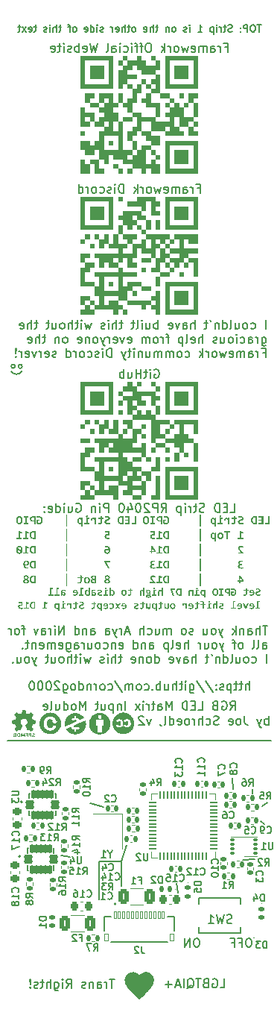
<source format=gbo>
G04 #@! TF.GenerationSoftware,KiCad,Pcbnew,7.0.8*
G04 #@! TF.CreationDate,2023-10-22T01:26:05-04:00*
G04 #@! TF.ProjectId,MicrocontrollerInputModule,4d696372-6f63-46f6-9e74-726f6c6c6572,V2.6*
G04 #@! TF.SameCoordinates,Original*
G04 #@! TF.FileFunction,Legend,Bot*
G04 #@! TF.FilePolarity,Positive*
%FSLAX46Y46*%
G04 Gerber Fmt 4.6, Leading zero omitted, Abs format (unit mm)*
G04 Created by KiCad (PCBNEW 7.0.8) date 2023-10-22 01:26:05*
%MOMM*%
%LPD*%
G01*
G04 APERTURE LIST*
G04 Aperture macros list*
%AMRoundRect*
0 Rectangle with rounded corners*
0 $1 Rounding radius*
0 $2 $3 $4 $5 $6 $7 $8 $9 X,Y pos of 4 corners*
0 Add a 4 corners polygon primitive as box body*
4,1,4,$2,$3,$4,$5,$6,$7,$8,$9,$2,$3,0*
0 Add four circle primitives for the rounded corners*
1,1,$1+$1,$2,$3*
1,1,$1+$1,$4,$5*
1,1,$1+$1,$6,$7*
1,1,$1+$1,$8,$9*
0 Add four rect primitives between the rounded corners*
20,1,$1+$1,$2,$3,$4,$5,0*
20,1,$1+$1,$4,$5,$6,$7,0*
20,1,$1+$1,$6,$7,$8,$9,0*
20,1,$1+$1,$8,$9,$2,$3,0*%
G04 Aperture macros list end*
%ADD10C,0.150000*%
%ADD11C,0.200000*%
%ADD12C,0.180000*%
%ADD13C,0.140000*%
%ADD14C,0.152400*%
%ADD15C,0.120000*%
%ADD16C,0.100000*%
%ADD17C,0.127000*%
%ADD18R,1.250000X0.760000*%
%ADD19RoundRect,0.140000X-0.140000X-0.170000X0.140000X-0.170000X0.140000X0.170000X-0.140000X0.170000X0*%
%ADD20RoundRect,0.140000X0.140000X0.170000X-0.140000X0.170000X-0.140000X-0.170000X0.140000X-0.170000X0*%
%ADD21RoundRect,0.135000X0.185000X-0.135000X0.185000X0.135000X-0.185000X0.135000X-0.185000X-0.135000X0*%
%ADD22RoundRect,0.225000X-0.250000X0.225000X-0.250000X-0.225000X0.250000X-0.225000X0.250000X0.225000X0*%
%ADD23RoundRect,0.050000X0.050000X-0.387500X0.050000X0.387500X-0.050000X0.387500X-0.050000X-0.387500X0*%
%ADD24RoundRect,0.050000X0.387500X-0.050000X0.387500X0.050000X-0.387500X0.050000X-0.387500X-0.050000X0*%
%ADD25R,3.200000X3.200000*%
%ADD26RoundRect,0.135000X0.135000X0.185000X-0.135000X0.185000X-0.135000X-0.185000X0.135000X-0.185000X0*%
%ADD27RoundRect,0.250000X0.312500X0.625000X-0.312500X0.625000X-0.312500X-0.625000X0.312500X-0.625000X0*%
%ADD28RoundRect,0.147500X-0.172500X0.147500X-0.172500X-0.147500X0.172500X-0.147500X0.172500X0.147500X0*%
%ADD29RoundRect,0.135000X-0.135000X-0.185000X0.135000X-0.185000X0.135000X0.185000X-0.135000X0.185000X0*%
%ADD30RoundRect,0.135000X-0.185000X0.135000X-0.185000X-0.135000X0.185000X-0.135000X0.185000X0.135000X0*%
%ADD31RoundRect,0.225000X-0.225000X-0.250000X0.225000X-0.250000X0.225000X0.250000X-0.225000X0.250000X0*%
%ADD32RoundRect,0.075000X-0.187500X-0.075000X0.187500X-0.075000X0.187500X0.075000X-0.187500X0.075000X0*%
%ADD33R,0.300000X1.700000*%
%ADD34R,1.200000X1.400000*%
%ADD35RoundRect,0.109800X0.422200X0.122200X-0.422200X0.122200X-0.422200X-0.122200X0.422200X-0.122200X0*%
%ADD36RoundRect,0.109800X-0.122200X0.422200X-0.122200X-0.422200X0.122200X-0.422200X0.122200X0.422200X0*%
%ADD37RoundRect,0.050000X0.150000X0.400000X-0.150000X0.400000X-0.150000X-0.400000X0.150000X-0.400000X0*%
%ADD38RoundRect,0.050000X0.200000X0.400000X-0.200000X0.400000X-0.200000X-0.400000X0.200000X-0.400000X0*%
%ADD39RoundRect,0.140000X-0.170000X0.140000X-0.170000X-0.140000X0.170000X-0.140000X0.170000X0.140000X0*%
%ADD40RoundRect,0.147500X0.147500X0.172500X-0.147500X0.172500X-0.147500X-0.172500X0.147500X-0.172500X0*%
%ADD41RoundRect,0.147500X0.017678X-0.226274X0.226274X-0.017678X-0.017678X0.226274X-0.226274X0.017678X0*%
G04 APERTURE END LIST*
D10*
X37200000Y-112700000D02*
X38200000Y-112900000D01*
X50300000Y-115900000D02*
X50500000Y-117000000D01*
D11*
G36*
X45794689Y-75130000D02*
G01*
X45794689Y-74239002D01*
X45622986Y-74239002D01*
X45622986Y-74989316D01*
X45243677Y-74989316D01*
X45243677Y-75130000D01*
X45794689Y-75130000D01*
G37*
G36*
X45034605Y-75130000D02*
G01*
X45034605Y-74239002D01*
X44494096Y-74239002D01*
X44494096Y-74379685D01*
X44862903Y-74379685D01*
X44862903Y-74598527D01*
X44511193Y-74598527D01*
X44511193Y-74739211D01*
X44862903Y-74739211D01*
X44862903Y-74989316D01*
X44494096Y-74989316D01*
X44494096Y-75130000D01*
X45034605Y-75130000D01*
G37*
G36*
X44333140Y-75130000D02*
G01*
X44105017Y-75130000D01*
X44090310Y-75129874D01*
X44075864Y-75129496D01*
X44061680Y-75128866D01*
X44047757Y-75127984D01*
X44034096Y-75126851D01*
X44020696Y-75125466D01*
X44007557Y-75123829D01*
X43994680Y-75121939D01*
X43982065Y-75119799D01*
X43969710Y-75117406D01*
X43957617Y-75114761D01*
X43945786Y-75111864D01*
X43934216Y-75108716D01*
X43922907Y-75105316D01*
X43911860Y-75101664D01*
X43901074Y-75097759D01*
X43890539Y-75093593D01*
X43880245Y-75089215D01*
X43870191Y-75084625D01*
X43860377Y-75079823D01*
X43850804Y-75074809D01*
X43841471Y-75069584D01*
X43832379Y-75064146D01*
X43823527Y-75058497D01*
X43814916Y-75052637D01*
X43806545Y-75046564D01*
X43798414Y-75040279D01*
X43790524Y-75033783D01*
X43782874Y-75027075D01*
X43775465Y-75020155D01*
X43768296Y-75013023D01*
X43761367Y-75005680D01*
X43754642Y-74998104D01*
X43748144Y-74990335D01*
X43741873Y-74982373D01*
X43735829Y-74974218D01*
X43730012Y-74965871D01*
X43724422Y-74957331D01*
X43719059Y-74948599D01*
X43713923Y-74939673D01*
X43709014Y-74930555D01*
X43704333Y-74921244D01*
X43699878Y-74911741D01*
X43695651Y-74902045D01*
X43691650Y-74892156D01*
X43687877Y-74882074D01*
X43684331Y-74871800D01*
X43681011Y-74861332D01*
X43677876Y-74850694D01*
X43674943Y-74839908D01*
X43672213Y-74828972D01*
X43669685Y-74817888D01*
X43667359Y-74806654D01*
X43665235Y-74795272D01*
X43663313Y-74783741D01*
X43661594Y-74772062D01*
X43660077Y-74760233D01*
X43658762Y-74748256D01*
X43657650Y-74736129D01*
X43656740Y-74723854D01*
X43656032Y-74711430D01*
X43655526Y-74698857D01*
X43655223Y-74686136D01*
X43655208Y-74684256D01*
X43836594Y-74684256D01*
X43836847Y-74703679D01*
X43837605Y-74722442D01*
X43838870Y-74740545D01*
X43840639Y-74757987D01*
X43842915Y-74774769D01*
X43845696Y-74790891D01*
X43848983Y-74806353D01*
X43852775Y-74821154D01*
X43857073Y-74835296D01*
X43861877Y-74848777D01*
X43867186Y-74861598D01*
X43873002Y-74873758D01*
X43879322Y-74885259D01*
X43886149Y-74896099D01*
X43893481Y-74906279D01*
X43901318Y-74915799D01*
X43909611Y-74924701D01*
X43918370Y-74933029D01*
X43927594Y-74940783D01*
X43937283Y-74947962D01*
X43947438Y-74954567D01*
X43958059Y-74960598D01*
X43969145Y-74966054D01*
X43980697Y-74970936D01*
X43992715Y-74975244D01*
X44005198Y-74978977D01*
X44018147Y-74982136D01*
X44031561Y-74984721D01*
X44045441Y-74986731D01*
X44059786Y-74988167D01*
X44074597Y-74989028D01*
X44089874Y-74989316D01*
X44164124Y-74989316D01*
X44164124Y-74379685D01*
X44078394Y-74379685D01*
X44074081Y-74379706D01*
X44061408Y-74380006D01*
X44049134Y-74380667D01*
X44037260Y-74381689D01*
X44025784Y-74383071D01*
X44014708Y-74384815D01*
X44004031Y-74386918D01*
X43993754Y-74389383D01*
X43983876Y-74392208D01*
X43974397Y-74395393D01*
X43962379Y-74400202D01*
X43950957Y-74405568D01*
X43940138Y-74411529D01*
X43929922Y-74418085D01*
X43920308Y-74425237D01*
X43911298Y-74432984D01*
X43902891Y-74441326D01*
X43895086Y-74450264D01*
X43887885Y-74459797D01*
X43886161Y-74462257D01*
X43879577Y-74472439D01*
X43873498Y-74483170D01*
X43867922Y-74494451D01*
X43862851Y-74506282D01*
X43859377Y-74515515D01*
X43856187Y-74525058D01*
X43853281Y-74534909D01*
X43850658Y-74545070D01*
X43848318Y-74555540D01*
X43846898Y-74562655D01*
X43844940Y-74573559D01*
X43843189Y-74584743D01*
X43841643Y-74596205D01*
X43840303Y-74607947D01*
X43839170Y-74619967D01*
X43838243Y-74632267D01*
X43837521Y-74644846D01*
X43837006Y-74657703D01*
X43836697Y-74670840D01*
X43836594Y-74684256D01*
X43655208Y-74684256D01*
X43655122Y-74673265D01*
X43655223Y-74659252D01*
X43655526Y-74645483D01*
X43656032Y-74631958D01*
X43656740Y-74618677D01*
X43657650Y-74605641D01*
X43658762Y-74592848D01*
X43660077Y-74580300D01*
X43661594Y-74567997D01*
X43663313Y-74555937D01*
X43665235Y-74544122D01*
X43667359Y-74532551D01*
X43669685Y-74521224D01*
X43672213Y-74510142D01*
X43674943Y-74499303D01*
X43677876Y-74488709D01*
X43681011Y-74478360D01*
X43684318Y-74468244D01*
X43687827Y-74458351D01*
X43691539Y-74448681D01*
X43695452Y-74439235D01*
X43699568Y-74430012D01*
X43703886Y-74421012D01*
X43708407Y-74412236D01*
X43715566Y-74399489D01*
X43723181Y-74387246D01*
X43731251Y-74375504D01*
X43739777Y-74364265D01*
X43748757Y-74353528D01*
X43758192Y-74343293D01*
X43768083Y-74333555D01*
X43778428Y-74324305D01*
X43789229Y-74315545D01*
X43800484Y-74307275D01*
X43812195Y-74299494D01*
X43824361Y-74292203D01*
X43836982Y-74285401D01*
X43850058Y-74279088D01*
X43859028Y-74275151D01*
X43868201Y-74271432D01*
X43877575Y-74267931D01*
X43887152Y-74264647D01*
X43896901Y-74261542D01*
X43906852Y-74258636D01*
X43917005Y-74255932D01*
X43927361Y-74253427D01*
X43937919Y-74251123D01*
X43948679Y-74249019D01*
X43959641Y-74247116D01*
X43970806Y-74245413D01*
X43982172Y-74243910D01*
X43993741Y-74242608D01*
X44005513Y-74241506D01*
X44017486Y-74240604D01*
X44029662Y-74239903D01*
X44042040Y-74239402D01*
X44054621Y-74239102D01*
X44067404Y-74239002D01*
X44333140Y-74239002D01*
X44333140Y-75130000D01*
G37*
G36*
X42153761Y-74860355D02*
G01*
X42153999Y-74873881D01*
X42154714Y-74887071D01*
X42155905Y-74899927D01*
X42157573Y-74912448D01*
X42159718Y-74924634D01*
X42162339Y-74936485D01*
X42165437Y-74948001D01*
X42169011Y-74959182D01*
X42173062Y-74970029D01*
X42177589Y-74980540D01*
X42180872Y-74987362D01*
X42186146Y-74997317D01*
X42191803Y-75006942D01*
X42197841Y-75016236D01*
X42204262Y-75025200D01*
X42211065Y-75033833D01*
X42218250Y-75042136D01*
X42225817Y-75050108D01*
X42233766Y-75057749D01*
X42242097Y-75065060D01*
X42250810Y-75072040D01*
X42256831Y-75076510D01*
X42266154Y-75082902D01*
X42275802Y-75088981D01*
X42285777Y-75094746D01*
X42296078Y-75100198D01*
X42306706Y-75105336D01*
X42317659Y-75110161D01*
X42328939Y-75114673D01*
X42340546Y-75118871D01*
X42352478Y-75122756D01*
X42364737Y-75126327D01*
X42373091Y-75128534D01*
X42385794Y-75131589D01*
X42398716Y-75134344D01*
X42411858Y-75136799D01*
X42425218Y-75138953D01*
X42438797Y-75140806D01*
X42452595Y-75142359D01*
X42466612Y-75143611D01*
X42480848Y-75144562D01*
X42495303Y-75145214D01*
X42509977Y-75145564D01*
X42519881Y-75145631D01*
X42533119Y-75145567D01*
X42546271Y-75145373D01*
X42559337Y-75145051D01*
X42572317Y-75144601D01*
X42585211Y-75144021D01*
X42598019Y-75143313D01*
X42610742Y-75142475D01*
X42623379Y-75141509D01*
X42635930Y-75140415D01*
X42648395Y-75139191D01*
X42656657Y-75138304D01*
X42669009Y-75136890D01*
X42681335Y-75135304D01*
X42693635Y-75133547D01*
X42705910Y-75131618D01*
X42718159Y-75129517D01*
X42730382Y-75127244D01*
X42742579Y-75124800D01*
X42754751Y-75122184D01*
X42766897Y-75119396D01*
X42779017Y-75116436D01*
X42787083Y-75114368D01*
X42787083Y-74942421D01*
X42777171Y-74945444D01*
X42767128Y-74948408D01*
X42756954Y-74951312D01*
X42746649Y-74954156D01*
X42736213Y-74956941D01*
X42725645Y-74959666D01*
X42721381Y-74960739D01*
X42710613Y-74963357D01*
X42699833Y-74965867D01*
X42689042Y-74968270D01*
X42678238Y-74970566D01*
X42667422Y-74972755D01*
X42656595Y-74974836D01*
X42652260Y-74975638D01*
X42641428Y-74977557D01*
X42630608Y-74979345D01*
X42619799Y-74981001D01*
X42609003Y-74982526D01*
X42598218Y-74983921D01*
X42587445Y-74985184D01*
X42583140Y-74985652D01*
X42572431Y-74986707D01*
X42561831Y-74987584D01*
X42551337Y-74988282D01*
X42540951Y-74988800D01*
X42530672Y-74989140D01*
X42520500Y-74989301D01*
X42516461Y-74989316D01*
X42504715Y-74989197D01*
X42493411Y-74988842D01*
X42482550Y-74988251D01*
X42472131Y-74987423D01*
X42462156Y-74986358D01*
X42450308Y-74984694D01*
X42439153Y-74982661D01*
X42434884Y-74981744D01*
X42424655Y-74979241D01*
X42415035Y-74976463D01*
X42404293Y-74972768D01*
X42394427Y-74968678D01*
X42385437Y-74964193D01*
X42379930Y-74960983D01*
X42371194Y-74954873D01*
X42363581Y-74948294D01*
X42356253Y-74940204D01*
X42350392Y-74931503D01*
X42349155Y-74929232D01*
X42344881Y-74919722D01*
X42341828Y-74909754D01*
X42339996Y-74899327D01*
X42339385Y-74888443D01*
X42339851Y-74878472D01*
X42341637Y-74867183D01*
X42344762Y-74856633D01*
X42349227Y-74846822D01*
X42355032Y-74837748D01*
X42358436Y-74833489D01*
X42365918Y-74825343D01*
X42374259Y-74817575D01*
X42381865Y-74811390D01*
X42390068Y-74805468D01*
X42398867Y-74799807D01*
X42408262Y-74794410D01*
X42418094Y-74789150D01*
X42428355Y-74784058D01*
X42439045Y-74779133D01*
X42450165Y-74774374D01*
X42459370Y-74770688D01*
X42468849Y-74767108D01*
X42478604Y-74763635D01*
X42488461Y-74760185D01*
X42498372Y-74756674D01*
X42508337Y-74753102D01*
X42518354Y-74749469D01*
X42528426Y-74745775D01*
X42538550Y-74742020D01*
X42548728Y-74738203D01*
X42558960Y-74734326D01*
X42569138Y-74730353D01*
X42579278Y-74726251D01*
X42589379Y-74722019D01*
X42599443Y-74717657D01*
X42609468Y-74713165D01*
X42619456Y-74708543D01*
X42629405Y-74703792D01*
X42639316Y-74698911D01*
X42649017Y-74693816D01*
X42658458Y-74688424D01*
X42667640Y-74682734D01*
X42676563Y-74676746D01*
X42685226Y-74670460D01*
X42693629Y-74663877D01*
X42701773Y-74656997D01*
X42709658Y-74649818D01*
X42717168Y-74642258D01*
X42724312Y-74634354D01*
X42731090Y-74626107D01*
X42737501Y-74617517D01*
X42743546Y-74608583D01*
X42749225Y-74599306D01*
X42754537Y-74589685D01*
X42759483Y-74579720D01*
X42763891Y-74569321D01*
X42767711Y-74558395D01*
X42770943Y-74546942D01*
X42773588Y-74534963D01*
X42775645Y-74522457D01*
X42776802Y-74512732D01*
X42777629Y-74502710D01*
X42778125Y-74492393D01*
X42778290Y-74481779D01*
X42778120Y-74471982D01*
X42777366Y-74459074D01*
X42776010Y-74446341D01*
X42774050Y-74433783D01*
X42771487Y-74421401D01*
X42768322Y-74409195D01*
X42764553Y-74397164D01*
X42760182Y-74385309D01*
X42758995Y-74382372D01*
X42753831Y-74370774D01*
X42747988Y-74359551D01*
X42741466Y-74348701D01*
X42734265Y-74338225D01*
X42726384Y-74328124D01*
X42717824Y-74318396D01*
X42710959Y-74311345D01*
X42703711Y-74304505D01*
X42698667Y-74300062D01*
X42690723Y-74293594D01*
X42682372Y-74287380D01*
X42673613Y-74281419D01*
X42664446Y-74275711D01*
X42654871Y-74270256D01*
X42644888Y-74265054D01*
X42634498Y-74260106D01*
X42623699Y-74255412D01*
X42612493Y-74250970D01*
X42600879Y-74246782D01*
X42592909Y-74244131D01*
X42580540Y-74240421D01*
X42567702Y-74237075D01*
X42554396Y-74234095D01*
X42540622Y-74231480D01*
X42526381Y-74229229D01*
X42516626Y-74227932D01*
X42506664Y-74226796D01*
X42496493Y-74225823D01*
X42486115Y-74225012D01*
X42475529Y-74224363D01*
X42464734Y-74223877D01*
X42453732Y-74223553D01*
X42442521Y-74223390D01*
X42436838Y-74223370D01*
X42426686Y-74223422D01*
X42416379Y-74223576D01*
X42405918Y-74223834D01*
X42395302Y-74224194D01*
X42384531Y-74224658D01*
X42380907Y-74224836D01*
X42369950Y-74225328D01*
X42359062Y-74225889D01*
X42348243Y-74226518D01*
X42337493Y-74227217D01*
X42326811Y-74227984D01*
X42323265Y-74228255D01*
X42312627Y-74229022D01*
X42302142Y-74229858D01*
X42291812Y-74230762D01*
X42281637Y-74231735D01*
X42271617Y-74232777D01*
X42268311Y-74233140D01*
X42258490Y-74234239D01*
X42247446Y-74235521D01*
X42236845Y-74236803D01*
X42226689Y-74238086D01*
X42219706Y-74239002D01*
X42219706Y-74395317D01*
X42229522Y-74392383D01*
X42239735Y-74389567D01*
X42250346Y-74386867D01*
X42261354Y-74384284D01*
X42267822Y-74382861D01*
X42277683Y-74380806D01*
X42287663Y-74378854D01*
X42297764Y-74377005D01*
X42307985Y-74375259D01*
X42318326Y-74373616D01*
X42321800Y-74373091D01*
X42332250Y-74371520D01*
X42342717Y-74370103D01*
X42353201Y-74368841D01*
X42363703Y-74367733D01*
X42374221Y-74366780D01*
X42377732Y-74366496D01*
X42388179Y-74365666D01*
X42398454Y-74365008D01*
X42408558Y-74364521D01*
X42418490Y-74364207D01*
X42429860Y-74364056D01*
X42431465Y-74364054D01*
X42442368Y-74364172D01*
X42452851Y-74364527D01*
X42462915Y-74365119D01*
X42474904Y-74366191D01*
X42486237Y-74367633D01*
X42496915Y-74369444D01*
X42506936Y-74371625D01*
X42518182Y-74374571D01*
X42528655Y-74377911D01*
X42538355Y-74381646D01*
X42547282Y-74385776D01*
X42556720Y-74391094D01*
X42557983Y-74391898D01*
X42566124Y-74397853D01*
X42574169Y-74405375D01*
X42580870Y-74413660D01*
X42586228Y-74422709D01*
X42586803Y-74423893D01*
X42590650Y-74433678D01*
X42593398Y-74443982D01*
X42595047Y-74454805D01*
X42595588Y-74464701D01*
X42595596Y-74466147D01*
X42594935Y-74476397D01*
X42592951Y-74486080D01*
X42588966Y-74496660D01*
X42583181Y-74506469D01*
X42576789Y-74514263D01*
X42569216Y-74521636D01*
X42560784Y-74528735D01*
X42551493Y-74535558D01*
X42543095Y-74541035D01*
X42534100Y-74546320D01*
X42526475Y-74550411D01*
X42516509Y-74555395D01*
X42506149Y-74560272D01*
X42495395Y-74565041D01*
X42484248Y-74569703D01*
X42475047Y-74573355D01*
X42465594Y-74576938D01*
X42455889Y-74580453D01*
X42445967Y-74583968D01*
X42435983Y-74587551D01*
X42425939Y-74591204D01*
X42415833Y-74594924D01*
X42405667Y-74598714D01*
X42395439Y-74602572D01*
X42385150Y-74606499D01*
X42374801Y-74610495D01*
X42364397Y-74614536D01*
X42354071Y-74618723D01*
X42343820Y-74623054D01*
X42333646Y-74627531D01*
X42323548Y-74632152D01*
X42313526Y-74636919D01*
X42303581Y-74641831D01*
X42293712Y-74646887D01*
X42283950Y-74652154D01*
X42274447Y-74657695D01*
X42265204Y-74663511D01*
X42256221Y-74669602D01*
X42247497Y-74675967D01*
X42239032Y-74682608D01*
X42230827Y-74689523D01*
X42222882Y-74696713D01*
X42215260Y-74704208D01*
X42208029Y-74712039D01*
X42201186Y-74720206D01*
X42194733Y-74728709D01*
X42188668Y-74737547D01*
X42182994Y-74746721D01*
X42177708Y-74756232D01*
X42172812Y-74766078D01*
X42168347Y-74776260D01*
X42164477Y-74786899D01*
X42161203Y-74797997D01*
X42158524Y-74809553D01*
X42156440Y-74821567D01*
X42154952Y-74834038D01*
X42154059Y-74846968D01*
X42153779Y-74856966D01*
X42153761Y-74860355D01*
G37*
G36*
X41414438Y-75130000D02*
G01*
X41425803Y-75131724D01*
X41437183Y-75133358D01*
X41448578Y-75134900D01*
X41459989Y-75136350D01*
X41471415Y-75137708D01*
X41482856Y-75138975D01*
X41494313Y-75140151D01*
X41505785Y-75141235D01*
X41517191Y-75142265D01*
X41528453Y-75143158D01*
X41539570Y-75143914D01*
X41550542Y-75144532D01*
X41561369Y-75145013D01*
X41572051Y-75145356D01*
X41582587Y-75145562D01*
X41592979Y-75145631D01*
X41605683Y-75145502D01*
X41618055Y-75145116D01*
X41630097Y-75144472D01*
X41641809Y-75143570D01*
X41653190Y-75142411D01*
X41664240Y-75140994D01*
X41674960Y-75139320D01*
X41685349Y-75137388D01*
X41695407Y-75135198D01*
X41705135Y-75132751D01*
X41711437Y-75130976D01*
X41723626Y-75127072D01*
X41735281Y-75122687D01*
X41746402Y-75117822D01*
X41756988Y-75112475D01*
X41767040Y-75106648D01*
X41776558Y-75100339D01*
X41785542Y-75093550D01*
X41793991Y-75086280D01*
X41801849Y-75078457D01*
X41809180Y-75070129D01*
X41815984Y-75061299D01*
X41822262Y-75051964D01*
X41828013Y-75042126D01*
X41833238Y-75031783D01*
X41837936Y-75020937D01*
X41842107Y-75009588D01*
X41845713Y-74997650D01*
X41848839Y-74985163D01*
X41850868Y-74975438D01*
X41852626Y-74965403D01*
X41854113Y-74955059D01*
X41855330Y-74944405D01*
X41856277Y-74933443D01*
X41856953Y-74922172D01*
X41857359Y-74910591D01*
X41857494Y-74898702D01*
X41857494Y-74551632D01*
X42045073Y-74551632D01*
X42045073Y-74426580D01*
X41857494Y-74426580D01*
X41857494Y-74251458D01*
X41685792Y-74207739D01*
X41685792Y-74426580D01*
X41414438Y-74426580D01*
X41414438Y-74551632D01*
X41685792Y-74551632D01*
X41685792Y-74883070D01*
X41685551Y-74894080D01*
X41684830Y-74904580D01*
X41683628Y-74914568D01*
X41681277Y-74927091D01*
X41678071Y-74938706D01*
X41674011Y-74949413D01*
X41669095Y-74959211D01*
X41663325Y-74968101D01*
X41658436Y-74974173D01*
X41650960Y-74981385D01*
X41642332Y-74987636D01*
X41632550Y-74992926D01*
X41621617Y-74997254D01*
X41609531Y-75000619D01*
X41599710Y-75002513D01*
X41589240Y-75003865D01*
X41578123Y-75004677D01*
X41566357Y-75004947D01*
X41556072Y-75004875D01*
X41545856Y-75004657D01*
X41535708Y-75004295D01*
X41525629Y-75003787D01*
X41515619Y-75003134D01*
X41505678Y-75002337D01*
X41495805Y-75001394D01*
X41486001Y-75000307D01*
X41476281Y-74999066D01*
X41464442Y-74997462D01*
X41452949Y-74995799D01*
X41441802Y-74994075D01*
X41431000Y-74992292D01*
X41420545Y-74990450D01*
X41414438Y-74989316D01*
X41414438Y-75130000D01*
G37*
G36*
X40772079Y-74692316D02*
G01*
X40771788Y-74680836D01*
X40771831Y-74669905D01*
X40772208Y-74659522D01*
X40772919Y-74649688D01*
X40774212Y-74638612D01*
X40775987Y-74628325D01*
X40778125Y-74618759D01*
X40781162Y-74608424D01*
X40784783Y-74598977D01*
X40789638Y-74589269D01*
X40792351Y-74584849D01*
X40798305Y-74576774D01*
X40805805Y-74569113D01*
X40814156Y-74562958D01*
X40820195Y-74559692D01*
X40829806Y-74555796D01*
X40840228Y-74553175D01*
X40850173Y-74551916D01*
X40858053Y-74551632D01*
X40869643Y-74552431D01*
X40881365Y-74554829D01*
X40890837Y-74557897D01*
X40900393Y-74561988D01*
X40910033Y-74567102D01*
X40919757Y-74573238D01*
X40929565Y-74580398D01*
X40934501Y-74584361D01*
X40941988Y-74590871D01*
X40949613Y-74598128D01*
X40957375Y-74606132D01*
X40965275Y-74614884D01*
X40973312Y-74624382D01*
X40981487Y-74634627D01*
X40989799Y-74645620D01*
X40998248Y-74657359D01*
X41003957Y-74665600D01*
X41009727Y-74674174D01*
X41015559Y-74683079D01*
X41021451Y-74692316D01*
X41021451Y-75130000D01*
X41193154Y-75130000D01*
X41193154Y-74426580D01*
X41041235Y-74426580D01*
X41035129Y-74536001D01*
X41029678Y-74527214D01*
X41024014Y-74518713D01*
X41018134Y-74510499D01*
X41012040Y-74502570D01*
X41005731Y-74494928D01*
X40999208Y-74487572D01*
X40996538Y-74484710D01*
X40989632Y-74477690D01*
X40982499Y-74470981D01*
X40973640Y-74463339D01*
X40964456Y-74456143D01*
X40954944Y-74449394D01*
X40948422Y-74445143D01*
X40939966Y-74440143D01*
X40931235Y-74435525D01*
X40922229Y-74431289D01*
X40912950Y-74427435D01*
X40903396Y-74423962D01*
X40893568Y-74420871D01*
X40889560Y-74419741D01*
X40879330Y-74417208D01*
X40868790Y-74415105D01*
X40857939Y-74413430D01*
X40846779Y-74412185D01*
X40835309Y-74411369D01*
X40823528Y-74410983D01*
X40818729Y-74410949D01*
X40808943Y-74411105D01*
X40796221Y-74411802D01*
X40783874Y-74413055D01*
X40771900Y-74414866D01*
X40760300Y-74417234D01*
X40749075Y-74420159D01*
X40738223Y-74423642D01*
X40727745Y-74427681D01*
X40725184Y-74428778D01*
X40715132Y-74433507D01*
X40705492Y-74438777D01*
X40696265Y-74444589D01*
X40687449Y-74450943D01*
X40679045Y-74457839D01*
X40671054Y-74465277D01*
X40663475Y-74473257D01*
X40656308Y-74481779D01*
X40649572Y-74490850D01*
X40643287Y-74500479D01*
X40637452Y-74510665D01*
X40632067Y-74521407D01*
X40627132Y-74532707D01*
X40622648Y-74544565D01*
X40618614Y-74556979D01*
X40615885Y-74566656D01*
X40615031Y-74569951D01*
X40612650Y-74579991D01*
X40610543Y-74590327D01*
X40608711Y-74600959D01*
X40607154Y-74611888D01*
X40605872Y-74623113D01*
X40604864Y-74634634D01*
X40604132Y-74646451D01*
X40603674Y-74658565D01*
X40603490Y-74670975D01*
X40603582Y-74683681D01*
X40603796Y-74692316D01*
X40772079Y-74692316D01*
G37*
G36*
X40041549Y-74239246D02*
G01*
X40041946Y-74249055D01*
X40043373Y-74259950D01*
X40045839Y-74270510D01*
X40049342Y-74280734D01*
X40049853Y-74281988D01*
X40054310Y-74291575D01*
X40059623Y-74300551D01*
X40065790Y-74308916D01*
X40072812Y-74316671D01*
X40080475Y-74323616D01*
X40088810Y-74329799D01*
X40097816Y-74335218D01*
X40107494Y-74339874D01*
X40117615Y-74343614D01*
X40128194Y-74346285D01*
X40139231Y-74347888D01*
X40149263Y-74348414D01*
X40150725Y-74348422D01*
X40160832Y-74348013D01*
X40170634Y-74346786D01*
X40181465Y-74344382D01*
X40191898Y-74340909D01*
X40194445Y-74339874D01*
X40204245Y-74335218D01*
X40213374Y-74329799D01*
X40221830Y-74323616D01*
X40229616Y-74316671D01*
X40236546Y-74308916D01*
X40242683Y-74300551D01*
X40248025Y-74291575D01*
X40252575Y-74281988D01*
X40256101Y-74271806D01*
X40258620Y-74261289D01*
X40260131Y-74250435D01*
X40260627Y-74240663D01*
X40260635Y-74239246D01*
X40260131Y-74228179D01*
X40258620Y-74217447D01*
X40256101Y-74207052D01*
X40252575Y-74196992D01*
X40248025Y-74187283D01*
X40242683Y-74178185D01*
X40236546Y-74169698D01*
X40229616Y-74161821D01*
X40221830Y-74154661D01*
X40213374Y-74148326D01*
X40204245Y-74142816D01*
X40194445Y-74138129D01*
X40184110Y-74134389D01*
X40173379Y-74131718D01*
X40163663Y-74130257D01*
X40153644Y-74129614D01*
X40150725Y-74129581D01*
X40140642Y-74129990D01*
X40130910Y-74131217D01*
X40120217Y-74133621D01*
X40109982Y-74137094D01*
X40107494Y-74138129D01*
X40097816Y-74142816D01*
X40088810Y-74148326D01*
X40080475Y-74154661D01*
X40072812Y-74161821D01*
X40065790Y-74169698D01*
X40059623Y-74178185D01*
X40054310Y-74187283D01*
X40049853Y-74196992D01*
X40046220Y-74207052D01*
X40043625Y-74217447D01*
X40042068Y-74228179D01*
X40041549Y-74239246D01*
G37*
G36*
X40227173Y-74551632D02*
G01*
X40424277Y-74551632D01*
X40424277Y-74426580D01*
X40055226Y-74426580D01*
X40055226Y-75004947D01*
X39853970Y-75004947D01*
X39853970Y-75130000D01*
X40448213Y-75130000D01*
X40448213Y-75004947D01*
X40227173Y-75004947D01*
X40227173Y-74551632D01*
G37*
G36*
X39318011Y-74410981D02*
G01*
X39329738Y-74411346D01*
X39341095Y-74412116D01*
X39352082Y-74413292D01*
X39362700Y-74414874D01*
X39372947Y-74416860D01*
X39382826Y-74419253D01*
X39390458Y-74421443D01*
X39399827Y-74424504D01*
X39409006Y-74427922D01*
X39419767Y-74432495D01*
X39430255Y-74437584D01*
X39440467Y-74443189D01*
X39448703Y-74448234D01*
X39458366Y-74454715D01*
X39467788Y-74461658D01*
X39475457Y-74467799D01*
X39482958Y-74474262D01*
X39490293Y-74481046D01*
X39493156Y-74483844D01*
X39500255Y-74491004D01*
X39507271Y-74498403D01*
X39514204Y-74506040D01*
X39521053Y-74513916D01*
X39527818Y-74522030D01*
X39534501Y-74530383D01*
X39538653Y-74426580D01*
X39683489Y-74426580D01*
X39683489Y-75395736D01*
X39515938Y-75395736D01*
X39515938Y-75133175D01*
X39510549Y-75134545D01*
X39500752Y-75136777D01*
X39490487Y-75138799D01*
X39479755Y-75140610D01*
X39468555Y-75142212D01*
X39465288Y-75142626D01*
X39455488Y-75143708D01*
X39445688Y-75144549D01*
X39435887Y-75145150D01*
X39426087Y-75145511D01*
X39416287Y-75145631D01*
X39406624Y-75145543D01*
X39392302Y-75145082D01*
X39378185Y-75144227D01*
X39364275Y-75142976D01*
X39350570Y-75141330D01*
X39337072Y-75139289D01*
X39323780Y-75136854D01*
X39310694Y-75134023D01*
X39297814Y-75130797D01*
X39285140Y-75127176D01*
X39272672Y-75123161D01*
X39264498Y-75120227D01*
X39252494Y-75115472D01*
X39240799Y-75110292D01*
X39229413Y-75104687D01*
X39218336Y-75098657D01*
X39207568Y-75092202D01*
X39197110Y-75085322D01*
X39186960Y-75078017D01*
X39177120Y-75070287D01*
X39167589Y-75062132D01*
X39158367Y-75053551D01*
X39152375Y-75047567D01*
X39143702Y-75038242D01*
X39135408Y-75028501D01*
X39127491Y-75018344D01*
X39119952Y-75007770D01*
X39112790Y-74996780D01*
X39106007Y-74985373D01*
X39099601Y-74973550D01*
X39093574Y-74961311D01*
X39087923Y-74948655D01*
X39082651Y-74935582D01*
X39080983Y-74931114D01*
X39076297Y-74917401D01*
X39073438Y-74908002D01*
X39070790Y-74898396D01*
X39068354Y-74888585D01*
X39066131Y-74878567D01*
X39064118Y-74868343D01*
X39062318Y-74857913D01*
X39060730Y-74847277D01*
X39059353Y-74836435D01*
X39058188Y-74825387D01*
X39057235Y-74814132D01*
X39056493Y-74802672D01*
X39055964Y-74791006D01*
X39055646Y-74779133D01*
X39055615Y-74775603D01*
X39231395Y-74775603D01*
X39231505Y-74786129D01*
X39231833Y-74796457D01*
X39232380Y-74806588D01*
X39233147Y-74816521D01*
X39234509Y-74829459D01*
X39236261Y-74842045D01*
X39238402Y-74854280D01*
X39240932Y-74866164D01*
X39243852Y-74877697D01*
X39247076Y-74888836D01*
X39250645Y-74899541D01*
X39254556Y-74909811D01*
X39258811Y-74919645D01*
X39263410Y-74929045D01*
X39268352Y-74938009D01*
X39273638Y-74946539D01*
X39279267Y-74954633D01*
X39282175Y-74958516D01*
X39289779Y-74967740D01*
X39297860Y-74976272D01*
X39306418Y-74984112D01*
X39315453Y-74991260D01*
X39324965Y-74997717D01*
X39334954Y-75003482D01*
X39341109Y-75006537D01*
X39351654Y-75010962D01*
X39362557Y-75014551D01*
X39373817Y-75017306D01*
X39385436Y-75019226D01*
X39397412Y-75020312D01*
X39407250Y-75020579D01*
X39411032Y-75020560D01*
X39422332Y-75020273D01*
X39433563Y-75019644D01*
X39444726Y-75018671D01*
X39455820Y-75017354D01*
X39466845Y-75015694D01*
X39473970Y-75014370D01*
X39484128Y-75012226D01*
X39495176Y-75009486D01*
X39505359Y-75006489D01*
X39515938Y-75002749D01*
X39515938Y-74684745D01*
X39510551Y-74677152D01*
X39502536Y-74666143D01*
X39494597Y-74655588D01*
X39486736Y-74645489D01*
X39478952Y-74635845D01*
X39471246Y-74626656D01*
X39463617Y-74617921D01*
X39456065Y-74609642D01*
X39448590Y-74601819D01*
X39441193Y-74594450D01*
X39433872Y-74587536D01*
X39424103Y-74579121D01*
X39414211Y-74571828D01*
X39404197Y-74565657D01*
X39394061Y-74560608D01*
X39383803Y-74556681D01*
X39373422Y-74553876D01*
X39362920Y-74552193D01*
X39352295Y-74551632D01*
X39341719Y-74552079D01*
X39331607Y-74553418D01*
X39321959Y-74555651D01*
X39311288Y-74559384D01*
X39301249Y-74564333D01*
X39299851Y-74565126D01*
X39290456Y-74571477D01*
X39282943Y-74578037D01*
X39275928Y-74585628D01*
X39269410Y-74594249D01*
X39263391Y-74603900D01*
X39259655Y-74610915D01*
X39255296Y-74620348D01*
X39251283Y-74630521D01*
X39247616Y-74641433D01*
X39244294Y-74653085D01*
X39241886Y-74662938D01*
X39239699Y-74673265D01*
X39239189Y-74675924D01*
X39237307Y-74686905D01*
X39235685Y-74698444D01*
X39234323Y-74710539D01*
X39233220Y-74723192D01*
X39232563Y-74733048D01*
X39232052Y-74743216D01*
X39231687Y-74753699D01*
X39231468Y-74764494D01*
X39231395Y-74775603D01*
X39055615Y-74775603D01*
X39055540Y-74767055D01*
X39055608Y-74756860D01*
X39055811Y-74746794D01*
X39056150Y-74736855D01*
X39056624Y-74727045D01*
X39057589Y-74712568D01*
X39058860Y-74698379D01*
X39060434Y-74684478D01*
X39062314Y-74670865D01*
X39064499Y-74657539D01*
X39066988Y-74644501D01*
X39069782Y-74631751D01*
X39072882Y-74619288D01*
X39075080Y-74611151D01*
X39078606Y-74599233D01*
X39082407Y-74587658D01*
X39086483Y-74576427D01*
X39090833Y-74565539D01*
X39095459Y-74554995D01*
X39100359Y-74544794D01*
X39105534Y-74534936D01*
X39110983Y-74525422D01*
X39116708Y-74516252D01*
X39122707Y-74507424D01*
X39126829Y-74501708D01*
X39133240Y-74493447D01*
X39139926Y-74485565D01*
X39146887Y-74478060D01*
X39154123Y-74470933D01*
X39161633Y-74464184D01*
X39169419Y-74457813D01*
X39177479Y-74451819D01*
X39185813Y-74446203D01*
X39194423Y-74440966D01*
X39203307Y-74436106D01*
X39209375Y-74433059D01*
X39218677Y-74428858D01*
X39228220Y-74425099D01*
X39238003Y-74421783D01*
X39248027Y-74418908D01*
X39258291Y-74416476D01*
X39268795Y-74414486D01*
X39279540Y-74412939D01*
X39290525Y-74411833D01*
X39301750Y-74411170D01*
X39313217Y-74410949D01*
X39318011Y-74410981D01*
G37*
G36*
X37931535Y-75411367D02*
G01*
X37931535Y-74004528D01*
X37776929Y-74004528D01*
X37776929Y-75411367D01*
X37931535Y-75411367D01*
G37*
G36*
X34774940Y-74754842D02*
G01*
X34774940Y-74614159D01*
X34455471Y-74614159D01*
X34455471Y-75089699D01*
X34467106Y-75094927D01*
X34478841Y-75099892D01*
X34490674Y-75104595D01*
X34502606Y-75109037D01*
X34514636Y-75113216D01*
X34526766Y-75117134D01*
X34538994Y-75120790D01*
X34551321Y-75124183D01*
X34563746Y-75127315D01*
X34576271Y-75130186D01*
X34584675Y-75131953D01*
X34597374Y-75134398D01*
X34610283Y-75136602D01*
X34623403Y-75138565D01*
X34636733Y-75140288D01*
X34650274Y-75141771D01*
X34664024Y-75143013D01*
X34677986Y-75144015D01*
X34692157Y-75144776D01*
X34706539Y-75145297D01*
X34721131Y-75145578D01*
X34730976Y-75145631D01*
X34742567Y-75145519D01*
X34754012Y-75145185D01*
X34765312Y-75144626D01*
X34776467Y-75143845D01*
X34787477Y-75142840D01*
X34798342Y-75141612D01*
X34809062Y-75140161D01*
X34819637Y-75138487D01*
X34830067Y-75136589D01*
X34840351Y-75134468D01*
X34850491Y-75132124D01*
X34860486Y-75129557D01*
X34870336Y-75126766D01*
X34880041Y-75123752D01*
X34889601Y-75120515D01*
X34899016Y-75117055D01*
X34908240Y-75113344D01*
X34917292Y-75109418D01*
X34926169Y-75105277D01*
X34939160Y-75098660D01*
X34951761Y-75091558D01*
X34963970Y-75083971D01*
X34975789Y-75075899D01*
X34987217Y-75067341D01*
X34998254Y-75058299D01*
X35008901Y-75048771D01*
X35019157Y-75038759D01*
X35025778Y-75031814D01*
X35035320Y-75020951D01*
X35044436Y-75009612D01*
X35053128Y-74997796D01*
X35058687Y-74989654D01*
X35064056Y-74981300D01*
X35069237Y-74972734D01*
X35074229Y-74963957D01*
X35079031Y-74954967D01*
X35083645Y-74945766D01*
X35088070Y-74936353D01*
X35092306Y-74926729D01*
X35096354Y-74916892D01*
X35100212Y-74906844D01*
X35103881Y-74896584D01*
X35105645Y-74891374D01*
X35109017Y-74880768D01*
X35112171Y-74869953D01*
X35115108Y-74858931D01*
X35117827Y-74847701D01*
X35120328Y-74836262D01*
X35122612Y-74824616D01*
X35124679Y-74812761D01*
X35126528Y-74800699D01*
X35128159Y-74788429D01*
X35129573Y-74775950D01*
X35130770Y-74763264D01*
X35131748Y-74750370D01*
X35132510Y-74737267D01*
X35133054Y-74723957D01*
X35133380Y-74710439D01*
X35133489Y-74696713D01*
X35133375Y-74682912D01*
X35133035Y-74669293D01*
X35132467Y-74655854D01*
X35131672Y-74642598D01*
X35130650Y-74629522D01*
X35129401Y-74616628D01*
X35127925Y-74603915D01*
X35126222Y-74591383D01*
X35124292Y-74579032D01*
X35122135Y-74566863D01*
X35119751Y-74554875D01*
X35117140Y-74543069D01*
X35114301Y-74531443D01*
X35111236Y-74519999D01*
X35107943Y-74508736D01*
X35104424Y-74497655D01*
X35100656Y-74486740D01*
X35096681Y-74476039D01*
X35092497Y-74465552D01*
X35088105Y-74455279D01*
X35083506Y-74445219D01*
X35078698Y-74435373D01*
X35073683Y-74425741D01*
X35068459Y-74416322D01*
X35063027Y-74407117D01*
X35057388Y-74398126D01*
X35051540Y-74389348D01*
X35045485Y-74380785D01*
X35039221Y-74372435D01*
X35032750Y-74364298D01*
X35026070Y-74356376D01*
X35019183Y-74348667D01*
X35012063Y-74341148D01*
X35004746Y-74333856D01*
X34997233Y-74326791D01*
X34989523Y-74319953D01*
X34981616Y-74313342D01*
X34973513Y-74306958D01*
X34965214Y-74300802D01*
X34956718Y-74294872D01*
X34948025Y-74289170D01*
X34939136Y-74283694D01*
X34930051Y-74278446D01*
X34920768Y-74273425D01*
X34911290Y-74268630D01*
X34901614Y-74264063D01*
X34891743Y-74259723D01*
X34881674Y-74255610D01*
X34871417Y-74251706D01*
X34860979Y-74248054D01*
X34850359Y-74244654D01*
X34839558Y-74241505D01*
X34828575Y-74238609D01*
X34817412Y-74235964D01*
X34806067Y-74233571D01*
X34794541Y-74231430D01*
X34782833Y-74229541D01*
X34770945Y-74227904D01*
X34758875Y-74226518D01*
X34746623Y-74225385D01*
X34734191Y-74224503D01*
X34721577Y-74223874D01*
X34708782Y-74223496D01*
X34695806Y-74223370D01*
X34684247Y-74223445D01*
X34672745Y-74223671D01*
X34661298Y-74224046D01*
X34649907Y-74224572D01*
X34638572Y-74225248D01*
X34627293Y-74226075D01*
X34616069Y-74227052D01*
X34604901Y-74228179D01*
X34593790Y-74229456D01*
X34582733Y-74230883D01*
X34575394Y-74231919D01*
X34564361Y-74233571D01*
X34553338Y-74235322D01*
X34542322Y-74237171D01*
X34531316Y-74239120D01*
X34520317Y-74241167D01*
X34509328Y-74243313D01*
X34498347Y-74245558D01*
X34487375Y-74247901D01*
X34476411Y-74250343D01*
X34465456Y-74252884D01*
X34458157Y-74254633D01*
X34458157Y-74426580D01*
X34467777Y-74422798D01*
X34477586Y-74419144D01*
X34487584Y-74415619D01*
X34497770Y-74412223D01*
X34508146Y-74408956D01*
X34518710Y-74405818D01*
X34529464Y-74402808D01*
X34540406Y-74399927D01*
X34551537Y-74397175D01*
X34562857Y-74394552D01*
X34570509Y-74392875D01*
X34582058Y-74390518D01*
X34593624Y-74388392D01*
X34605208Y-74386499D01*
X34616808Y-74384837D01*
X34628426Y-74383408D01*
X34640061Y-74382210D01*
X34651713Y-74381244D01*
X34663382Y-74380510D01*
X34675069Y-74380007D01*
X34686772Y-74379737D01*
X34694584Y-74379685D01*
X34706273Y-74379874D01*
X34717708Y-74380441D01*
X34728890Y-74381386D01*
X34739819Y-74382708D01*
X34750494Y-74384408D01*
X34760916Y-74386486D01*
X34771085Y-74388942D01*
X34781000Y-74391775D01*
X34790663Y-74394987D01*
X34800071Y-74398576D01*
X34806203Y-74401179D01*
X34815133Y-74405324D01*
X34826613Y-74411352D01*
X34837604Y-74417952D01*
X34848106Y-74425125D01*
X34858120Y-74432870D01*
X34867646Y-74441188D01*
X34876683Y-74450078D01*
X34885231Y-74459540D01*
X34887292Y-74461995D01*
X34895169Y-74472112D01*
X34902557Y-74482802D01*
X34907778Y-74491194D01*
X34912724Y-74499909D01*
X34917395Y-74508946D01*
X34921791Y-74518305D01*
X34925913Y-74527985D01*
X34929760Y-74537988D01*
X34933332Y-74548313D01*
X34936629Y-74558960D01*
X34939641Y-74569850D01*
X34942356Y-74580999D01*
X34944776Y-74592405D01*
X34946899Y-74604068D01*
X34948725Y-74615989D01*
X34950256Y-74628168D01*
X34951490Y-74640605D01*
X34952428Y-74653299D01*
X34953070Y-74666250D01*
X34953416Y-74679459D01*
X34953482Y-74688408D01*
X34953368Y-74701340D01*
X34953027Y-74714031D01*
X34952458Y-74726482D01*
X34951661Y-74738692D01*
X34950637Y-74750662D01*
X34949386Y-74762391D01*
X34947907Y-74773880D01*
X34946200Y-74785129D01*
X34944266Y-74796137D01*
X34942104Y-74806904D01*
X34940537Y-74813949D01*
X34937924Y-74824245D01*
X34935033Y-74834248D01*
X34931862Y-74843960D01*
X34928412Y-74853379D01*
X34924684Y-74862507D01*
X34919278Y-74874223D01*
X34913376Y-74885420D01*
X34906978Y-74896098D01*
X34900084Y-74906257D01*
X34898283Y-74908715D01*
X34890696Y-74918199D01*
X34882590Y-74927110D01*
X34873965Y-74935449D01*
X34864822Y-74943215D01*
X34855159Y-74950408D01*
X34844977Y-74957030D01*
X34834276Y-74963079D01*
X34823056Y-74968555D01*
X34811206Y-74973421D01*
X34801914Y-74976644D01*
X34792273Y-74979503D01*
X34782284Y-74981997D01*
X34771948Y-74984125D01*
X34761264Y-74985889D01*
X34750233Y-74987288D01*
X34738853Y-74988322D01*
X34727126Y-74988991D01*
X34715051Y-74989295D01*
X34710949Y-74989316D01*
X34700553Y-74989200D01*
X34690398Y-74988811D01*
X34683593Y-74988339D01*
X34673616Y-74987297D01*
X34663548Y-74985766D01*
X34661612Y-74985408D01*
X34652034Y-74983415D01*
X34642409Y-74980934D01*
X34641828Y-74980767D01*
X34632302Y-74977958D01*
X34622929Y-74975103D01*
X34622288Y-74974905D01*
X34622288Y-74754842D01*
X34774940Y-74754842D01*
G37*
G36*
X34304040Y-75130000D02*
G01*
X34133803Y-75130000D01*
X34133803Y-74848632D01*
X34047829Y-74848632D01*
X34036588Y-74848538D01*
X34025519Y-74848258D01*
X34014622Y-74847790D01*
X34003896Y-74847136D01*
X33993342Y-74846294D01*
X33982960Y-74845266D01*
X33972749Y-74844050D01*
X33962711Y-74842648D01*
X33952844Y-74841058D01*
X33943148Y-74839282D01*
X33928927Y-74836266D01*
X33915093Y-74832830D01*
X33901645Y-74828974D01*
X33888583Y-74824696D01*
X33880063Y-74821599D01*
X33867620Y-74816675D01*
X33855580Y-74811415D01*
X33843943Y-74805821D01*
X33832710Y-74799892D01*
X33821881Y-74793628D01*
X33811456Y-74787029D01*
X33801434Y-74780095D01*
X33791815Y-74772827D01*
X33782600Y-74765223D01*
X33773789Y-74757285D01*
X33768108Y-74751788D01*
X33759924Y-74743311D01*
X33752143Y-74734555D01*
X33744765Y-74725520D01*
X33737792Y-74716205D01*
X33731221Y-74706612D01*
X33725055Y-74696739D01*
X33719292Y-74686588D01*
X33713932Y-74676157D01*
X33708976Y-74665447D01*
X33704424Y-74654459D01*
X33701584Y-74646998D01*
X33697669Y-74635649D01*
X33694166Y-74624112D01*
X33691074Y-74612385D01*
X33688395Y-74600470D01*
X33686128Y-74588365D01*
X33684274Y-74576072D01*
X33682831Y-74563590D01*
X33681801Y-74550919D01*
X33681183Y-74538059D01*
X33681162Y-74536734D01*
X33858297Y-74536734D01*
X33858344Y-74541560D01*
X33858869Y-74553385D01*
X33859980Y-74564864D01*
X33861674Y-74575996D01*
X33863953Y-74586783D01*
X33866817Y-74597225D01*
X33870265Y-74607320D01*
X33871805Y-74611224D01*
X33876038Y-74620684D01*
X33880821Y-74629714D01*
X33886151Y-74638315D01*
X33892031Y-74646486D01*
X33898459Y-74654229D01*
X33905436Y-74661542D01*
X33908347Y-74664309D01*
X33915994Y-74670870D01*
X33924166Y-74676918D01*
X33932862Y-74682452D01*
X33942084Y-74687474D01*
X33951829Y-74691984D01*
X33962100Y-74695980D01*
X33964217Y-74696716D01*
X33975100Y-74700047D01*
X33986485Y-74702794D01*
X33998370Y-74704956D01*
X34008239Y-74706265D01*
X34018428Y-74707200D01*
X34028939Y-74707761D01*
X34039769Y-74707948D01*
X34133803Y-74707948D01*
X34133803Y-74379685D01*
X34045143Y-74379685D01*
X34039180Y-74379728D01*
X34027563Y-74380072D01*
X34016358Y-74380759D01*
X34005566Y-74381789D01*
X33995185Y-74383163D01*
X33985217Y-74384880D01*
X33973337Y-74387510D01*
X33962100Y-74390676D01*
X33959914Y-74391373D01*
X33949340Y-74395133D01*
X33939363Y-74399358D01*
X33929982Y-74404049D01*
X33921197Y-74409204D01*
X33913009Y-74414825D01*
X33903970Y-74422184D01*
X33901146Y-74424783D01*
X33893224Y-74432991D01*
X33886125Y-74441819D01*
X33879851Y-74451264D01*
X33874402Y-74461327D01*
X33869776Y-74472009D01*
X33868386Y-74475668D01*
X33865303Y-74485041D01*
X33862781Y-74494735D01*
X33860819Y-74504752D01*
X33859418Y-74515090D01*
X33858577Y-74525751D01*
X33858297Y-74536734D01*
X33681162Y-74536734D01*
X33680976Y-74525010D01*
X33681069Y-74516461D01*
X33681555Y-74503868D01*
X33682457Y-74491549D01*
X33683776Y-74479504D01*
X33685511Y-74467735D01*
X33687663Y-74456240D01*
X33690231Y-74445020D01*
X33693216Y-74434075D01*
X33696617Y-74423405D01*
X33700434Y-74413009D01*
X33704668Y-74402889D01*
X33707715Y-74396299D01*
X33712608Y-74386661D01*
X33717888Y-74377319D01*
X33723553Y-74368274D01*
X33729606Y-74359525D01*
X33736044Y-74351072D01*
X33742869Y-74342915D01*
X33750081Y-74335055D01*
X33757678Y-74327491D01*
X33765662Y-74320223D01*
X33774033Y-74313251D01*
X33779826Y-74308771D01*
X33788831Y-74302308D01*
X33798213Y-74296154D01*
X33807973Y-74290310D01*
X33818111Y-74284774D01*
X33828627Y-74279548D01*
X33839521Y-74274631D01*
X33850792Y-74270022D01*
X33862441Y-74265723D01*
X33874468Y-74261733D01*
X33886873Y-74258053D01*
X33891076Y-74256880D01*
X33903921Y-74253587D01*
X33917122Y-74250629D01*
X33930679Y-74248006D01*
X33944593Y-74245718D01*
X33958864Y-74243764D01*
X33968575Y-74242648D01*
X33978445Y-74241681D01*
X33988473Y-74240862D01*
X33998660Y-74240192D01*
X34009005Y-74239671D01*
X34019509Y-74239299D01*
X34030170Y-74239076D01*
X34040990Y-74239002D01*
X34304040Y-74239002D01*
X34304040Y-75130000D01*
G37*
G36*
X33524905Y-74379685D02*
G01*
X33524905Y-74239002D01*
X32957529Y-74239002D01*
X32957529Y-74379685D01*
X33155366Y-74379685D01*
X33155366Y-74989316D01*
X32957529Y-74989316D01*
X32957529Y-75130000D01*
X33524905Y-75130000D01*
X33524905Y-74989316D01*
X33327069Y-74989316D01*
X33327069Y-74379685D01*
X33524905Y-74379685D01*
G37*
G36*
X32476335Y-74223477D02*
G01*
X32490438Y-74224038D01*
X32504382Y-74225080D01*
X32518168Y-74226602D01*
X32531794Y-74228606D01*
X32545261Y-74231090D01*
X32558570Y-74234056D01*
X32571720Y-74237502D01*
X32584711Y-74241429D01*
X32597543Y-74245837D01*
X32610216Y-74250725D01*
X32618514Y-74254230D01*
X32630712Y-74259919D01*
X32642609Y-74266128D01*
X32654205Y-74272856D01*
X32665501Y-74280104D01*
X32676496Y-74287871D01*
X32687190Y-74296158D01*
X32697585Y-74304965D01*
X32707678Y-74314290D01*
X32717471Y-74324136D01*
X32726964Y-74334501D01*
X32733109Y-74341707D01*
X32742016Y-74352977D01*
X32750549Y-74364802D01*
X32756030Y-74372993D01*
X32761345Y-74381430D01*
X32766494Y-74390113D01*
X32771477Y-74399042D01*
X32776294Y-74408217D01*
X32780945Y-74417639D01*
X32785430Y-74427306D01*
X32789750Y-74437220D01*
X32793903Y-74447380D01*
X32797890Y-74457786D01*
X32801711Y-74468438D01*
X32805366Y-74479337D01*
X32808797Y-74490458D01*
X32812006Y-74501841D01*
X32814994Y-74513486D01*
X32817761Y-74525392D01*
X32820307Y-74537559D01*
X32822631Y-74549988D01*
X32824734Y-74562678D01*
X32826615Y-74575629D01*
X32828275Y-74588842D01*
X32829714Y-74602317D01*
X32830931Y-74616052D01*
X32831927Y-74630050D01*
X32832702Y-74644308D01*
X32833255Y-74658828D01*
X32833587Y-74673610D01*
X32833698Y-74688653D01*
X32833611Y-74702486D01*
X32833350Y-74716113D01*
X32832915Y-74729532D01*
X32832305Y-74742745D01*
X32831522Y-74755750D01*
X32830564Y-74768549D01*
X32829432Y-74781140D01*
X32828126Y-74793524D01*
X32826646Y-74805702D01*
X32824992Y-74817672D01*
X32823164Y-74829435D01*
X32821162Y-74840992D01*
X32818985Y-74852341D01*
X32816634Y-74863483D01*
X32814110Y-74874418D01*
X32811411Y-74885146D01*
X32808538Y-74895667D01*
X32805491Y-74905981D01*
X32802270Y-74916088D01*
X32798874Y-74925988D01*
X32795305Y-74935681D01*
X32791561Y-74945167D01*
X32787644Y-74954446D01*
X32783552Y-74963517D01*
X32774846Y-74981040D01*
X32765444Y-74997734D01*
X32755345Y-75013601D01*
X32744549Y-75028639D01*
X32738876Y-75035836D01*
X32727015Y-75049547D01*
X32714467Y-75062343D01*
X32701233Y-75074225D01*
X32687311Y-75085193D01*
X32672702Y-75095247D01*
X32657406Y-75104387D01*
X32641424Y-75112613D01*
X32624754Y-75119925D01*
X32607397Y-75126323D01*
X32589354Y-75131807D01*
X32570624Y-75136377D01*
X32561001Y-75138319D01*
X32551206Y-75140033D01*
X32541240Y-75141518D01*
X32531102Y-75142775D01*
X32520792Y-75143803D01*
X32510311Y-75144603D01*
X32499658Y-75145174D01*
X32488833Y-75145517D01*
X32477836Y-75145631D01*
X32468347Y-75145525D01*
X32454249Y-75144969D01*
X32440314Y-75143937D01*
X32426543Y-75142428D01*
X32412934Y-75140442D01*
X32399489Y-75137980D01*
X32386207Y-75135041D01*
X32373088Y-75131625D01*
X32360132Y-75127734D01*
X32347339Y-75123365D01*
X32334710Y-75118520D01*
X32326382Y-75114986D01*
X32314144Y-75109256D01*
X32302210Y-75103011D01*
X32290582Y-75096250D01*
X32279258Y-75088974D01*
X32268239Y-75081183D01*
X32257525Y-75072877D01*
X32247116Y-75064056D01*
X32237012Y-75054719D01*
X32227212Y-75044868D01*
X32217718Y-75034501D01*
X32211573Y-75027295D01*
X32202672Y-75016030D01*
X32194148Y-75004214D01*
X32188676Y-74996032D01*
X32183371Y-74987606D01*
X32178234Y-74978935D01*
X32173265Y-74970020D01*
X32168464Y-74960861D01*
X32163831Y-74951458D01*
X32159366Y-74941810D01*
X32155069Y-74931919D01*
X32150940Y-74921782D01*
X32146979Y-74911402D01*
X32143185Y-74900778D01*
X32139560Y-74889909D01*
X32136099Y-74878758D01*
X32132862Y-74867347D01*
X32129848Y-74855677D01*
X32127058Y-74843747D01*
X32124490Y-74831558D01*
X32122146Y-74819109D01*
X32120025Y-74806401D01*
X32118128Y-74793433D01*
X32116453Y-74780206D01*
X32115002Y-74766719D01*
X32113774Y-74752973D01*
X32112769Y-74738967D01*
X32111988Y-74724701D01*
X32111430Y-74710177D01*
X32111095Y-74695392D01*
X32111043Y-74688408D01*
X32289525Y-74688408D01*
X32289565Y-74697412D01*
X32289775Y-74710678D01*
X32290166Y-74723656D01*
X32290737Y-74736346D01*
X32291488Y-74748749D01*
X32292420Y-74760864D01*
X32293532Y-74772691D01*
X32294824Y-74784231D01*
X32296297Y-74795483D01*
X32297950Y-74806448D01*
X32299783Y-74817124D01*
X32301812Y-74827457D01*
X32304051Y-74837481D01*
X32306500Y-74847195D01*
X32309160Y-74856600D01*
X32313033Y-74868660D01*
X32317281Y-74880170D01*
X32321902Y-74891130D01*
X32326898Y-74901541D01*
X32332267Y-74911402D01*
X32337961Y-74920699D01*
X32344052Y-74929415D01*
X32350540Y-74937551D01*
X32357424Y-74945108D01*
X32364706Y-74952084D01*
X32372384Y-74958480D01*
X32380460Y-74964296D01*
X32388932Y-74969532D01*
X32397824Y-74974169D01*
X32407158Y-74978187D01*
X32416936Y-74981588D01*
X32427156Y-74984370D01*
X32437819Y-74986534D01*
X32448924Y-74988079D01*
X32460472Y-74989007D01*
X32472463Y-74989316D01*
X32484343Y-74989017D01*
X32495803Y-74988121D01*
X32506844Y-74986628D01*
X32517465Y-74984538D01*
X32527666Y-74981850D01*
X32537447Y-74978565D01*
X32546808Y-74974683D01*
X32555750Y-74970204D01*
X32564271Y-74965127D01*
X32572373Y-74959453D01*
X32580056Y-74953182D01*
X32587318Y-74946314D01*
X32594161Y-74938848D01*
X32600584Y-74930785D01*
X32606587Y-74922125D01*
X32612170Y-74912868D01*
X32617375Y-74902973D01*
X32622245Y-74892462D01*
X32626779Y-74881335D01*
X32630976Y-74869591D01*
X32634839Y-74857231D01*
X32638365Y-74844254D01*
X32641555Y-74830662D01*
X32644410Y-74816453D01*
X32646929Y-74801627D01*
X32649112Y-74786186D01*
X32650959Y-74770128D01*
X32652470Y-74753453D01*
X32653645Y-74736163D01*
X32654485Y-74718256D01*
X32654989Y-74699732D01*
X32655157Y-74680593D01*
X32655116Y-74671590D01*
X32654906Y-74658329D01*
X32654515Y-74645361D01*
X32653944Y-74632684D01*
X32653193Y-74620299D01*
X32652261Y-74608206D01*
X32651149Y-74596405D01*
X32649857Y-74584896D01*
X32648384Y-74573679D01*
X32646732Y-74562754D01*
X32644898Y-74552121D01*
X32642870Y-74541745D01*
X32640631Y-74531682D01*
X32638181Y-74521932D01*
X32635522Y-74512496D01*
X32631648Y-74500403D01*
X32627401Y-74488866D01*
X32622779Y-74477886D01*
X32617784Y-74467464D01*
X32612414Y-74457599D01*
X32606609Y-74448302D01*
X32600431Y-74439586D01*
X32593878Y-74431450D01*
X32586952Y-74423893D01*
X32579651Y-74416917D01*
X32571977Y-74410521D01*
X32563928Y-74404705D01*
X32555505Y-74399469D01*
X32546675Y-74394832D01*
X32537401Y-74390814D01*
X32527685Y-74387413D01*
X32517526Y-74384631D01*
X32506924Y-74382468D01*
X32495880Y-74380922D01*
X32484393Y-74379995D01*
X32472463Y-74379685D01*
X32460466Y-74379985D01*
X32448901Y-74380884D01*
X32437767Y-74382382D01*
X32427064Y-74384479D01*
X32416793Y-74387175D01*
X32406952Y-74390470D01*
X32397543Y-74394365D01*
X32388565Y-74398859D01*
X32380019Y-74403951D01*
X32371904Y-74409643D01*
X32364219Y-74415935D01*
X32356967Y-74422825D01*
X32350145Y-74430314D01*
X32343755Y-74438403D01*
X32337795Y-74447091D01*
X32332267Y-74456378D01*
X32327092Y-74466243D01*
X32322250Y-74476726D01*
X32317742Y-74487828D01*
X32313568Y-74499548D01*
X32309727Y-74511886D01*
X32306221Y-74524842D01*
X32303049Y-74538417D01*
X32300211Y-74552609D01*
X32297706Y-74567420D01*
X32295536Y-74582850D01*
X32293699Y-74598897D01*
X32292196Y-74615563D01*
X32291028Y-74632847D01*
X32290193Y-74650749D01*
X32289692Y-74669270D01*
X32289525Y-74688408D01*
X32111043Y-74688408D01*
X32110983Y-74680348D01*
X32111071Y-74666470D01*
X32111333Y-74652801D01*
X32111769Y-74639342D01*
X32112380Y-74626092D01*
X32113166Y-74613052D01*
X32114126Y-74600221D01*
X32115261Y-74587599D01*
X32116571Y-74575187D01*
X32118055Y-74562984D01*
X32119713Y-74550990D01*
X32121546Y-74539206D01*
X32123554Y-74527632D01*
X32125737Y-74516267D01*
X32128094Y-74505111D01*
X32130625Y-74494165D01*
X32133332Y-74483428D01*
X32136212Y-74472900D01*
X32139268Y-74462582D01*
X32142498Y-74452473D01*
X32145903Y-74442574D01*
X32149482Y-74432884D01*
X32153236Y-74423404D01*
X32157164Y-74414133D01*
X32161267Y-74405071D01*
X32169997Y-74387577D01*
X32179425Y-74370919D01*
X32189551Y-74355100D01*
X32200376Y-74340118D01*
X32206034Y-74332935D01*
X32217867Y-74319254D01*
X32230388Y-74306485D01*
X32243598Y-74294627D01*
X32257497Y-74283682D01*
X32272085Y-74273649D01*
X32287361Y-74264528D01*
X32303327Y-74256319D01*
X32319981Y-74249023D01*
X32337324Y-74242638D01*
X32355356Y-74237165D01*
X32374077Y-74232605D01*
X32383696Y-74230667D01*
X32393487Y-74228957D01*
X32403450Y-74227474D01*
X32413585Y-74226220D01*
X32423893Y-74225194D01*
X32434373Y-74224396D01*
X32445025Y-74223826D01*
X32455849Y-74223484D01*
X32466845Y-74223370D01*
X32476335Y-74223477D01*
G37*
G36*
X42163531Y-76529120D02*
G01*
X42163797Y-76542307D01*
X42164595Y-76555215D01*
X42165926Y-76567844D01*
X42167790Y-76580194D01*
X42170185Y-76592264D01*
X42173113Y-76604056D01*
X42176574Y-76615569D01*
X42180566Y-76626802D01*
X42185092Y-76637757D01*
X42190149Y-76648432D01*
X42193817Y-76655394D01*
X42199658Y-76665591D01*
X42205915Y-76675484D01*
X42212589Y-76685071D01*
X42219680Y-76694354D01*
X42227187Y-76703332D01*
X42235110Y-76712006D01*
X42243450Y-76720374D01*
X42252206Y-76728438D01*
X42261379Y-76736196D01*
X42270968Y-76743650D01*
X42277592Y-76748450D01*
X42287791Y-76755390D01*
X42298329Y-76762012D01*
X42309206Y-76768316D01*
X42320422Y-76774302D01*
X42331978Y-76779971D01*
X42343872Y-76785321D01*
X42356106Y-76790355D01*
X42368679Y-76795070D01*
X42381591Y-76799468D01*
X42394843Y-76803548D01*
X42403866Y-76806092D01*
X42417622Y-76809584D01*
X42431598Y-76812732D01*
X42445792Y-76815537D01*
X42460205Y-76817998D01*
X42469936Y-76819449D01*
X42479764Y-76820746D01*
X42489689Y-76821891D01*
X42499712Y-76822883D01*
X42509832Y-76823723D01*
X42520049Y-76824410D01*
X42530363Y-76824944D01*
X42540775Y-76825326D01*
X42551284Y-76825555D01*
X42561891Y-76825631D01*
X42572698Y-76825539D01*
X42583872Y-76825265D01*
X42593950Y-76824874D01*
X42604309Y-76824343D01*
X42607320Y-76824166D01*
X42617827Y-76823596D01*
X42628404Y-76822957D01*
X42639051Y-76822247D01*
X42649768Y-76821467D01*
X42655924Y-76820990D01*
X42666658Y-76820089D01*
X42677275Y-76819094D01*
X42687776Y-76818005D01*
X42698159Y-76816823D01*
X42704040Y-76816106D01*
X42714039Y-76814812D01*
X42723735Y-76813494D01*
X42734443Y-76811960D01*
X42744755Y-76810395D01*
X42747271Y-76810000D01*
X42747271Y-76669316D01*
X42737318Y-76671044D01*
X42726999Y-76672689D01*
X42716313Y-76674250D01*
X42705261Y-76675727D01*
X42693843Y-76677120D01*
X42682058Y-76678429D01*
X42669907Y-76679654D01*
X42657390Y-76680795D01*
X42644655Y-76681768D01*
X42631851Y-76682612D01*
X42618979Y-76683325D01*
X42606038Y-76683909D01*
X42593028Y-76684363D01*
X42583225Y-76684619D01*
X42573384Y-76684801D01*
X42563505Y-76684911D01*
X42553586Y-76684947D01*
X42540895Y-76684799D01*
X42528590Y-76684356D01*
X42516669Y-76683616D01*
X42505135Y-76682581D01*
X42493985Y-76681250D01*
X42483222Y-76679623D01*
X42472843Y-76677701D01*
X42462850Y-76675483D01*
X42453243Y-76672969D01*
X42439554Y-76668643D01*
X42426733Y-76663652D01*
X42414779Y-76657996D01*
X42403692Y-76651674D01*
X42396782Y-76647090D01*
X42387136Y-76639688D01*
X42378438Y-76631771D01*
X42370690Y-76623339D01*
X42363890Y-76614392D01*
X42358039Y-76604929D01*
X42353136Y-76594951D01*
X42349183Y-76584458D01*
X42346178Y-76573450D01*
X42344123Y-76561927D01*
X42343016Y-76549889D01*
X42342805Y-76541577D01*
X42343247Y-76528795D01*
X42344574Y-76516644D01*
X42346785Y-76505124D01*
X42349880Y-76494235D01*
X42353860Y-76483978D01*
X42358724Y-76474352D01*
X42364473Y-76465356D01*
X42371106Y-76456992D01*
X42378624Y-76449259D01*
X42387026Y-76442157D01*
X42393119Y-76437773D01*
X42403050Y-76431663D01*
X42414067Y-76426153D01*
X42426171Y-76421244D01*
X42439361Y-76416936D01*
X42453637Y-76413230D01*
X42463758Y-76411093D01*
X42474361Y-76409223D01*
X42485448Y-76407620D01*
X42497017Y-76406284D01*
X42509069Y-76405216D01*
X42521603Y-76404414D01*
X42534621Y-76403880D01*
X42548121Y-76403613D01*
X42555052Y-76403579D01*
X42730907Y-76403579D01*
X42730907Y-75919002D01*
X42212868Y-75919002D01*
X42212868Y-76075317D01*
X42574103Y-76075317D01*
X42574103Y-76262896D01*
X42509623Y-76262896D01*
X42496808Y-76263003D01*
X42484100Y-76263325D01*
X42471500Y-76263862D01*
X42459007Y-76264613D01*
X42446622Y-76265579D01*
X42434343Y-76266760D01*
X42422173Y-76268155D01*
X42410109Y-76269765D01*
X42398153Y-76271590D01*
X42386304Y-76273629D01*
X42378464Y-76275108D01*
X42366872Y-76277556D01*
X42355541Y-76280323D01*
X42344472Y-76283407D01*
X42333665Y-76286808D01*
X42323120Y-76290528D01*
X42312836Y-76294565D01*
X42302815Y-76298920D01*
X42293056Y-76303592D01*
X42283558Y-76308583D01*
X42274322Y-76313891D01*
X42268311Y-76317606D01*
X42259507Y-76323428D01*
X42251046Y-76329627D01*
X42242929Y-76336205D01*
X42235155Y-76343160D01*
X42227724Y-76350493D01*
X42220638Y-76358204D01*
X42213894Y-76366292D01*
X42207494Y-76374759D01*
X42201438Y-76383603D01*
X42195725Y-76392825D01*
X42192107Y-76399183D01*
X42187000Y-76409041D01*
X42182395Y-76419379D01*
X42178293Y-76430198D01*
X42174693Y-76441498D01*
X42171596Y-76453279D01*
X42169000Y-76465541D01*
X42166907Y-76478283D01*
X42165317Y-76491507D01*
X42164228Y-76505211D01*
X42163642Y-76519396D01*
X42163531Y-76529120D01*
G37*
G36*
X37931535Y-77091367D02*
G01*
X37931535Y-75684528D01*
X37776929Y-75684528D01*
X37776929Y-77091367D01*
X37931535Y-77091367D01*
G37*
G36*
X34337745Y-76810000D02*
G01*
X34109623Y-76810000D01*
X34094916Y-76809874D01*
X34080470Y-76809496D01*
X34066286Y-76808866D01*
X34052363Y-76807984D01*
X34038702Y-76806851D01*
X34025302Y-76805466D01*
X34012163Y-76803829D01*
X33999286Y-76801939D01*
X33986670Y-76799799D01*
X33974316Y-76797406D01*
X33962223Y-76794761D01*
X33950392Y-76791864D01*
X33938822Y-76788716D01*
X33927513Y-76785316D01*
X33916466Y-76781664D01*
X33905680Y-76777759D01*
X33895145Y-76773593D01*
X33884851Y-76769215D01*
X33874797Y-76764625D01*
X33864983Y-76759823D01*
X33855410Y-76754809D01*
X33846077Y-76749584D01*
X33836985Y-76744146D01*
X33828133Y-76738497D01*
X33819521Y-76732637D01*
X33811150Y-76726564D01*
X33803020Y-76720279D01*
X33795129Y-76713783D01*
X33787480Y-76707075D01*
X33780070Y-76700155D01*
X33772901Y-76693023D01*
X33765973Y-76685680D01*
X33759248Y-76678104D01*
X33752750Y-76670335D01*
X33746478Y-76662373D01*
X33740434Y-76654218D01*
X33734617Y-76645871D01*
X33729027Y-76637331D01*
X33723665Y-76628599D01*
X33718529Y-76619673D01*
X33713620Y-76610555D01*
X33708938Y-76601244D01*
X33704484Y-76591741D01*
X33700256Y-76582045D01*
X33696256Y-76572156D01*
X33692483Y-76562074D01*
X33688936Y-76551800D01*
X33685617Y-76541332D01*
X33682482Y-76530694D01*
X33679549Y-76519908D01*
X33676819Y-76508972D01*
X33674290Y-76497888D01*
X33671964Y-76486654D01*
X33669841Y-76475272D01*
X33667919Y-76463741D01*
X33666200Y-76452062D01*
X33664683Y-76440233D01*
X33663368Y-76428256D01*
X33662256Y-76416129D01*
X33661345Y-76403854D01*
X33660638Y-76391430D01*
X33660132Y-76378857D01*
X33659828Y-76366136D01*
X33659813Y-76364256D01*
X33841200Y-76364256D01*
X33841453Y-76383679D01*
X33842211Y-76402442D01*
X33843475Y-76420545D01*
X33845245Y-76437987D01*
X33847521Y-76454769D01*
X33850302Y-76470891D01*
X33853588Y-76486353D01*
X33857381Y-76501154D01*
X33861679Y-76515296D01*
X33866483Y-76528777D01*
X33871792Y-76541598D01*
X33877607Y-76553758D01*
X33883928Y-76565259D01*
X33890754Y-76576099D01*
X33898086Y-76586279D01*
X33905924Y-76595799D01*
X33914217Y-76604701D01*
X33922975Y-76613029D01*
X33932199Y-76620783D01*
X33941889Y-76627962D01*
X33952044Y-76634567D01*
X33962665Y-76640598D01*
X33973751Y-76646054D01*
X33985303Y-76650936D01*
X33997321Y-76655244D01*
X34009804Y-76658977D01*
X34022752Y-76662136D01*
X34036167Y-76664721D01*
X34050046Y-76666731D01*
X34064392Y-76668167D01*
X34079203Y-76669028D01*
X34094480Y-76669316D01*
X34168729Y-76669316D01*
X34168729Y-76059685D01*
X34083000Y-76059685D01*
X34078687Y-76059706D01*
X34066014Y-76060006D01*
X34053740Y-76060667D01*
X34041865Y-76061689D01*
X34030390Y-76063071D01*
X34019314Y-76064815D01*
X34008637Y-76066918D01*
X33998360Y-76069383D01*
X33988481Y-76072208D01*
X33979002Y-76075393D01*
X33966985Y-76080202D01*
X33955563Y-76085568D01*
X33944743Y-76091529D01*
X33934527Y-76098085D01*
X33924914Y-76105237D01*
X33915904Y-76112984D01*
X33907496Y-76121326D01*
X33899692Y-76130264D01*
X33892491Y-76139797D01*
X33890766Y-76142257D01*
X33884183Y-76152439D01*
X33878104Y-76163170D01*
X33872528Y-76174451D01*
X33867456Y-76186282D01*
X33863983Y-76195515D01*
X33860793Y-76205058D01*
X33857887Y-76214909D01*
X33855263Y-76225070D01*
X33852923Y-76235540D01*
X33851504Y-76242655D01*
X33849546Y-76253559D01*
X33847794Y-76264743D01*
X33846249Y-76276205D01*
X33844909Y-76287947D01*
X33843776Y-76299967D01*
X33842848Y-76312267D01*
X33842127Y-76324846D01*
X33841612Y-76337703D01*
X33841303Y-76350840D01*
X33841200Y-76364256D01*
X33659813Y-76364256D01*
X33659727Y-76353265D01*
X33659828Y-76339252D01*
X33660132Y-76325483D01*
X33660638Y-76311958D01*
X33661345Y-76298677D01*
X33662256Y-76285641D01*
X33663368Y-76272848D01*
X33664683Y-76260300D01*
X33666200Y-76247997D01*
X33667919Y-76235937D01*
X33669841Y-76224122D01*
X33671964Y-76212551D01*
X33674290Y-76201224D01*
X33676819Y-76190142D01*
X33679549Y-76179303D01*
X33682482Y-76168709D01*
X33685617Y-76158360D01*
X33688924Y-76148244D01*
X33692433Y-76138351D01*
X33696144Y-76128681D01*
X33700058Y-76119235D01*
X33704174Y-76110012D01*
X33708492Y-76101012D01*
X33713012Y-76092236D01*
X33720172Y-76079489D01*
X33727787Y-76067246D01*
X33735857Y-76055504D01*
X33744382Y-76044265D01*
X33753363Y-76033528D01*
X33762798Y-76023293D01*
X33772688Y-76013555D01*
X33783034Y-76004305D01*
X33793834Y-75995545D01*
X33805090Y-75987275D01*
X33816801Y-75979494D01*
X33828967Y-75972203D01*
X33841588Y-75965401D01*
X33854664Y-75959088D01*
X33863634Y-75955151D01*
X33872806Y-75951432D01*
X33882181Y-75947931D01*
X33891758Y-75944647D01*
X33901507Y-75941542D01*
X33911458Y-75938636D01*
X33921611Y-75935932D01*
X33931967Y-75933427D01*
X33942524Y-75931123D01*
X33953284Y-75929019D01*
X33964247Y-75927116D01*
X33975411Y-75925413D01*
X33986778Y-75923910D01*
X33998347Y-75922608D01*
X34010119Y-75921506D01*
X34022092Y-75920604D01*
X34034268Y-75919903D01*
X34046646Y-75919402D01*
X34059227Y-75919102D01*
X34072009Y-75919002D01*
X34337745Y-75919002D01*
X34337745Y-76810000D01*
G37*
G36*
X33523440Y-76810000D02*
G01*
X33523440Y-76653684D01*
X33294829Y-76653684D01*
X33294829Y-76092658D01*
X33494131Y-76200369D01*
X33549085Y-76059685D01*
X33263810Y-75919002D01*
X33123126Y-75919002D01*
X33123126Y-76653684D01*
X32926022Y-76653684D01*
X32926022Y-76810000D01*
X33523440Y-76810000D01*
G37*
G36*
X32754563Y-76810000D02*
G01*
X32754563Y-76653684D01*
X32525952Y-76653684D01*
X32525952Y-76092658D01*
X32725254Y-76200369D01*
X32780209Y-76059685D01*
X32494933Y-75919002D01*
X32354249Y-75919002D01*
X32354249Y-76653684D01*
X32157145Y-76653684D01*
X32157145Y-76810000D01*
X32754563Y-76810000D01*
G37*
G36*
X42322900Y-77599069D02*
G01*
X42334565Y-77599273D01*
X42346050Y-77599611D01*
X42357353Y-77600085D01*
X42368474Y-77600695D01*
X42379415Y-77601440D01*
X42390174Y-77602321D01*
X42400751Y-77603337D01*
X42411148Y-77604488D01*
X42421363Y-77605776D01*
X42431397Y-77607198D01*
X42441250Y-77608756D01*
X42450921Y-77610450D01*
X42465089Y-77613244D01*
X42478848Y-77616343D01*
X42487780Y-77618567D01*
X42500899Y-77622114D01*
X42513683Y-77625914D01*
X42526132Y-77629968D01*
X42538247Y-77634275D01*
X42550026Y-77638835D01*
X42561471Y-77643648D01*
X42572581Y-77648715D01*
X42583355Y-77654035D01*
X42593795Y-77659609D01*
X42603900Y-77665436D01*
X42610427Y-77669459D01*
X42619963Y-77675698D01*
X42629195Y-77682182D01*
X42638121Y-77688910D01*
X42646743Y-77695883D01*
X42655060Y-77703101D01*
X42663072Y-77710563D01*
X42670779Y-77718271D01*
X42678182Y-77726223D01*
X42685279Y-77734419D01*
X42692072Y-77742861D01*
X42696413Y-77748611D01*
X42702717Y-77757390D01*
X42708772Y-77766354D01*
X42714578Y-77775502D01*
X42720135Y-77784835D01*
X42725443Y-77794353D01*
X42730502Y-77804055D01*
X42735312Y-77813942D01*
X42739873Y-77824013D01*
X42744185Y-77834269D01*
X42748248Y-77844710D01*
X42750827Y-77851773D01*
X42754520Y-77862521D01*
X42758002Y-77873454D01*
X42761275Y-77884572D01*
X42764336Y-77895874D01*
X42767188Y-77907361D01*
X42769829Y-77919032D01*
X42772260Y-77930888D01*
X42774480Y-77942929D01*
X42776490Y-77955154D01*
X42778290Y-77967564D01*
X42779355Y-77975896D01*
X42780823Y-77988498D01*
X42782137Y-78001224D01*
X42783296Y-78014074D01*
X42784300Y-78027050D01*
X42785151Y-78040149D01*
X42785846Y-78053373D01*
X42786387Y-78066722D01*
X42786773Y-78080195D01*
X42787005Y-78093793D01*
X42787083Y-78107515D01*
X42787001Y-78120023D01*
X42786758Y-78132329D01*
X42786353Y-78144432D01*
X42785785Y-78156333D01*
X42785055Y-78168032D01*
X42784163Y-78179529D01*
X42783109Y-78190823D01*
X42781892Y-78201915D01*
X42780514Y-78212805D01*
X42778973Y-78223492D01*
X42777270Y-78233978D01*
X42775405Y-78244261D01*
X42773377Y-78254341D01*
X42771188Y-78264220D01*
X42768836Y-78273896D01*
X42766322Y-78283370D01*
X42760807Y-78301711D01*
X42754644Y-78319243D01*
X42747832Y-78335966D01*
X42740371Y-78351880D01*
X42732261Y-78366985D01*
X42723503Y-78381281D01*
X42714096Y-78394768D01*
X42704040Y-78407445D01*
X42693370Y-78419335D01*
X42682119Y-78430458D01*
X42670289Y-78440813D01*
X42657878Y-78450402D01*
X42644887Y-78459223D01*
X42631317Y-78467277D01*
X42617166Y-78474564D01*
X42602435Y-78481085D01*
X42587124Y-78486838D01*
X42571233Y-78491824D01*
X42554762Y-78496043D01*
X42537711Y-78499494D01*
X42520079Y-78502179D01*
X42501868Y-78504097D01*
X42483077Y-78505248D01*
X42463705Y-78505631D01*
X42454715Y-78505548D01*
X42441405Y-78505112D01*
X42428305Y-78504303D01*
X42415416Y-78503120D01*
X42402737Y-78501564D01*
X42390268Y-78499634D01*
X42378010Y-78497331D01*
X42365962Y-78494654D01*
X42354125Y-78491603D01*
X42342498Y-78488179D01*
X42331081Y-78484382D01*
X42323605Y-78481625D01*
X42312634Y-78477224D01*
X42301955Y-78472506D01*
X42291568Y-78467470D01*
X42281473Y-78462116D01*
X42271670Y-78456444D01*
X42262159Y-78450455D01*
X42252940Y-78444148D01*
X42244012Y-78437524D01*
X42235377Y-78430581D01*
X42227034Y-78423321D01*
X42221643Y-78418284D01*
X42213836Y-78410498D01*
X42206365Y-78402438D01*
X42199228Y-78394104D01*
X42192426Y-78385494D01*
X42185958Y-78376610D01*
X42179826Y-78367451D01*
X42174029Y-78358017D01*
X42168566Y-78348308D01*
X42163438Y-78338325D01*
X42158646Y-78328066D01*
X42155658Y-78321056D01*
X42151539Y-78310354D01*
X42147853Y-78299429D01*
X42144601Y-78288281D01*
X42141782Y-78276909D01*
X42139397Y-78265314D01*
X42137446Y-78253496D01*
X42135928Y-78241455D01*
X42134844Y-78229190D01*
X42134194Y-78216702D01*
X42134119Y-78212295D01*
X42308367Y-78212295D01*
X42308527Y-78220691D01*
X42309178Y-78230928D01*
X42310330Y-78240879D01*
X42312374Y-78252443D01*
X42315139Y-78263594D01*
X42318625Y-78274333D01*
X42319941Y-78277785D01*
X42324303Y-78287797D01*
X42329284Y-78297294D01*
X42334882Y-78306275D01*
X42341099Y-78314742D01*
X42347934Y-78322693D01*
X42350316Y-78325191D01*
X42357841Y-78332249D01*
X42365933Y-78338655D01*
X42374591Y-78344408D01*
X42383816Y-78349508D01*
X42393607Y-78353956D01*
X42400362Y-78356532D01*
X42410867Y-78359752D01*
X42421817Y-78362199D01*
X42433215Y-78363874D01*
X42443054Y-78364679D01*
X42453203Y-78364947D01*
X42457990Y-78364896D01*
X42469642Y-78364316D01*
X42480840Y-78363092D01*
X42491585Y-78361225D01*
X42501877Y-78358713D01*
X42511716Y-78355558D01*
X42521102Y-78351758D01*
X42524698Y-78350015D01*
X42533362Y-78345098D01*
X42541561Y-78339382D01*
X42549295Y-78332867D01*
X42556564Y-78325553D01*
X42563368Y-78317439D01*
X42569706Y-78308527D01*
X42573284Y-78302742D01*
X42578866Y-78292422D01*
X42582987Y-78283557D01*
X42586803Y-78274150D01*
X42590314Y-78264201D01*
X42593520Y-78253710D01*
X42596420Y-78242677D01*
X42599016Y-78231102D01*
X42599602Y-78228120D01*
X42601760Y-78215770D01*
X42603183Y-78206067D01*
X42604439Y-78195986D01*
X42605527Y-78185528D01*
X42606448Y-78174692D01*
X42607202Y-78163477D01*
X42607788Y-78151885D01*
X42608206Y-78139916D01*
X42608457Y-78127568D01*
X42608541Y-78114842D01*
X42603948Y-78112042D01*
X42595231Y-78107122D01*
X42585934Y-78102357D01*
X42576057Y-78097745D01*
X42566775Y-78093700D01*
X42557250Y-78089869D01*
X42547480Y-78086251D01*
X42537466Y-78082847D01*
X42527254Y-78079702D01*
X42516889Y-78076863D01*
X42506371Y-78074329D01*
X42495701Y-78072100D01*
X42484817Y-78070283D01*
X42473902Y-78068986D01*
X42462957Y-78068207D01*
X42451981Y-78067948D01*
X42440413Y-78068210D01*
X42429370Y-78068997D01*
X42418851Y-78070309D01*
X42408857Y-78072146D01*
X42397557Y-78075042D01*
X42387013Y-78078695D01*
X42385328Y-78079374D01*
X42375608Y-78083794D01*
X42366557Y-78088797D01*
X42358177Y-78094384D01*
X42350466Y-78100555D01*
X42342316Y-78108492D01*
X42335078Y-78117094D01*
X42328752Y-78126444D01*
X42324055Y-78135054D01*
X42320028Y-78144213D01*
X42316671Y-78153921D01*
X42315187Y-78158958D01*
X42312657Y-78169302D01*
X42310710Y-78180007D01*
X42309348Y-78191072D01*
X42308569Y-78202498D01*
X42308367Y-78212295D01*
X42134119Y-78212295D01*
X42133977Y-78203991D01*
X42134049Y-78195954D01*
X42134424Y-78184099D01*
X42135122Y-78172484D01*
X42136142Y-78161109D01*
X42137483Y-78149975D01*
X42139147Y-78139082D01*
X42141133Y-78128428D01*
X42143440Y-78118016D01*
X42146070Y-78107843D01*
X42149022Y-78097911D01*
X42152295Y-78088220D01*
X42155850Y-78078738D01*
X42159734Y-78069527D01*
X42163950Y-78060586D01*
X42168496Y-78051916D01*
X42175071Y-78040776D01*
X42182234Y-78030117D01*
X42189985Y-78019939D01*
X42198324Y-78010242D01*
X42207250Y-78001025D01*
X42216695Y-77992317D01*
X42226713Y-77984142D01*
X42234602Y-77978362D01*
X42242813Y-77972882D01*
X42251346Y-77967703D01*
X42260201Y-77962824D01*
X42269378Y-77958246D01*
X42278877Y-77953969D01*
X42288698Y-77949991D01*
X42298841Y-77946315D01*
X42305780Y-77944008D01*
X42316450Y-77940827D01*
X42327433Y-77937980D01*
X42338729Y-77935469D01*
X42350339Y-77933292D01*
X42362262Y-77931450D01*
X42374499Y-77929943D01*
X42387049Y-77928771D01*
X42399913Y-77927934D01*
X42413090Y-77927431D01*
X42426580Y-77927264D01*
X42439029Y-77927470D01*
X42451340Y-77928088D01*
X42463514Y-77929119D01*
X42475551Y-77930561D01*
X42487450Y-77932416D01*
X42499212Y-77934683D01*
X42510836Y-77937362D01*
X42522323Y-77940453D01*
X42533585Y-77943865D01*
X42544534Y-77947506D01*
X42555170Y-77951375D01*
X42565493Y-77955474D01*
X42575503Y-77959802D01*
X42585201Y-77964358D01*
X42594585Y-77969144D01*
X42603656Y-77974159D01*
X42602191Y-77956085D01*
X42601567Y-77949131D01*
X42600466Y-77938959D01*
X42599168Y-77929096D01*
X42597130Y-77916426D01*
X42594741Y-77904305D01*
X42592001Y-77892734D01*
X42588910Y-77881713D01*
X42585468Y-77871241D01*
X42581674Y-77861318D01*
X42577461Y-77851797D01*
X42572759Y-77842649D01*
X42567569Y-77833875D01*
X42561891Y-77825476D01*
X42555724Y-77817450D01*
X42549068Y-77809798D01*
X42541924Y-77802521D01*
X42534291Y-77795617D01*
X42526124Y-77789038D01*
X42517377Y-77782855D01*
X42508050Y-77777070D01*
X42498143Y-77771681D01*
X42487656Y-77766690D01*
X42476589Y-77762095D01*
X42464941Y-77757897D01*
X42452714Y-77754096D01*
X42446331Y-77752351D01*
X42436407Y-77749944D01*
X42426061Y-77747791D01*
X42415295Y-77745891D01*
X42404108Y-77744245D01*
X42392500Y-77742852D01*
X42380472Y-77741712D01*
X42368022Y-77740825D01*
X42355152Y-77740192D01*
X42341862Y-77739812D01*
X42328150Y-77739685D01*
X42208715Y-77739685D01*
X42208715Y-77599002D01*
X42311053Y-77599002D01*
X42322900Y-77599069D01*
G37*
G36*
X37931535Y-78771367D02*
G01*
X37931535Y-77364528D01*
X37776929Y-77364528D01*
X37776929Y-78771367D01*
X37931535Y-78771367D01*
G37*
G36*
X34337745Y-78490000D02*
G01*
X34109623Y-78490000D01*
X34094916Y-78489874D01*
X34080470Y-78489496D01*
X34066286Y-78488866D01*
X34052363Y-78487984D01*
X34038702Y-78486851D01*
X34025302Y-78485466D01*
X34012163Y-78483829D01*
X33999286Y-78481939D01*
X33986670Y-78479799D01*
X33974316Y-78477406D01*
X33962223Y-78474761D01*
X33950392Y-78471864D01*
X33938822Y-78468716D01*
X33927513Y-78465316D01*
X33916466Y-78461664D01*
X33905680Y-78457759D01*
X33895145Y-78453593D01*
X33884851Y-78449215D01*
X33874797Y-78444625D01*
X33864983Y-78439823D01*
X33855410Y-78434809D01*
X33846077Y-78429584D01*
X33836985Y-78424146D01*
X33828133Y-78418497D01*
X33819521Y-78412637D01*
X33811150Y-78406564D01*
X33803020Y-78400279D01*
X33795129Y-78393783D01*
X33787480Y-78387075D01*
X33780070Y-78380155D01*
X33772901Y-78373023D01*
X33765973Y-78365680D01*
X33759248Y-78358104D01*
X33752750Y-78350335D01*
X33746478Y-78342373D01*
X33740434Y-78334218D01*
X33734617Y-78325871D01*
X33729027Y-78317331D01*
X33723665Y-78308599D01*
X33718529Y-78299673D01*
X33713620Y-78290555D01*
X33708938Y-78281244D01*
X33704484Y-78271741D01*
X33700256Y-78262045D01*
X33696256Y-78252156D01*
X33692483Y-78242074D01*
X33688936Y-78231800D01*
X33685617Y-78221332D01*
X33682482Y-78210694D01*
X33679549Y-78199908D01*
X33676819Y-78188972D01*
X33674290Y-78177888D01*
X33671964Y-78166654D01*
X33669841Y-78155272D01*
X33667919Y-78143741D01*
X33666200Y-78132062D01*
X33664683Y-78120233D01*
X33663368Y-78108256D01*
X33662256Y-78096129D01*
X33661345Y-78083854D01*
X33660638Y-78071430D01*
X33660132Y-78058857D01*
X33659828Y-78046136D01*
X33659813Y-78044256D01*
X33841200Y-78044256D01*
X33841453Y-78063679D01*
X33842211Y-78082442D01*
X33843475Y-78100545D01*
X33845245Y-78117987D01*
X33847521Y-78134769D01*
X33850302Y-78150891D01*
X33853588Y-78166353D01*
X33857381Y-78181154D01*
X33861679Y-78195296D01*
X33866483Y-78208777D01*
X33871792Y-78221598D01*
X33877607Y-78233758D01*
X33883928Y-78245259D01*
X33890754Y-78256099D01*
X33898086Y-78266279D01*
X33905924Y-78275799D01*
X33914217Y-78284701D01*
X33922975Y-78293029D01*
X33932199Y-78300783D01*
X33941889Y-78307962D01*
X33952044Y-78314567D01*
X33962665Y-78320598D01*
X33973751Y-78326054D01*
X33985303Y-78330936D01*
X33997321Y-78335244D01*
X34009804Y-78338977D01*
X34022752Y-78342136D01*
X34036167Y-78344721D01*
X34050046Y-78346731D01*
X34064392Y-78348167D01*
X34079203Y-78349028D01*
X34094480Y-78349316D01*
X34168729Y-78349316D01*
X34168729Y-77739685D01*
X34083000Y-77739685D01*
X34078687Y-77739706D01*
X34066014Y-77740006D01*
X34053740Y-77740667D01*
X34041865Y-77741689D01*
X34030390Y-77743071D01*
X34019314Y-77744815D01*
X34008637Y-77746918D01*
X33998360Y-77749383D01*
X33988481Y-77752208D01*
X33979002Y-77755393D01*
X33966985Y-77760202D01*
X33955563Y-77765568D01*
X33944743Y-77771529D01*
X33934527Y-77778085D01*
X33924914Y-77785237D01*
X33915904Y-77792984D01*
X33907496Y-77801326D01*
X33899692Y-77810264D01*
X33892491Y-77819797D01*
X33890766Y-77822257D01*
X33884183Y-77832439D01*
X33878104Y-77843170D01*
X33872528Y-77854451D01*
X33867456Y-77866282D01*
X33863983Y-77875515D01*
X33860793Y-77885058D01*
X33857887Y-77894909D01*
X33855263Y-77905070D01*
X33852923Y-77915540D01*
X33851504Y-77922655D01*
X33849546Y-77933559D01*
X33847794Y-77944743D01*
X33846249Y-77956205D01*
X33844909Y-77967947D01*
X33843776Y-77979967D01*
X33842848Y-77992267D01*
X33842127Y-78004846D01*
X33841612Y-78017703D01*
X33841303Y-78030840D01*
X33841200Y-78044256D01*
X33659813Y-78044256D01*
X33659727Y-78033265D01*
X33659828Y-78019252D01*
X33660132Y-78005483D01*
X33660638Y-77991958D01*
X33661345Y-77978677D01*
X33662256Y-77965641D01*
X33663368Y-77952848D01*
X33664683Y-77940300D01*
X33666200Y-77927997D01*
X33667919Y-77915937D01*
X33669841Y-77904122D01*
X33671964Y-77892551D01*
X33674290Y-77881224D01*
X33676819Y-77870142D01*
X33679549Y-77859303D01*
X33682482Y-77848709D01*
X33685617Y-77838360D01*
X33688924Y-77828244D01*
X33692433Y-77818351D01*
X33696144Y-77808681D01*
X33700058Y-77799235D01*
X33704174Y-77790012D01*
X33708492Y-77781012D01*
X33713012Y-77772236D01*
X33720172Y-77759489D01*
X33727787Y-77747246D01*
X33735857Y-77735504D01*
X33744382Y-77724265D01*
X33753363Y-77713528D01*
X33762798Y-77703293D01*
X33772688Y-77693555D01*
X33783034Y-77684305D01*
X33793834Y-77675545D01*
X33805090Y-77667275D01*
X33816801Y-77659494D01*
X33828967Y-77652203D01*
X33841588Y-77645401D01*
X33854664Y-77639088D01*
X33863634Y-77635151D01*
X33872806Y-77631432D01*
X33882181Y-77627931D01*
X33891758Y-77624647D01*
X33901507Y-77621542D01*
X33911458Y-77618636D01*
X33921611Y-77615932D01*
X33931967Y-77613427D01*
X33942524Y-77611123D01*
X33953284Y-77609019D01*
X33964247Y-77607116D01*
X33975411Y-77605413D01*
X33986778Y-77603910D01*
X33998347Y-77602608D01*
X34010119Y-77601506D01*
X34022092Y-77600604D01*
X34034268Y-77599903D01*
X34046646Y-77599402D01*
X34059227Y-77599102D01*
X34072009Y-77599002D01*
X34337745Y-77599002D01*
X34337745Y-78490000D01*
G37*
G36*
X33523440Y-78490000D02*
G01*
X33523440Y-78333684D01*
X33294829Y-78333684D01*
X33294829Y-77772658D01*
X33494131Y-77880369D01*
X33549085Y-77739685D01*
X33263810Y-77599002D01*
X33123126Y-77599002D01*
X33123126Y-78333684D01*
X32926022Y-78333684D01*
X32926022Y-78490000D01*
X33523440Y-78490000D01*
G37*
G36*
X32472546Y-77583493D02*
G01*
X32482992Y-77583862D01*
X32493299Y-77584478D01*
X32503466Y-77585339D01*
X32513495Y-77586447D01*
X32523384Y-77587801D01*
X32533133Y-77589401D01*
X32547497Y-77592262D01*
X32561547Y-77595678D01*
X32575283Y-77599647D01*
X32588706Y-77604170D01*
X32601816Y-77609247D01*
X32614612Y-77614877D01*
X32622926Y-77618897D01*
X32635089Y-77625345D01*
X32646883Y-77632295D01*
X32658307Y-77639747D01*
X32669363Y-77647702D01*
X32680049Y-77656159D01*
X32690366Y-77665119D01*
X32700313Y-77674581D01*
X32709892Y-77684545D01*
X32719101Y-77695011D01*
X32727941Y-77705980D01*
X32730790Y-77709731D01*
X32739084Y-77721302D01*
X32747001Y-77733350D01*
X32754540Y-77745875D01*
X32759357Y-77754489D01*
X32764005Y-77763315D01*
X32768485Y-77772353D01*
X32772798Y-77781603D01*
X32776942Y-77791064D01*
X32780919Y-77800738D01*
X32784727Y-77810623D01*
X32788368Y-77820720D01*
X32791841Y-77831028D01*
X32795146Y-77841549D01*
X32798283Y-77852281D01*
X32801240Y-77863181D01*
X32804007Y-77874263D01*
X32806583Y-77885529D01*
X32808968Y-77896978D01*
X32811163Y-77908610D01*
X32813166Y-77920425D01*
X32814979Y-77932424D01*
X32816601Y-77944605D01*
X32818032Y-77956970D01*
X32819272Y-77969518D01*
X32820322Y-77982249D01*
X32821181Y-77995163D01*
X32821848Y-78008261D01*
X32822325Y-78021542D01*
X32822612Y-78035006D01*
X32822707Y-78048653D01*
X32822608Y-78063602D01*
X32822310Y-78078286D01*
X32821814Y-78092705D01*
X32821120Y-78106859D01*
X32820227Y-78120747D01*
X32819135Y-78134370D01*
X32817845Y-78147728D01*
X32816357Y-78160821D01*
X32814670Y-78173649D01*
X32812785Y-78186211D01*
X32810701Y-78198508D01*
X32808419Y-78210540D01*
X32805938Y-78222306D01*
X32803259Y-78233808D01*
X32800382Y-78245044D01*
X32797306Y-78256015D01*
X32795699Y-78261389D01*
X32792369Y-78271956D01*
X32788885Y-78282283D01*
X32785246Y-78292369D01*
X32781453Y-78302215D01*
X32777505Y-78311821D01*
X32773402Y-78321186D01*
X32769145Y-78330311D01*
X32764734Y-78339195D01*
X32757826Y-78352071D01*
X32750571Y-78364406D01*
X32742968Y-78376200D01*
X32735018Y-78387452D01*
X32726720Y-78398164D01*
X32720974Y-78405009D01*
X32712106Y-78414839D01*
X32702937Y-78424146D01*
X32693467Y-78432928D01*
X32683697Y-78441187D01*
X32673626Y-78448922D01*
X32663255Y-78456134D01*
X32652583Y-78462821D01*
X32641611Y-78468985D01*
X32630338Y-78474625D01*
X32618764Y-78479741D01*
X32610903Y-78482876D01*
X32598939Y-78487200D01*
X32586769Y-78491068D01*
X32574392Y-78494481D01*
X32561810Y-78497439D01*
X32549022Y-78499942D01*
X32536027Y-78501990D01*
X32522827Y-78503583D01*
X32509420Y-78504721D01*
X32495807Y-78505403D01*
X32481988Y-78505631D01*
X32471318Y-78505509D01*
X32460800Y-78505143D01*
X32450435Y-78504532D01*
X32440223Y-78503677D01*
X32430163Y-78502578D01*
X32420256Y-78501235D01*
X32410502Y-78499647D01*
X32396156Y-78496808D01*
X32382154Y-78493419D01*
X32368496Y-78489480D01*
X32355181Y-78484993D01*
X32342209Y-78479955D01*
X32329581Y-78474368D01*
X32321325Y-78470320D01*
X32309239Y-78463836D01*
X32297509Y-78456859D01*
X32286135Y-78449388D01*
X32275118Y-78441423D01*
X32264456Y-78432964D01*
X32254152Y-78424012D01*
X32244203Y-78414566D01*
X32234611Y-78404626D01*
X32225376Y-78394193D01*
X32216496Y-78383265D01*
X32210783Y-78375681D01*
X32202543Y-78363916D01*
X32194698Y-78351682D01*
X32189687Y-78343266D01*
X32184852Y-78334642D01*
X32180192Y-78325810D01*
X32175708Y-78316770D01*
X32171399Y-78307522D01*
X32167266Y-78298067D01*
X32163309Y-78288403D01*
X32159527Y-78278531D01*
X32155920Y-78268451D01*
X32152489Y-78258163D01*
X32149234Y-78247668D01*
X32146154Y-78236964D01*
X32143226Y-78226035D01*
X32140487Y-78214925D01*
X32137937Y-78203633D01*
X32135576Y-78192161D01*
X32133403Y-78180507D01*
X32131420Y-78168671D01*
X32129625Y-78156655D01*
X32128019Y-78144457D01*
X32126603Y-78132078D01*
X32125375Y-78119517D01*
X32124336Y-78106776D01*
X32123486Y-78093853D01*
X32122824Y-78080749D01*
X32122352Y-78067463D01*
X32122069Y-78053996D01*
X32122005Y-78044745D01*
X32290990Y-78044745D01*
X32291004Y-78049823D01*
X32291111Y-78059854D01*
X32291324Y-78069719D01*
X32291845Y-78084205D01*
X32292607Y-78098318D01*
X32293608Y-78112058D01*
X32294851Y-78125423D01*
X32296333Y-78138416D01*
X32298056Y-78151035D01*
X32300020Y-78163280D01*
X32302224Y-78175152D01*
X32304668Y-78186650D01*
X32306420Y-78194110D01*
X32309205Y-78204996D01*
X32312178Y-78215516D01*
X32315341Y-78225672D01*
X32318693Y-78235463D01*
X32322233Y-78244889D01*
X32325963Y-78253950D01*
X32331229Y-78265464D01*
X32336832Y-78276329D01*
X32342770Y-78286545D01*
X32347429Y-78293744D01*
X32353888Y-78302802D01*
X32360629Y-78311242D01*
X32367653Y-78319064D01*
X32374960Y-78326267D01*
X32382548Y-78332852D01*
X32390419Y-78338819D01*
X32400655Y-78345408D01*
X32404828Y-78347774D01*
X32415433Y-78353021D01*
X32426290Y-78357315D01*
X32437396Y-78360654D01*
X32448753Y-78363039D01*
X32460361Y-78364470D01*
X32472219Y-78364947D01*
X32485263Y-78364466D01*
X32497895Y-78363024D01*
X32510114Y-78360619D01*
X32521922Y-78357254D01*
X32533317Y-78352926D01*
X32544301Y-78347636D01*
X32554872Y-78341385D01*
X32565031Y-78334173D01*
X32574705Y-78325968D01*
X32583822Y-78316740D01*
X32590295Y-78309148D01*
X32596453Y-78300980D01*
X32602299Y-78292238D01*
X32607831Y-78282920D01*
X32613049Y-78273026D01*
X32617954Y-78262558D01*
X32622546Y-78251514D01*
X32626824Y-78239895D01*
X32292456Y-78005422D01*
X32292273Y-78014947D01*
X32291723Y-78024961D01*
X32291174Y-78034914D01*
X32290990Y-78044745D01*
X32122005Y-78044745D01*
X32121974Y-78040348D01*
X32122074Y-78025311D01*
X32122371Y-78010547D01*
X32122867Y-77996056D01*
X32123562Y-77981837D01*
X32124455Y-77967891D01*
X32125546Y-77954218D01*
X32126836Y-77940819D01*
X32128325Y-77927691D01*
X32130011Y-77914837D01*
X32131897Y-77902256D01*
X32133980Y-77889947D01*
X32136263Y-77877912D01*
X32138743Y-77866149D01*
X32141422Y-77854659D01*
X32142847Y-77849106D01*
X32315659Y-77849106D01*
X32652226Y-78099211D01*
X32652867Y-78092158D01*
X32653485Y-78081694D01*
X32653691Y-78071367D01*
X32653691Y-78062628D01*
X32653691Y-78052574D01*
X32653691Y-78042058D01*
X32653677Y-78036981D01*
X32653569Y-78026956D01*
X32653351Y-78017102D01*
X32652821Y-78002643D01*
X32652046Y-77988571D01*
X32651026Y-77974886D01*
X32649762Y-77961586D01*
X32648253Y-77948673D01*
X32646499Y-77936147D01*
X32644500Y-77924007D01*
X32642257Y-77912253D01*
X32639769Y-77900886D01*
X32638874Y-77897181D01*
X32636067Y-77886300D01*
X32633081Y-77875771D01*
X32629914Y-77865595D01*
X32626566Y-77855770D01*
X32623039Y-77846297D01*
X32618054Y-77834215D01*
X32612750Y-77822759D01*
X32607125Y-77811928D01*
X32601179Y-77801723D01*
X32598092Y-77796857D01*
X32591719Y-77787607D01*
X32585079Y-77778997D01*
X32578171Y-77771029D01*
X32570997Y-77763701D01*
X32563555Y-77757015D01*
X32553877Y-77749559D01*
X32543782Y-77743105D01*
X32539638Y-77740798D01*
X32529087Y-77735682D01*
X32518262Y-77731496D01*
X32507163Y-77728240D01*
X32495789Y-77725914D01*
X32484141Y-77724519D01*
X32472219Y-77724054D01*
X32468889Y-77724084D01*
X32459064Y-77724535D01*
X32446344Y-77725977D01*
X32434059Y-77728382D01*
X32422210Y-77731748D01*
X32410795Y-77736075D01*
X32399816Y-77741365D01*
X32389271Y-77747616D01*
X32379162Y-77754829D01*
X32369515Y-77762980D01*
X32360355Y-77772170D01*
X32353807Y-77779743D01*
X32347533Y-77787901D01*
X32341533Y-77796642D01*
X32335809Y-77805967D01*
X32330359Y-77815876D01*
X32325184Y-77826369D01*
X32320284Y-77837446D01*
X32315659Y-77849106D01*
X32142847Y-77849106D01*
X32144300Y-77843442D01*
X32147376Y-77832498D01*
X32148983Y-77827109D01*
X32152312Y-77816517D01*
X32155797Y-77806171D01*
X32159435Y-77796071D01*
X32163229Y-77786218D01*
X32167177Y-77776610D01*
X32171279Y-77767249D01*
X32175536Y-77758134D01*
X32179948Y-77749265D01*
X32186855Y-77736423D01*
X32194110Y-77724134D01*
X32201713Y-77712400D01*
X32209664Y-77701219D01*
X32217962Y-77690593D01*
X32223648Y-77683778D01*
X32232435Y-77673988D01*
X32241531Y-77664718D01*
X32250937Y-77655968D01*
X32260651Y-77647737D01*
X32270674Y-77640025D01*
X32281007Y-77632833D01*
X32291649Y-77626160D01*
X32302600Y-77620007D01*
X32313860Y-77614374D01*
X32325429Y-77609260D01*
X32333289Y-77606125D01*
X32345248Y-77601801D01*
X32357409Y-77597933D01*
X32369772Y-77594520D01*
X32382336Y-77591562D01*
X32395103Y-77589059D01*
X32408071Y-77587011D01*
X32421240Y-77585418D01*
X32434612Y-77584280D01*
X32448185Y-77583598D01*
X32461960Y-77583370D01*
X32472546Y-77583493D01*
G37*
G36*
X42518660Y-80170000D02*
G01*
X42708192Y-80170000D01*
X42350865Y-79435317D01*
X42781709Y-79435317D01*
X42781709Y-79279002D01*
X42157913Y-79279002D01*
X42157913Y-79419441D01*
X42518660Y-80170000D01*
G37*
G36*
X37931535Y-80451367D02*
G01*
X37931535Y-79044528D01*
X37776929Y-79044528D01*
X37776929Y-80451367D01*
X37931535Y-80451367D01*
G37*
G36*
X34337745Y-80170000D02*
G01*
X34109623Y-80170000D01*
X34094916Y-80169874D01*
X34080470Y-80169496D01*
X34066286Y-80168866D01*
X34052363Y-80167984D01*
X34038702Y-80166851D01*
X34025302Y-80165466D01*
X34012163Y-80163829D01*
X33999286Y-80161939D01*
X33986670Y-80159799D01*
X33974316Y-80157406D01*
X33962223Y-80154761D01*
X33950392Y-80151864D01*
X33938822Y-80148716D01*
X33927513Y-80145316D01*
X33916466Y-80141664D01*
X33905680Y-80137759D01*
X33895145Y-80133593D01*
X33884851Y-80129215D01*
X33874797Y-80124625D01*
X33864983Y-80119823D01*
X33855410Y-80114809D01*
X33846077Y-80109584D01*
X33836985Y-80104146D01*
X33828133Y-80098497D01*
X33819521Y-80092637D01*
X33811150Y-80086564D01*
X33803020Y-80080279D01*
X33795129Y-80073783D01*
X33787480Y-80067075D01*
X33780070Y-80060155D01*
X33772901Y-80053023D01*
X33765973Y-80045680D01*
X33759248Y-80038104D01*
X33752750Y-80030335D01*
X33746478Y-80022373D01*
X33740434Y-80014218D01*
X33734617Y-80005871D01*
X33729027Y-79997331D01*
X33723665Y-79988599D01*
X33718529Y-79979673D01*
X33713620Y-79970555D01*
X33708938Y-79961244D01*
X33704484Y-79951741D01*
X33700256Y-79942045D01*
X33696256Y-79932156D01*
X33692483Y-79922074D01*
X33688936Y-79911800D01*
X33685617Y-79901332D01*
X33682482Y-79890694D01*
X33679549Y-79879908D01*
X33676819Y-79868972D01*
X33674290Y-79857888D01*
X33671964Y-79846654D01*
X33669841Y-79835272D01*
X33667919Y-79823741D01*
X33666200Y-79812062D01*
X33664683Y-79800233D01*
X33663368Y-79788256D01*
X33662256Y-79776129D01*
X33661345Y-79763854D01*
X33660638Y-79751430D01*
X33660132Y-79738857D01*
X33659828Y-79726136D01*
X33659813Y-79724256D01*
X33841200Y-79724256D01*
X33841453Y-79743679D01*
X33842211Y-79762442D01*
X33843475Y-79780545D01*
X33845245Y-79797987D01*
X33847521Y-79814769D01*
X33850302Y-79830891D01*
X33853588Y-79846353D01*
X33857381Y-79861154D01*
X33861679Y-79875296D01*
X33866483Y-79888777D01*
X33871792Y-79901598D01*
X33877607Y-79913758D01*
X33883928Y-79925259D01*
X33890754Y-79936099D01*
X33898086Y-79946279D01*
X33905924Y-79955799D01*
X33914217Y-79964701D01*
X33922975Y-79973029D01*
X33932199Y-79980783D01*
X33941889Y-79987962D01*
X33952044Y-79994567D01*
X33962665Y-80000598D01*
X33973751Y-80006054D01*
X33985303Y-80010936D01*
X33997321Y-80015244D01*
X34009804Y-80018977D01*
X34022752Y-80022136D01*
X34036167Y-80024721D01*
X34050046Y-80026731D01*
X34064392Y-80028167D01*
X34079203Y-80029028D01*
X34094480Y-80029316D01*
X34168729Y-80029316D01*
X34168729Y-79419685D01*
X34083000Y-79419685D01*
X34078687Y-79419706D01*
X34066014Y-79420006D01*
X34053740Y-79420667D01*
X34041865Y-79421689D01*
X34030390Y-79423071D01*
X34019314Y-79424815D01*
X34008637Y-79426918D01*
X33998360Y-79429383D01*
X33988481Y-79432208D01*
X33979002Y-79435393D01*
X33966985Y-79440202D01*
X33955563Y-79445568D01*
X33944743Y-79451529D01*
X33934527Y-79458085D01*
X33924914Y-79465237D01*
X33915904Y-79472984D01*
X33907496Y-79481326D01*
X33899692Y-79490264D01*
X33892491Y-79499797D01*
X33890766Y-79502257D01*
X33884183Y-79512439D01*
X33878104Y-79523170D01*
X33872528Y-79534451D01*
X33867456Y-79546282D01*
X33863983Y-79555515D01*
X33860793Y-79565058D01*
X33857887Y-79574909D01*
X33855263Y-79585070D01*
X33852923Y-79595540D01*
X33851504Y-79602655D01*
X33849546Y-79613559D01*
X33847794Y-79624743D01*
X33846249Y-79636205D01*
X33844909Y-79647947D01*
X33843776Y-79659967D01*
X33842848Y-79672267D01*
X33842127Y-79684846D01*
X33841612Y-79697703D01*
X33841303Y-79710840D01*
X33841200Y-79724256D01*
X33659813Y-79724256D01*
X33659727Y-79713265D01*
X33659828Y-79699252D01*
X33660132Y-79685483D01*
X33660638Y-79671958D01*
X33661345Y-79658677D01*
X33662256Y-79645641D01*
X33663368Y-79632848D01*
X33664683Y-79620300D01*
X33666200Y-79607997D01*
X33667919Y-79595937D01*
X33669841Y-79584122D01*
X33671964Y-79572551D01*
X33674290Y-79561224D01*
X33676819Y-79550142D01*
X33679549Y-79539303D01*
X33682482Y-79528709D01*
X33685617Y-79518360D01*
X33688924Y-79508244D01*
X33692433Y-79498351D01*
X33696144Y-79488681D01*
X33700058Y-79479235D01*
X33704174Y-79470012D01*
X33708492Y-79461012D01*
X33713012Y-79452236D01*
X33720172Y-79439489D01*
X33727787Y-79427246D01*
X33735857Y-79415504D01*
X33744382Y-79404265D01*
X33753363Y-79393528D01*
X33762798Y-79383293D01*
X33772688Y-79373555D01*
X33783034Y-79364305D01*
X33793834Y-79355545D01*
X33805090Y-79347275D01*
X33816801Y-79339494D01*
X33828967Y-79332203D01*
X33841588Y-79325401D01*
X33854664Y-79319088D01*
X33863634Y-79315151D01*
X33872806Y-79311432D01*
X33882181Y-79307931D01*
X33891758Y-79304647D01*
X33901507Y-79301542D01*
X33911458Y-79298636D01*
X33921611Y-79295932D01*
X33931967Y-79293427D01*
X33942524Y-79291123D01*
X33953284Y-79289019D01*
X33964247Y-79287116D01*
X33975411Y-79285413D01*
X33986778Y-79283910D01*
X33998347Y-79282608D01*
X34010119Y-79281506D01*
X34022092Y-79280604D01*
X34034268Y-79279903D01*
X34046646Y-79279402D01*
X34059227Y-79279102D01*
X34072009Y-79279002D01*
X34337745Y-79279002D01*
X34337745Y-80170000D01*
G37*
G36*
X33259736Y-79263455D02*
G01*
X33272878Y-79263901D01*
X33285822Y-79264729D01*
X33298569Y-79265939D01*
X33311118Y-79267531D01*
X33323470Y-79269505D01*
X33335625Y-79271861D01*
X33347582Y-79274600D01*
X33359341Y-79277720D01*
X33370903Y-79281223D01*
X33382267Y-79285108D01*
X33389714Y-79287895D01*
X33400644Y-79292336D01*
X33411287Y-79297091D01*
X33421641Y-79302159D01*
X33431709Y-79307541D01*
X33441488Y-79313236D01*
X33450980Y-79319244D01*
X33460184Y-79325566D01*
X33469101Y-79332202D01*
X33477729Y-79339150D01*
X33486071Y-79346413D01*
X33491431Y-79351392D01*
X33499192Y-79359101D01*
X33506618Y-79367097D01*
X33513709Y-79375381D01*
X33520465Y-79383953D01*
X33526886Y-79392812D01*
X33532973Y-79401959D01*
X33538725Y-79411393D01*
X33544141Y-79421116D01*
X33549223Y-79431126D01*
X33553970Y-79441423D01*
X33556928Y-79448402D01*
X33561006Y-79459053D01*
X33564656Y-79469923D01*
X33567876Y-79481012D01*
X33570666Y-79492320D01*
X33573028Y-79503847D01*
X33574960Y-79515593D01*
X33576462Y-79527558D01*
X33577536Y-79539741D01*
X33578180Y-79552144D01*
X33578394Y-79564766D01*
X33578311Y-79573994D01*
X33577876Y-79587520D01*
X33577066Y-79600669D01*
X33575884Y-79613441D01*
X33574327Y-79625834D01*
X33572397Y-79637850D01*
X33570094Y-79649487D01*
X33567417Y-79660747D01*
X33564367Y-79671630D01*
X33560943Y-79682134D01*
X33557145Y-79692260D01*
X33555800Y-79695539D01*
X33551558Y-79705144D01*
X33547007Y-79714406D01*
X33542147Y-79723325D01*
X33536978Y-79731900D01*
X33531500Y-79740132D01*
X33523715Y-79750573D01*
X33515380Y-79760404D01*
X33506495Y-79769624D01*
X33497062Y-79778234D01*
X33494620Y-79780292D01*
X33484568Y-79788173D01*
X33474058Y-79795489D01*
X33463090Y-79802240D01*
X33451664Y-79808426D01*
X33442794Y-79812695D01*
X33433666Y-79816646D01*
X33424281Y-79820280D01*
X33414638Y-79823596D01*
X33404738Y-79826594D01*
X33397976Y-79828428D01*
X33387666Y-79830957D01*
X33377154Y-79833219D01*
X33366440Y-79835216D01*
X33355524Y-79836946D01*
X33344406Y-79838410D01*
X33333087Y-79839608D01*
X33321566Y-79840539D01*
X33309843Y-79841205D01*
X33297918Y-79841604D01*
X33285792Y-79841737D01*
X33273957Y-79841531D01*
X33262146Y-79840913D01*
X33250357Y-79839882D01*
X33238592Y-79838440D01*
X33226849Y-79836585D01*
X33215129Y-79834318D01*
X33203432Y-79831639D01*
X33191758Y-79828548D01*
X33180256Y-79825136D01*
X33169074Y-79821495D01*
X33158213Y-79817626D01*
X33147672Y-79813527D01*
X33137452Y-79809199D01*
X33127553Y-79804643D01*
X33117974Y-79799857D01*
X33108715Y-79794842D01*
X33110181Y-79813649D01*
X33111283Y-79824381D01*
X33112574Y-79834778D01*
X33114054Y-79844840D01*
X33115722Y-79854567D01*
X33118241Y-79867016D01*
X33121096Y-79878870D01*
X33124286Y-79890128D01*
X33127812Y-79900790D01*
X33131674Y-79910858D01*
X33135975Y-79920425D01*
X33140818Y-79929588D01*
X33146203Y-79938347D01*
X33152130Y-79946700D01*
X33158598Y-79954650D01*
X33165609Y-79962195D01*
X33173161Y-79969335D01*
X33181256Y-79976071D01*
X33185489Y-79979289D01*
X33194442Y-79985433D01*
X33204044Y-79991188D01*
X33214294Y-79996554D01*
X33225194Y-80001530D01*
X33236742Y-80006117D01*
X33248939Y-80010315D01*
X33258512Y-80013208D01*
X33268450Y-80015882D01*
X33278759Y-80018283D01*
X33289536Y-80020448D01*
X33300781Y-80022376D01*
X33312494Y-80024068D01*
X33324675Y-80025524D01*
X33337324Y-80026744D01*
X33350441Y-80027728D01*
X33364026Y-80028476D01*
X33378078Y-80028988D01*
X33392599Y-80029263D01*
X33402540Y-80029316D01*
X33524905Y-80029316D01*
X33524905Y-80170000D01*
X33421102Y-80170000D01*
X33412723Y-80169971D01*
X33400220Y-80169821D01*
X33387793Y-80169542D01*
X33375444Y-80169134D01*
X33363173Y-80168597D01*
X33350978Y-80167932D01*
X33338861Y-80167137D01*
X33326821Y-80166214D01*
X33314858Y-80165162D01*
X33302973Y-80163982D01*
X33291165Y-80162672D01*
X33283319Y-80161675D01*
X33271664Y-80159990D01*
X33260146Y-80158077D01*
X33248766Y-80155937D01*
X33237523Y-80153569D01*
X33226418Y-80150974D01*
X33215450Y-80148151D01*
X33204619Y-80145101D01*
X33193926Y-80141823D01*
X33183370Y-80138317D01*
X33172951Y-80134584D01*
X33166090Y-80131962D01*
X33155940Y-80127809D01*
X33145963Y-80123395D01*
X33136157Y-80118719D01*
X33126522Y-80113781D01*
X33117060Y-80108581D01*
X33107769Y-80103119D01*
X33098650Y-80097395D01*
X33089703Y-80091410D01*
X33080927Y-80085162D01*
X33072323Y-80078653D01*
X33066695Y-80074119D01*
X33058443Y-80067032D01*
X33050418Y-80059602D01*
X33042620Y-80051828D01*
X33035051Y-80043711D01*
X33027708Y-80035250D01*
X33020593Y-80026446D01*
X33013706Y-80017298D01*
X33007047Y-80007807D01*
X33000614Y-79997972D01*
X32994410Y-79987794D01*
X32992379Y-79984322D01*
X32986460Y-79973636D01*
X32980804Y-79962546D01*
X32975409Y-79951053D01*
X32970277Y-79939156D01*
X32965406Y-79926856D01*
X32960797Y-79914152D01*
X32956450Y-79901044D01*
X32952365Y-79887533D01*
X32948542Y-79873618D01*
X32946138Y-79864118D01*
X32943852Y-79854438D01*
X32941692Y-79844563D01*
X32939673Y-79834479D01*
X32937792Y-79824184D01*
X32936051Y-79813680D01*
X32934449Y-79802965D01*
X32932987Y-79792041D01*
X32931663Y-79780907D01*
X32930479Y-79769563D01*
X32929435Y-79758010D01*
X32928529Y-79746246D01*
X32927763Y-79734272D01*
X32927136Y-79722089D01*
X32926649Y-79709695D01*
X32926300Y-79697092D01*
X32926091Y-79684279D01*
X32926022Y-79671256D01*
X32926117Y-79656845D01*
X33104563Y-79656845D01*
X33110130Y-79660200D01*
X33119093Y-79665103D01*
X33128789Y-79669851D01*
X33138025Y-79673942D01*
X33147565Y-79677759D01*
X33157381Y-79681392D01*
X33167471Y-79684842D01*
X33177836Y-79688108D01*
X33188232Y-79690993D01*
X33198658Y-79693543D01*
X33209115Y-79695756D01*
X33219602Y-79697634D01*
X33228674Y-79698966D01*
X33238757Y-79700088D01*
X33248534Y-79700783D01*
X33259169Y-79701053D01*
X33267542Y-79700915D01*
X33279672Y-79700189D01*
X33291287Y-79698840D01*
X33302387Y-79696868D01*
X33312971Y-79694275D01*
X33323040Y-79691058D01*
X33332595Y-79687219D01*
X33341633Y-79682758D01*
X33350157Y-79677674D01*
X33358166Y-79671967D01*
X33365659Y-79665638D01*
X33370302Y-79661034D01*
X33376706Y-79653576D01*
X33382435Y-79645457D01*
X33387491Y-79636678D01*
X33391872Y-79627237D01*
X33395579Y-79617134D01*
X33398613Y-79606371D01*
X33400972Y-79594946D01*
X33402657Y-79582861D01*
X33403668Y-79570114D01*
X33404005Y-79556706D01*
X33403755Y-79546105D01*
X33403003Y-79535826D01*
X33401751Y-79525869D01*
X33399998Y-79516234D01*
X33397233Y-79505097D01*
X33393747Y-79494424D01*
X33392431Y-79490944D01*
X33388084Y-79480884D01*
X33383135Y-79471390D01*
X33377585Y-79462462D01*
X33371434Y-79454102D01*
X33364682Y-79446308D01*
X33362271Y-79443810D01*
X33354683Y-79436752D01*
X33346563Y-79430346D01*
X33337911Y-79424593D01*
X33328726Y-79419493D01*
X33319009Y-79415045D01*
X33312196Y-79412469D01*
X33301621Y-79409249D01*
X33290615Y-79406802D01*
X33279181Y-79405127D01*
X33269324Y-79404322D01*
X33259169Y-79404054D01*
X33248575Y-79404313D01*
X33238408Y-79405092D01*
X33228669Y-79406390D01*
X33217096Y-79408741D01*
X33206191Y-79411904D01*
X33195954Y-79415878D01*
X33186385Y-79420662D01*
X33182735Y-79422800D01*
X33174004Y-79428677D01*
X33165834Y-79435317D01*
X33158224Y-79442721D01*
X33151175Y-79450887D01*
X33144686Y-79459818D01*
X33138757Y-79469511D01*
X33135415Y-79475641D01*
X33130255Y-79486440D01*
X33126496Y-79495603D01*
X33123065Y-79505232D01*
X33119962Y-79515326D01*
X33117188Y-79525885D01*
X33114741Y-79536911D01*
X33112623Y-79548401D01*
X33111183Y-79557323D01*
X33109483Y-79569619D01*
X33108035Y-79582373D01*
X33107114Y-79592239D01*
X33106334Y-79602363D01*
X33105697Y-79612744D01*
X33105201Y-79623383D01*
X33104847Y-79634280D01*
X33104634Y-79645434D01*
X33104563Y-79656845D01*
X32926117Y-79656845D01*
X32926117Y-79656841D01*
X32926403Y-79642725D01*
X32926880Y-79628906D01*
X32927548Y-79615385D01*
X32928407Y-79602162D01*
X32929456Y-79589236D01*
X32930697Y-79576608D01*
X32932128Y-79564277D01*
X32933750Y-79552244D01*
X32935563Y-79540509D01*
X32937566Y-79529072D01*
X32939760Y-79517932D01*
X32942146Y-79507090D01*
X32944722Y-79496546D01*
X32947488Y-79486299D01*
X32950446Y-79476350D01*
X32951991Y-79471465D01*
X32955195Y-79461878D01*
X32958550Y-79452536D01*
X32963864Y-79438981D01*
X32969518Y-79425975D01*
X32975511Y-79413518D01*
X32981843Y-79401612D01*
X32988514Y-79390254D01*
X32995524Y-79379446D01*
X33002873Y-79369188D01*
X33010562Y-79359480D01*
X33018590Y-79350321D01*
X33024086Y-79344505D01*
X33032563Y-79336187D01*
X33041320Y-79328354D01*
X33050355Y-79321006D01*
X33059669Y-79314143D01*
X33069263Y-79307765D01*
X33079135Y-79301873D01*
X33089287Y-79296465D01*
X33099718Y-79291543D01*
X33110427Y-79287106D01*
X33121416Y-79283154D01*
X33128877Y-79280758D01*
X33140226Y-79277454D01*
X33151763Y-79274498D01*
X33163490Y-79271890D01*
X33175405Y-79269630D01*
X33187510Y-79267717D01*
X33199803Y-79266152D01*
X33212285Y-79264935D01*
X33224956Y-79264066D01*
X33237816Y-79263544D01*
X33250865Y-79263370D01*
X33259736Y-79263455D01*
G37*
G36*
X42473154Y-80943443D02*
G01*
X42487042Y-80943823D01*
X42500586Y-80944530D01*
X42513786Y-80945563D01*
X42526643Y-80946923D01*
X42539157Y-80948609D01*
X42551327Y-80950621D01*
X42563154Y-80952959D01*
X42574637Y-80955624D01*
X42585777Y-80958615D01*
X42596573Y-80961933D01*
X42603581Y-80964276D01*
X42613810Y-80967991D01*
X42623699Y-80971946D01*
X42633250Y-80976142D01*
X42642461Y-80980579D01*
X42651333Y-80985256D01*
X42659866Y-80990173D01*
X42670716Y-80997103D01*
X42680963Y-81004461D01*
X42690607Y-81012247D01*
X42699663Y-81020413D01*
X42708146Y-81028916D01*
X42716057Y-81037755D01*
X42723396Y-81046929D01*
X42730163Y-81056439D01*
X42736356Y-81066285D01*
X42741978Y-81076467D01*
X42747027Y-81086985D01*
X42751435Y-81097705D01*
X42755255Y-81108616D01*
X42758487Y-81119717D01*
X42761132Y-81131010D01*
X42763189Y-81142493D01*
X42764658Y-81154167D01*
X42765540Y-81166032D01*
X42765833Y-81178087D01*
X42765728Y-81185795D01*
X42765261Y-81195832D01*
X42764150Y-81207992D01*
X42762456Y-81219722D01*
X42760177Y-81231023D01*
X42757313Y-81241895D01*
X42753866Y-81252337D01*
X42752336Y-81256404D01*
X42748221Y-81266364D01*
X42743687Y-81276025D01*
X42738737Y-81285388D01*
X42733369Y-81294453D01*
X42727584Y-81303220D01*
X42721381Y-81311688D01*
X42718761Y-81314995D01*
X42711995Y-81323078D01*
X42704918Y-81330899D01*
X42697531Y-81338458D01*
X42689834Y-81345754D01*
X42681827Y-81352788D01*
X42673510Y-81359560D01*
X42670105Y-81362173D01*
X42661462Y-81368598D01*
X42652627Y-81374867D01*
X42643601Y-81380981D01*
X42634385Y-81386941D01*
X42624978Y-81392745D01*
X42615380Y-81398394D01*
X42623928Y-81403394D01*
X42632355Y-81408500D01*
X42640659Y-81413713D01*
X42650868Y-81420380D01*
X42660885Y-81427213D01*
X42670712Y-81434214D01*
X42680348Y-81441381D01*
X42684137Y-81444305D01*
X42693367Y-81451825D01*
X42702250Y-81459642D01*
X42710788Y-81467758D01*
X42718980Y-81476172D01*
X42726826Y-81484883D01*
X42734326Y-81493893D01*
X42737188Y-81497583D01*
X42744010Y-81507032D01*
X42750355Y-81516803D01*
X42756222Y-81526896D01*
X42761613Y-81537310D01*
X42766526Y-81548047D01*
X42770963Y-81559106D01*
X42774111Y-81568178D01*
X42776840Y-81577562D01*
X42779148Y-81587259D01*
X42781038Y-81597269D01*
X42782507Y-81607592D01*
X42783556Y-81618228D01*
X42784186Y-81629177D01*
X42784396Y-81640439D01*
X42784079Y-81653113D01*
X42783129Y-81665489D01*
X42781545Y-81677568D01*
X42779328Y-81689349D01*
X42776477Y-81700832D01*
X42772993Y-81712018D01*
X42768875Y-81722905D01*
X42764124Y-81733496D01*
X42758758Y-81743685D01*
X42752797Y-81753493D01*
X42746241Y-81762919D01*
X42739089Y-81771964D01*
X42731342Y-81780627D01*
X42722999Y-81788908D01*
X42714062Y-81796808D01*
X42704528Y-81804326D01*
X42696946Y-81809706D01*
X42686330Y-81816518D01*
X42675132Y-81822918D01*
X42666354Y-81827447D01*
X42657249Y-81831745D01*
X42647818Y-81835811D01*
X42638061Y-81839644D01*
X42627977Y-81843247D01*
X42617568Y-81846617D01*
X42606831Y-81849755D01*
X42599497Y-81851678D01*
X42588242Y-81854329D01*
X42576683Y-81856701D01*
X42564818Y-81858794D01*
X42552649Y-81860608D01*
X42540174Y-81862143D01*
X42527395Y-81863399D01*
X42514311Y-81864375D01*
X42500922Y-81865073D01*
X42487229Y-81865492D01*
X42473230Y-81865631D01*
X42464779Y-81865570D01*
X42452238Y-81865249D01*
X42439861Y-81864654D01*
X42427646Y-81863784D01*
X42415595Y-81862639D01*
X42403707Y-81861219D01*
X42391982Y-81859525D01*
X42380420Y-81857556D01*
X42369021Y-81855312D01*
X42357785Y-81852793D01*
X42346713Y-81850000D01*
X42339414Y-81847984D01*
X42328688Y-81844733D01*
X42318228Y-81841207D01*
X42308034Y-81837406D01*
X42298106Y-81833330D01*
X42288445Y-81828979D01*
X42279050Y-81824354D01*
X42269921Y-81819454D01*
X42261058Y-81814279D01*
X42252461Y-81808829D01*
X42244131Y-81803105D01*
X42241417Y-81801121D01*
X42233498Y-81794995D01*
X42225915Y-81788607D01*
X42218666Y-81781958D01*
X42211753Y-81775046D01*
X42203055Y-81765423D01*
X42194953Y-81755335D01*
X42187447Y-81744781D01*
X42180535Y-81733762D01*
X42175743Y-81725191D01*
X42172755Y-81719334D01*
X42168636Y-81710338D01*
X42164950Y-81701088D01*
X42161698Y-81691584D01*
X42158879Y-81681828D01*
X42156494Y-81671818D01*
X42154543Y-81661555D01*
X42153025Y-81651038D01*
X42151941Y-81640268D01*
X42151291Y-81629245D01*
X42151257Y-81627494D01*
X42320090Y-81627494D01*
X42320502Y-81638376D01*
X42321739Y-81648675D01*
X42323800Y-81658389D01*
X42327246Y-81668985D01*
X42331814Y-81678785D01*
X42334878Y-81683983D01*
X42340884Y-81692528D01*
X42347708Y-81700372D01*
X42355350Y-81707515D01*
X42363810Y-81713956D01*
X42371561Y-81718836D01*
X42381211Y-81723900D01*
X42391516Y-81728286D01*
X42400870Y-81731506D01*
X42410704Y-81734228D01*
X42414075Y-81734997D01*
X42424336Y-81737007D01*
X42434820Y-81738569D01*
X42445528Y-81739686D01*
X42456459Y-81740355D01*
X42467613Y-81740579D01*
X42479885Y-81740325D01*
X42491698Y-81739565D01*
X42503052Y-81738299D01*
X42513947Y-81736526D01*
X42524381Y-81734246D01*
X42534357Y-81731460D01*
X42543873Y-81728167D01*
X42552930Y-81724367D01*
X42564291Y-81718513D01*
X42574836Y-81711758D01*
X42577330Y-81709916D01*
X42586516Y-81702037D01*
X42594435Y-81693342D01*
X42601086Y-81683830D01*
X42606471Y-81673501D01*
X42610589Y-81662355D01*
X42613440Y-81650393D01*
X42615023Y-81637614D01*
X42615380Y-81627494D01*
X42615370Y-81625668D01*
X42614889Y-81614952D01*
X42613687Y-81604648D01*
X42611763Y-81594756D01*
X42609119Y-81585277D01*
X42605122Y-81574738D01*
X42601737Y-81567436D01*
X42596398Y-81557553D01*
X42590357Y-81548068D01*
X42583615Y-81538980D01*
X42577278Y-81531507D01*
X42575056Y-81529047D01*
X42568104Y-81521829D01*
X42560722Y-81514851D01*
X42552911Y-81508113D01*
X42544671Y-81501616D01*
X42536001Y-81495359D01*
X42533028Y-81493321D01*
X42523972Y-81487299D01*
X42514710Y-81481414D01*
X42505242Y-81475667D01*
X42495567Y-81470057D01*
X42485687Y-81464584D01*
X42481487Y-81466633D01*
X42471104Y-81471779D01*
X42460889Y-81476961D01*
X42450840Y-81482178D01*
X42440958Y-81487431D01*
X42431243Y-81492721D01*
X42421695Y-81498046D01*
X42412422Y-81503436D01*
X42403530Y-81508922D01*
X42395019Y-81514503D01*
X42386891Y-81520180D01*
X42377640Y-81527118D01*
X42368939Y-81534193D01*
X42366138Y-81536590D01*
X42358192Y-81543963D01*
X42350934Y-81551611D01*
X42344362Y-81559534D01*
X42338477Y-81567731D01*
X42333279Y-81576203D01*
X42331682Y-81579065D01*
X42327509Y-81587927D01*
X42324263Y-81597201D01*
X42321945Y-81606886D01*
X42320554Y-81616984D01*
X42320090Y-81627494D01*
X42151257Y-81627494D01*
X42151074Y-81617969D01*
X42151284Y-81606524D01*
X42151914Y-81595392D01*
X42152963Y-81584572D01*
X42154433Y-81574066D01*
X42156322Y-81563873D01*
X42158630Y-81553992D01*
X42161359Y-81544425D01*
X42164508Y-81535170D01*
X42166224Y-81530621D01*
X42170840Y-81519516D01*
X42175922Y-81508792D01*
X42181469Y-81498450D01*
X42187481Y-81488490D01*
X42193958Y-81478911D01*
X42200900Y-81469713D01*
X42203799Y-81466107D01*
X42211307Y-81457325D01*
X42219184Y-81448876D01*
X42227430Y-81440762D01*
X42236047Y-81432982D01*
X42245033Y-81425535D01*
X42254389Y-81418422D01*
X42258218Y-81415659D01*
X42267898Y-81408885D01*
X42277733Y-81402302D01*
X42287724Y-81395910D01*
X42297869Y-81389709D01*
X42308169Y-81383698D01*
X42318625Y-81377878D01*
X42314791Y-81375484D01*
X42305324Y-81369391D01*
X42296025Y-81363143D01*
X42286892Y-81356740D01*
X42277926Y-81350182D01*
X42269127Y-81343469D01*
X42260495Y-81336601D01*
X42257076Y-81333802D01*
X42248794Y-81326620D01*
X42240894Y-81319176D01*
X42233376Y-81311469D01*
X42226240Y-81303500D01*
X42219485Y-81295269D01*
X42213112Y-81286775D01*
X42210641Y-81283301D01*
X42204747Y-81274397D01*
X42199259Y-81265183D01*
X42194176Y-81255659D01*
X42189499Y-81245825D01*
X42185227Y-81235681D01*
X42181360Y-81225226D01*
X42177983Y-81214344D01*
X42175178Y-81203068D01*
X42172945Y-81191398D01*
X42171285Y-81179335D01*
X42170369Y-81169402D01*
X42169995Y-81162456D01*
X42331814Y-81162456D01*
X42331967Y-81169039D01*
X42332968Y-81180210D01*
X42334905Y-81190938D01*
X42337777Y-81201221D01*
X42341584Y-81211060D01*
X42344064Y-81216441D01*
X42348883Y-81225601D01*
X42354309Y-81234433D01*
X42360343Y-81242938D01*
X42366985Y-81251116D01*
X42372019Y-81256769D01*
X42379567Y-81264443D01*
X42387700Y-81271836D01*
X42396417Y-81278948D01*
X42404354Y-81284822D01*
X42407054Y-81286738D01*
X42415314Y-81292408D01*
X42423815Y-81297958D01*
X42432556Y-81303388D01*
X42441538Y-81308697D01*
X42450760Y-81313886D01*
X42454684Y-81311994D01*
X42464369Y-81307261D01*
X42473875Y-81302529D01*
X42483203Y-81297797D01*
X42492351Y-81293065D01*
X42501321Y-81288333D01*
X42510111Y-81283600D01*
X42513563Y-81281668D01*
X42523575Y-81275769D01*
X42533072Y-81269716D01*
X42542054Y-81263508D01*
X42550520Y-81257145D01*
X42558471Y-81250628D01*
X42563463Y-81246182D01*
X42571537Y-81238162D01*
X42578770Y-81229839D01*
X42585161Y-81221212D01*
X42590711Y-81212281D01*
X42593459Y-81207003D01*
X42597386Y-81197345D01*
X42600191Y-81187148D01*
X42601874Y-81176414D01*
X42602435Y-81165143D01*
X42601889Y-81153430D01*
X42600252Y-81142474D01*
X42597523Y-81132273D01*
X42593703Y-81122827D01*
X42588792Y-81114138D01*
X42582789Y-81106204D01*
X42575694Y-81099025D01*
X42567508Y-81092602D01*
X42565281Y-81091115D01*
X42555802Y-81085637D01*
X42545406Y-81080914D01*
X42534095Y-81076947D01*
X42521867Y-81073735D01*
X42512096Y-81071823D01*
X42501809Y-81070335D01*
X42491007Y-81069272D01*
X42479690Y-81068635D01*
X42467857Y-81068422D01*
X42463766Y-81068446D01*
X42451855Y-81068800D01*
X42440490Y-81069579D01*
X42429670Y-81070784D01*
X42419396Y-81072413D01*
X42409666Y-81074467D01*
X42397542Y-81077868D01*
X42386387Y-81082024D01*
X42376201Y-81086935D01*
X42366985Y-81092602D01*
X42360699Y-81097284D01*
X42353281Y-81104126D01*
X42346961Y-81111656D01*
X42340607Y-81122034D01*
X42336760Y-81131109D01*
X42334012Y-81140871D01*
X42332363Y-81151320D01*
X42331814Y-81162456D01*
X42169995Y-81162456D01*
X42169820Y-81159216D01*
X42169637Y-81148778D01*
X42169942Y-81137482D01*
X42170858Y-81126430D01*
X42172384Y-81115622D01*
X42174521Y-81105059D01*
X42177269Y-81094740D01*
X42180628Y-81084665D01*
X42184596Y-81074834D01*
X42189176Y-81065247D01*
X42194343Y-81055947D01*
X42200075Y-81046975D01*
X42206372Y-81038331D01*
X42213234Y-81030015D01*
X42220660Y-81022028D01*
X42228652Y-81014368D01*
X42237208Y-81007037D01*
X42246329Y-81000034D01*
X42255946Y-80993394D01*
X42266113Y-80987151D01*
X42276829Y-80981304D01*
X42288094Y-80975854D01*
X42299910Y-80970802D01*
X42309132Y-80967272D01*
X42318663Y-80963967D01*
X42328503Y-80960884D01*
X42338653Y-80958025D01*
X42345581Y-80956250D01*
X42356196Y-80953803D01*
X42367076Y-80951613D01*
X42378223Y-80949681D01*
X42389636Y-80948007D01*
X42401316Y-80946590D01*
X42413261Y-80945431D01*
X42425473Y-80944529D01*
X42437951Y-80943885D01*
X42450695Y-80943499D01*
X42463705Y-80943370D01*
X42473154Y-80943443D01*
G37*
G36*
X41228080Y-81850000D02*
G01*
X40954040Y-81850000D01*
X40943266Y-81849933D01*
X40932652Y-81849735D01*
X40922196Y-81849405D01*
X40911900Y-81848942D01*
X40901764Y-81848348D01*
X40891787Y-81847621D01*
X40872310Y-81845771D01*
X40853471Y-81843393D01*
X40835269Y-81840485D01*
X40817705Y-81837050D01*
X40800778Y-81833086D01*
X40784488Y-81828593D01*
X40768835Y-81823572D01*
X40753820Y-81818022D01*
X40739442Y-81811943D01*
X40725702Y-81805336D01*
X40712598Y-81798201D01*
X40700132Y-81790537D01*
X40688304Y-81782344D01*
X40677153Y-81773595D01*
X40666723Y-81764324D01*
X40657011Y-81754529D01*
X40648019Y-81744212D01*
X40639746Y-81733372D01*
X40632193Y-81722009D01*
X40625359Y-81710123D01*
X40619244Y-81697714D01*
X40613849Y-81684783D01*
X40609173Y-81671328D01*
X40605216Y-81657351D01*
X40601979Y-81642851D01*
X40599461Y-81627828D01*
X40597663Y-81612283D01*
X40596584Y-81596214D01*
X40596224Y-81579623D01*
X40596225Y-81579378D01*
X40778185Y-81579378D01*
X40778196Y-81581070D01*
X40778699Y-81591088D01*
X40779959Y-81600882D01*
X40781974Y-81610453D01*
X40785280Y-81621338D01*
X40788932Y-81630425D01*
X40793231Y-81639178D01*
X40799158Y-81648825D01*
X40806067Y-81657864D01*
X40812770Y-81665129D01*
X40820195Y-81671946D01*
X40824130Y-81675177D01*
X40832527Y-81681239D01*
X40841629Y-81686769D01*
X40851435Y-81691767D01*
X40861945Y-81696232D01*
X40871242Y-81699546D01*
X40877054Y-81701292D01*
X40887133Y-81703820D01*
X40897700Y-81705871D01*
X40908757Y-81707446D01*
X40920302Y-81708543D01*
X40932337Y-81709163D01*
X40942316Y-81709316D01*
X41060530Y-81709316D01*
X41060530Y-81459211D01*
X40955505Y-81459211D01*
X40944422Y-81459336D01*
X40933703Y-81459711D01*
X40923348Y-81460336D01*
X40913358Y-81461211D01*
X40899056Y-81462992D01*
X40885575Y-81465335D01*
X40872913Y-81468241D01*
X40861071Y-81471709D01*
X40850050Y-81475740D01*
X40839848Y-81480333D01*
X40830466Y-81485489D01*
X40821905Y-81491207D01*
X40816610Y-81495272D01*
X40807047Y-81503981D01*
X40798849Y-81513461D01*
X40792018Y-81523711D01*
X40786553Y-81534733D01*
X40782455Y-81546525D01*
X40779722Y-81559088D01*
X40778569Y-81569016D01*
X40778185Y-81579378D01*
X40596225Y-81579378D01*
X40596237Y-81576975D01*
X40596552Y-81566545D01*
X40597287Y-81556374D01*
X40598441Y-81546463D01*
X40600015Y-81536812D01*
X40602574Y-81525113D01*
X40605788Y-81513819D01*
X40609658Y-81502930D01*
X40611374Y-81498662D01*
X40615990Y-81488308D01*
X40621072Y-81478407D01*
X40626619Y-81468959D01*
X40632631Y-81459965D01*
X40639108Y-81451423D01*
X40646050Y-81443335D01*
X40648949Y-81440197D01*
X40656457Y-81432678D01*
X40664334Y-81425624D01*
X40672580Y-81419035D01*
X40681197Y-81412911D01*
X40690183Y-81407252D01*
X40699539Y-81402058D01*
X40703368Y-81400115D01*
X40713048Y-81395615D01*
X40722883Y-81391628D01*
X40732874Y-81388154D01*
X40743019Y-81385193D01*
X40753319Y-81382745D01*
X40763775Y-81380809D01*
X40759597Y-81379308D01*
X40749461Y-81375247D01*
X40739766Y-81370745D01*
X40730513Y-81365802D01*
X40721701Y-81360418D01*
X40713330Y-81354592D01*
X40705401Y-81348325D01*
X40702350Y-81345706D01*
X40695006Y-81338950D01*
X40688067Y-81331896D01*
X40681534Y-81324543D01*
X40675407Y-81316893D01*
X40669685Y-81308944D01*
X40664368Y-81300697D01*
X40662326Y-81297319D01*
X40657522Y-81288698D01*
X40653148Y-81279826D01*
X40649203Y-81270704D01*
X40645687Y-81261331D01*
X40642601Y-81251708D01*
X40639944Y-81241835D01*
X40638968Y-81237799D01*
X40636803Y-81227660D01*
X40635032Y-81217449D01*
X40633948Y-81209351D01*
X40807739Y-81209351D01*
X40807864Y-81215770D01*
X40808691Y-81226746D01*
X40810289Y-81237395D01*
X40812658Y-81247716D01*
X40815799Y-81257711D01*
X40817917Y-81263191D01*
X40822413Y-81272414D01*
X40827914Y-81281169D01*
X40834421Y-81289457D01*
X40841933Y-81297278D01*
X40843072Y-81298354D01*
X40851626Y-81305475D01*
X40859757Y-81311002D01*
X40868627Y-81315997D01*
X40878236Y-81320459D01*
X40888583Y-81324389D01*
X40894009Y-81326135D01*
X40903558Y-81328663D01*
X40913739Y-81330714D01*
X40924552Y-81332289D01*
X40935998Y-81333386D01*
X40948075Y-81334006D01*
X40958192Y-81334159D01*
X41060530Y-81334159D01*
X41060530Y-81099685D01*
X40958192Y-81099685D01*
X40955670Y-81099693D01*
X40943417Y-81099960D01*
X40931761Y-81100609D01*
X40920701Y-81101639D01*
X40910237Y-81103051D01*
X40900370Y-81104845D01*
X40889316Y-81107501D01*
X40878960Y-81110655D01*
X40869326Y-81114256D01*
X40860413Y-81118303D01*
X40850926Y-81123589D01*
X40842421Y-81129483D01*
X40841286Y-81130375D01*
X40833903Y-81136963D01*
X40826667Y-81145237D01*
X40820714Y-81154304D01*
X40816043Y-81164166D01*
X40814559Y-81168007D01*
X40811315Y-81178651D01*
X40809328Y-81188440D01*
X40808136Y-81198673D01*
X40807739Y-81209351D01*
X40633948Y-81209351D01*
X40633655Y-81207166D01*
X40632671Y-81196812D01*
X40632080Y-81186386D01*
X40631884Y-81175889D01*
X40632183Y-81162459D01*
X40633082Y-81149461D01*
X40634580Y-81136897D01*
X40636677Y-81124766D01*
X40639373Y-81113068D01*
X40642669Y-81101804D01*
X40646563Y-81090972D01*
X40651057Y-81080573D01*
X40656150Y-81070608D01*
X40661842Y-81061076D01*
X40668133Y-81051977D01*
X40675023Y-81043311D01*
X40682513Y-81035078D01*
X40690601Y-81027279D01*
X40699289Y-81019913D01*
X40708576Y-81012979D01*
X40718431Y-81006443D01*
X40728886Y-81000328D01*
X40739940Y-80994635D01*
X40751593Y-80989364D01*
X40763845Y-80984514D01*
X40776697Y-80980087D01*
X40790147Y-80976080D01*
X40804197Y-80972496D01*
X40818846Y-80969333D01*
X40834094Y-80966592D01*
X40849941Y-80964273D01*
X40866387Y-80962375D01*
X40883433Y-80960899D01*
X40901077Y-80959845D01*
X40919321Y-80959212D01*
X40938164Y-80959002D01*
X41228080Y-80959002D01*
X41228080Y-81850000D01*
G37*
G36*
X40159151Y-81130975D02*
G01*
X40169068Y-81131183D01*
X40178856Y-81131599D01*
X40193300Y-81132612D01*
X40207456Y-81134094D01*
X40221324Y-81136044D01*
X40234904Y-81138462D01*
X40248197Y-81141348D01*
X40261202Y-81144702D01*
X40273920Y-81148524D01*
X40286350Y-81152813D01*
X40298492Y-81157571D01*
X40306385Y-81160985D01*
X40317942Y-81166427D01*
X40329160Y-81172256D01*
X40340039Y-81178471D01*
X40350578Y-81185073D01*
X40360778Y-81192061D01*
X40370639Y-81199436D01*
X40380161Y-81207197D01*
X40389344Y-81215344D01*
X40398187Y-81223878D01*
X40406692Y-81232798D01*
X40412138Y-81238922D01*
X40420006Y-81248405D01*
X40427513Y-81258245D01*
X40434660Y-81268441D01*
X40441447Y-81278993D01*
X40447872Y-81289902D01*
X40453937Y-81301167D01*
X40459642Y-81312788D01*
X40464986Y-81324766D01*
X40469969Y-81337100D01*
X40474591Y-81349790D01*
X40478825Y-81362792D01*
X40482643Y-81376060D01*
X40486044Y-81389594D01*
X40489028Y-81403394D01*
X40491596Y-81417460D01*
X40493748Y-81431793D01*
X40494951Y-81441496D01*
X40495969Y-81451317D01*
X40496802Y-81461256D01*
X40497450Y-81471314D01*
X40497913Y-81481490D01*
X40498190Y-81491785D01*
X40498283Y-81502198D01*
X40498194Y-81513437D01*
X40497928Y-81524500D01*
X40497484Y-81535388D01*
X40496863Y-81546100D01*
X40496065Y-81556637D01*
X40495089Y-81566998D01*
X40493935Y-81577184D01*
X40492604Y-81587194D01*
X40491096Y-81597029D01*
X40489410Y-81606688D01*
X40486548Y-81620847D01*
X40483288Y-81634612D01*
X40479628Y-81647981D01*
X40475568Y-81660956D01*
X40472652Y-81669385D01*
X40467987Y-81681696D01*
X40462974Y-81693608D01*
X40457614Y-81705120D01*
X40451906Y-81716234D01*
X40445851Y-81726948D01*
X40439447Y-81737262D01*
X40432696Y-81747178D01*
X40425597Y-81756694D01*
X40418150Y-81765811D01*
X40410355Y-81774528D01*
X40404971Y-81780119D01*
X40396622Y-81788176D01*
X40387946Y-81795839D01*
X40378944Y-81803106D01*
X40369616Y-81809978D01*
X40359962Y-81816455D01*
X40349982Y-81822537D01*
X40339675Y-81828225D01*
X40329042Y-81833517D01*
X40318082Y-81838414D01*
X40306796Y-81842916D01*
X40299070Y-81845667D01*
X40287245Y-81849460D01*
X40275136Y-81852854D01*
X40262744Y-81855849D01*
X40250069Y-81858444D01*
X40237110Y-81860640D01*
X40223868Y-81862437D01*
X40210343Y-81863834D01*
X40196534Y-81864832D01*
X40182442Y-81865431D01*
X40168066Y-81865631D01*
X40162970Y-81865605D01*
X40152884Y-81865395D01*
X40142939Y-81864975D01*
X40128285Y-81863952D01*
X40113950Y-81862456D01*
X40099932Y-81860489D01*
X40086232Y-81858049D01*
X40072850Y-81855136D01*
X40059785Y-81851752D01*
X40047038Y-81847895D01*
X40034609Y-81843566D01*
X40022498Y-81838764D01*
X40014577Y-81835290D01*
X40002989Y-81829755D01*
X39991754Y-81823835D01*
X39980870Y-81817528D01*
X39970339Y-81810835D01*
X39960159Y-81803755D01*
X39950332Y-81796289D01*
X39940856Y-81788436D01*
X39931733Y-81780198D01*
X39922962Y-81771572D01*
X39914542Y-81762561D01*
X39909128Y-81756317D01*
X39901311Y-81746666D01*
X39893858Y-81736671D01*
X39886771Y-81726332D01*
X39880048Y-81715651D01*
X39873690Y-81704625D01*
X39867697Y-81693257D01*
X39862070Y-81681544D01*
X39856807Y-81669489D01*
X39851909Y-81657090D01*
X39847376Y-81644347D01*
X39844536Y-81635682D01*
X39840621Y-81622477D01*
X39837117Y-81609023D01*
X39834026Y-81595321D01*
X39831347Y-81581369D01*
X39829080Y-81567168D01*
X39827226Y-81552718D01*
X39826218Y-81542946D01*
X39825394Y-81533064D01*
X39824753Y-81523071D01*
X39824295Y-81512967D01*
X39824020Y-81502753D01*
X39823965Y-81496580D01*
X39998318Y-81496580D01*
X39998470Y-81508514D01*
X39998928Y-81520256D01*
X39999692Y-81531808D01*
X40000760Y-81543169D01*
X40002134Y-81554340D01*
X40003813Y-81565319D01*
X40005798Y-81576108D01*
X40008087Y-81586706D01*
X40008692Y-81589306D01*
X40011303Y-81599495D01*
X40014218Y-81609349D01*
X40017439Y-81618867D01*
X40020966Y-81628049D01*
X40025803Y-81639054D01*
X40031117Y-81649534D01*
X40036908Y-81659490D01*
X40039336Y-81663284D01*
X40045816Y-81672311D01*
X40052879Y-81680682D01*
X40060527Y-81688397D01*
X40068760Y-81695456D01*
X40077577Y-81701859D01*
X40086978Y-81707606D01*
X40094847Y-81711670D01*
X40105177Y-81715989D01*
X40116056Y-81719460D01*
X40127484Y-81722085D01*
X40139460Y-81723863D01*
X40149435Y-81724676D01*
X40159762Y-81724947D01*
X40169162Y-81724724D01*
X40182789Y-81723552D01*
X40195849Y-81721375D01*
X40208343Y-81718194D01*
X40220270Y-81714008D01*
X40231630Y-81708817D01*
X40242423Y-81702622D01*
X40252650Y-81695422D01*
X40262310Y-81687217D01*
X40271403Y-81678008D01*
X40279930Y-81667794D01*
X40285253Y-81660434D01*
X40292595Y-81648580D01*
X40299164Y-81635753D01*
X40303114Y-81626659D01*
X40306720Y-81617133D01*
X40309983Y-81607173D01*
X40312903Y-81596781D01*
X40315478Y-81585955D01*
X40317711Y-81574696D01*
X40319600Y-81563004D01*
X40321146Y-81550878D01*
X40322348Y-81538320D01*
X40323206Y-81525328D01*
X40323722Y-81511903D01*
X40323893Y-81498046D01*
X40323748Y-81486413D01*
X40323313Y-81474965D01*
X40322588Y-81463699D01*
X40321573Y-81452616D01*
X40320268Y-81441717D01*
X40318673Y-81431001D01*
X40316787Y-81420468D01*
X40314612Y-81410118D01*
X40312128Y-81399963D01*
X40309315Y-81390136D01*
X40306174Y-81380637D01*
X40301787Y-81369225D01*
X40296886Y-81358326D01*
X40291473Y-81347940D01*
X40285547Y-81338066D01*
X40283002Y-81334242D01*
X40276271Y-81325139D01*
X40269015Y-81316691D01*
X40261235Y-81308900D01*
X40252929Y-81301765D01*
X40244099Y-81295286D01*
X40234745Y-81289462D01*
X40232793Y-81288365D01*
X40222658Y-81283403D01*
X40211890Y-81279311D01*
X40200490Y-81276090D01*
X40190915Y-81274140D01*
X40180935Y-81272747D01*
X40170551Y-81271911D01*
X40159762Y-81271632D01*
X40149961Y-81271853D01*
X40135828Y-81273010D01*
X40122378Y-81275159D01*
X40109610Y-81278299D01*
X40097525Y-81282432D01*
X40086123Y-81287556D01*
X40075403Y-81293672D01*
X40065366Y-81300779D01*
X40056011Y-81308879D01*
X40047340Y-81317970D01*
X40039351Y-81328053D01*
X40036826Y-81331633D01*
X40029733Y-81343028D01*
X40023362Y-81355401D01*
X40017712Y-81368753D01*
X40014346Y-81378199D01*
X40011301Y-81388079D01*
X40008576Y-81398394D01*
X40006172Y-81409145D01*
X40004088Y-81420331D01*
X40002325Y-81431951D01*
X40000882Y-81444007D01*
X39999760Y-81456498D01*
X39998959Y-81469423D01*
X39998478Y-81482784D01*
X39998318Y-81496580D01*
X39823965Y-81496580D01*
X39823928Y-81492428D01*
X39823950Y-81486907D01*
X39824126Y-81475991D01*
X39824477Y-81465240D01*
X39825004Y-81454656D01*
X39825706Y-81444237D01*
X39826584Y-81433985D01*
X39827637Y-81423899D01*
X39828866Y-81413978D01*
X39830270Y-81404224D01*
X39832706Y-81389903D01*
X39835537Y-81375956D01*
X39838762Y-81362383D01*
X39842383Y-81349183D01*
X39846399Y-81336357D01*
X39849256Y-81327986D01*
X39853839Y-81315751D01*
X39858779Y-81303903D01*
X39864075Y-81292441D01*
X39869727Y-81281366D01*
X39875735Y-81270677D01*
X39882100Y-81260374D01*
X39888821Y-81250458D01*
X39895899Y-81240928D01*
X39903333Y-81231785D01*
X39911123Y-81223028D01*
X39916509Y-81217407D01*
X39924863Y-81209304D01*
X39933548Y-81201596D01*
X39942563Y-81194283D01*
X39951909Y-81187365D01*
X39961585Y-81180842D01*
X39971592Y-81174714D01*
X39981930Y-81168981D01*
X39992598Y-81163643D01*
X40003597Y-81158700D01*
X40014926Y-81154152D01*
X40022626Y-81151342D01*
X40034425Y-81147467D01*
X40046525Y-81144000D01*
X40058926Y-81140941D01*
X40071627Y-81138290D01*
X40084628Y-81136047D01*
X40097931Y-81134211D01*
X40111533Y-81132784D01*
X40125437Y-81131764D01*
X40139640Y-81131152D01*
X40154145Y-81130949D01*
X40159151Y-81130975D01*
G37*
G36*
X39107808Y-81850000D02*
G01*
X39119173Y-81851724D01*
X39130553Y-81853358D01*
X39141949Y-81854900D01*
X39153360Y-81856350D01*
X39164786Y-81857708D01*
X39176227Y-81858975D01*
X39187683Y-81860151D01*
X39199155Y-81861235D01*
X39210562Y-81862265D01*
X39221824Y-81863158D01*
X39232941Y-81863914D01*
X39243913Y-81864532D01*
X39254739Y-81865013D01*
X39265421Y-81865356D01*
X39275958Y-81865562D01*
X39286350Y-81865631D01*
X39299053Y-81865502D01*
X39311426Y-81865116D01*
X39323468Y-81864472D01*
X39335179Y-81863570D01*
X39346560Y-81862411D01*
X39357611Y-81860994D01*
X39368330Y-81859320D01*
X39378719Y-81857388D01*
X39388778Y-81855198D01*
X39398506Y-81852751D01*
X39404808Y-81850976D01*
X39416997Y-81847072D01*
X39428652Y-81842687D01*
X39439772Y-81837822D01*
X39450359Y-81832475D01*
X39460411Y-81826648D01*
X39469929Y-81820339D01*
X39478912Y-81813550D01*
X39487362Y-81806280D01*
X39495219Y-81798457D01*
X39502551Y-81790129D01*
X39509355Y-81781299D01*
X39515633Y-81771964D01*
X39521384Y-81762126D01*
X39526608Y-81751783D01*
X39531306Y-81740937D01*
X39535478Y-81729588D01*
X39539084Y-81717650D01*
X39542209Y-81705163D01*
X39544238Y-81695438D01*
X39545996Y-81685403D01*
X39547484Y-81675059D01*
X39548701Y-81664405D01*
X39549648Y-81653443D01*
X39550324Y-81642172D01*
X39550730Y-81630591D01*
X39550865Y-81618702D01*
X39550865Y-81271632D01*
X39738443Y-81271632D01*
X39738443Y-81146580D01*
X39550865Y-81146580D01*
X39550865Y-80971458D01*
X39379162Y-80927739D01*
X39379162Y-81146580D01*
X39107808Y-81146580D01*
X39107808Y-81271632D01*
X39379162Y-81271632D01*
X39379162Y-81603070D01*
X39378922Y-81614080D01*
X39378200Y-81624580D01*
X39376998Y-81634568D01*
X39374647Y-81647091D01*
X39371442Y-81658706D01*
X39367381Y-81669413D01*
X39362466Y-81679211D01*
X39356696Y-81688101D01*
X39351807Y-81694173D01*
X39344331Y-81701385D01*
X39335702Y-81707636D01*
X39325921Y-81712926D01*
X39314987Y-81717254D01*
X39302901Y-81720619D01*
X39293080Y-81722513D01*
X39282611Y-81723865D01*
X39271493Y-81724677D01*
X39259727Y-81724947D01*
X39249442Y-81724875D01*
X39239226Y-81724657D01*
X39229079Y-81724295D01*
X39219000Y-81723787D01*
X39208990Y-81723134D01*
X39199048Y-81722337D01*
X39189176Y-81721394D01*
X39179371Y-81720307D01*
X39169651Y-81719066D01*
X39157812Y-81717462D01*
X39146319Y-81715799D01*
X39135172Y-81714075D01*
X39124371Y-81712292D01*
X39113916Y-81710450D01*
X39107808Y-81709316D01*
X39107808Y-81850000D01*
G37*
G36*
X37931535Y-82131367D02*
G01*
X37931535Y-80724528D01*
X37776929Y-80724528D01*
X37776929Y-82131367D01*
X37931535Y-82131367D01*
G37*
G36*
X34337745Y-81850000D02*
G01*
X34109623Y-81850000D01*
X34094916Y-81849874D01*
X34080470Y-81849496D01*
X34066286Y-81848866D01*
X34052363Y-81847984D01*
X34038702Y-81846851D01*
X34025302Y-81845466D01*
X34012163Y-81843829D01*
X33999286Y-81841939D01*
X33986670Y-81839799D01*
X33974316Y-81837406D01*
X33962223Y-81834761D01*
X33950392Y-81831864D01*
X33938822Y-81828716D01*
X33927513Y-81825316D01*
X33916466Y-81821664D01*
X33905680Y-81817759D01*
X33895145Y-81813593D01*
X33884851Y-81809215D01*
X33874797Y-81804625D01*
X33864983Y-81799823D01*
X33855410Y-81794809D01*
X33846077Y-81789584D01*
X33836985Y-81784146D01*
X33828133Y-81778497D01*
X33819521Y-81772637D01*
X33811150Y-81766564D01*
X33803020Y-81760279D01*
X33795129Y-81753783D01*
X33787480Y-81747075D01*
X33780070Y-81740155D01*
X33772901Y-81733023D01*
X33765973Y-81725680D01*
X33759248Y-81718104D01*
X33752750Y-81710335D01*
X33746478Y-81702373D01*
X33740434Y-81694218D01*
X33734617Y-81685871D01*
X33729027Y-81677331D01*
X33723665Y-81668599D01*
X33718529Y-81659673D01*
X33713620Y-81650555D01*
X33708938Y-81641244D01*
X33704484Y-81631741D01*
X33700256Y-81622045D01*
X33696256Y-81612156D01*
X33692483Y-81602074D01*
X33688936Y-81591800D01*
X33685617Y-81581332D01*
X33682482Y-81570694D01*
X33679549Y-81559908D01*
X33676819Y-81548972D01*
X33674290Y-81537888D01*
X33671964Y-81526654D01*
X33669841Y-81515272D01*
X33667919Y-81503741D01*
X33666200Y-81492062D01*
X33664683Y-81480233D01*
X33663368Y-81468256D01*
X33662256Y-81456129D01*
X33661345Y-81443854D01*
X33660638Y-81431430D01*
X33660132Y-81418857D01*
X33659828Y-81406136D01*
X33659813Y-81404256D01*
X33841200Y-81404256D01*
X33841453Y-81423679D01*
X33842211Y-81442442D01*
X33843475Y-81460545D01*
X33845245Y-81477987D01*
X33847521Y-81494769D01*
X33850302Y-81510891D01*
X33853588Y-81526353D01*
X33857381Y-81541154D01*
X33861679Y-81555296D01*
X33866483Y-81568777D01*
X33871792Y-81581598D01*
X33877607Y-81593758D01*
X33883928Y-81605259D01*
X33890754Y-81616099D01*
X33898086Y-81626279D01*
X33905924Y-81635799D01*
X33914217Y-81644701D01*
X33922975Y-81653029D01*
X33932199Y-81660783D01*
X33941889Y-81667962D01*
X33952044Y-81674567D01*
X33962665Y-81680598D01*
X33973751Y-81686054D01*
X33985303Y-81690936D01*
X33997321Y-81695244D01*
X34009804Y-81698977D01*
X34022752Y-81702136D01*
X34036167Y-81704721D01*
X34050046Y-81706731D01*
X34064392Y-81708167D01*
X34079203Y-81709028D01*
X34094480Y-81709316D01*
X34168729Y-81709316D01*
X34168729Y-81099685D01*
X34083000Y-81099685D01*
X34078687Y-81099706D01*
X34066014Y-81100006D01*
X34053740Y-81100667D01*
X34041865Y-81101689D01*
X34030390Y-81103071D01*
X34019314Y-81104815D01*
X34008637Y-81106918D01*
X33998360Y-81109383D01*
X33988481Y-81112208D01*
X33979002Y-81115393D01*
X33966985Y-81120202D01*
X33955563Y-81125568D01*
X33944743Y-81131529D01*
X33934527Y-81138085D01*
X33924914Y-81145237D01*
X33915904Y-81152984D01*
X33907496Y-81161326D01*
X33899692Y-81170264D01*
X33892491Y-81179797D01*
X33890766Y-81182257D01*
X33884183Y-81192439D01*
X33878104Y-81203170D01*
X33872528Y-81214451D01*
X33867456Y-81226282D01*
X33863983Y-81235515D01*
X33860793Y-81245058D01*
X33857887Y-81254909D01*
X33855263Y-81265070D01*
X33852923Y-81275540D01*
X33851504Y-81282655D01*
X33849546Y-81293559D01*
X33847794Y-81304743D01*
X33846249Y-81316205D01*
X33844909Y-81327947D01*
X33843776Y-81339967D01*
X33842848Y-81352267D01*
X33842127Y-81364846D01*
X33841612Y-81377703D01*
X33841303Y-81390840D01*
X33841200Y-81404256D01*
X33659813Y-81404256D01*
X33659727Y-81393265D01*
X33659828Y-81379252D01*
X33660132Y-81365483D01*
X33660638Y-81351958D01*
X33661345Y-81338677D01*
X33662256Y-81325641D01*
X33663368Y-81312848D01*
X33664683Y-81300300D01*
X33666200Y-81287997D01*
X33667919Y-81275937D01*
X33669841Y-81264122D01*
X33671964Y-81252551D01*
X33674290Y-81241224D01*
X33676819Y-81230142D01*
X33679549Y-81219303D01*
X33682482Y-81208709D01*
X33685617Y-81198360D01*
X33688924Y-81188244D01*
X33692433Y-81178351D01*
X33696144Y-81168681D01*
X33700058Y-81159235D01*
X33704174Y-81150012D01*
X33708492Y-81141012D01*
X33713012Y-81132236D01*
X33720172Y-81119489D01*
X33727787Y-81107246D01*
X33735857Y-81095504D01*
X33744382Y-81084265D01*
X33753363Y-81073528D01*
X33762798Y-81063293D01*
X33772688Y-81053555D01*
X33783034Y-81044305D01*
X33793834Y-81035545D01*
X33805090Y-81027275D01*
X33816801Y-81019494D01*
X33828967Y-81012203D01*
X33841588Y-81005401D01*
X33854664Y-80999088D01*
X33863634Y-80995151D01*
X33872806Y-80991432D01*
X33882181Y-80987931D01*
X33891758Y-80984647D01*
X33901507Y-80981542D01*
X33911458Y-80978636D01*
X33921611Y-80975932D01*
X33931967Y-80973427D01*
X33942524Y-80971123D01*
X33953284Y-80969019D01*
X33964247Y-80967116D01*
X33975411Y-80965413D01*
X33986778Y-80963910D01*
X33998347Y-80962608D01*
X34010119Y-80961506D01*
X34022092Y-80960604D01*
X34034268Y-80959903D01*
X34046646Y-80959402D01*
X34059227Y-80959102D01*
X34072009Y-80959002D01*
X34337745Y-80959002D01*
X34337745Y-81850000D01*
G37*
G36*
X33246636Y-80943443D02*
G01*
X33260524Y-80943823D01*
X33274068Y-80944530D01*
X33287268Y-80945563D01*
X33300126Y-80946923D01*
X33312639Y-80948609D01*
X33324809Y-80950621D01*
X33336636Y-80952959D01*
X33348119Y-80955624D01*
X33359259Y-80958615D01*
X33370055Y-80961933D01*
X33377063Y-80964276D01*
X33387292Y-80967991D01*
X33397182Y-80971946D01*
X33406732Y-80976142D01*
X33415943Y-80980579D01*
X33424816Y-80985256D01*
X33433349Y-80990173D01*
X33444198Y-80997103D01*
X33454445Y-81004461D01*
X33464089Y-81012247D01*
X33473145Y-81020413D01*
X33481629Y-81028916D01*
X33489540Y-81037755D01*
X33496878Y-81046929D01*
X33503645Y-81056439D01*
X33509839Y-81066285D01*
X33515460Y-81076467D01*
X33520509Y-81086985D01*
X33524917Y-81097705D01*
X33528737Y-81108616D01*
X33531969Y-81119717D01*
X33534614Y-81131010D01*
X33536671Y-81142493D01*
X33538140Y-81154167D01*
X33539022Y-81166032D01*
X33539316Y-81178087D01*
X33539210Y-81185795D01*
X33538743Y-81195832D01*
X33537633Y-81207992D01*
X33535938Y-81219722D01*
X33533659Y-81231023D01*
X33530796Y-81241895D01*
X33527348Y-81252337D01*
X33525818Y-81256404D01*
X33521703Y-81266364D01*
X33517170Y-81276025D01*
X33512219Y-81285388D01*
X33506851Y-81294453D01*
X33501066Y-81303220D01*
X33494863Y-81311688D01*
X33492244Y-81314995D01*
X33485477Y-81323078D01*
X33478400Y-81330899D01*
X33471013Y-81338458D01*
X33463316Y-81345754D01*
X33455309Y-81352788D01*
X33446992Y-81359560D01*
X33443588Y-81362173D01*
X33434944Y-81368598D01*
X33426109Y-81374867D01*
X33417084Y-81380981D01*
X33407867Y-81386941D01*
X33398460Y-81392745D01*
X33388862Y-81398394D01*
X33397411Y-81403394D01*
X33405837Y-81408500D01*
X33414141Y-81413713D01*
X33424350Y-81420380D01*
X33434368Y-81427213D01*
X33444194Y-81434214D01*
X33453831Y-81441381D01*
X33457619Y-81444305D01*
X33466849Y-81451825D01*
X33475732Y-81459642D01*
X33484270Y-81467758D01*
X33492462Y-81476172D01*
X33500308Y-81484883D01*
X33507808Y-81493893D01*
X33510671Y-81497583D01*
X33517492Y-81507032D01*
X33523837Y-81516803D01*
X33529704Y-81526896D01*
X33535095Y-81537310D01*
X33540008Y-81548047D01*
X33544445Y-81559106D01*
X33547593Y-81568178D01*
X33550322Y-81577562D01*
X33552631Y-81587259D01*
X33554520Y-81597269D01*
X33555989Y-81607592D01*
X33557038Y-81618228D01*
X33557668Y-81629177D01*
X33557878Y-81640439D01*
X33557561Y-81653113D01*
X33556611Y-81665489D01*
X33555027Y-81677568D01*
X33552810Y-81689349D01*
X33549959Y-81700832D01*
X33546475Y-81712018D01*
X33542357Y-81722905D01*
X33537606Y-81733496D01*
X33532240Y-81743685D01*
X33526279Y-81753493D01*
X33519723Y-81762919D01*
X33512571Y-81771964D01*
X33504824Y-81780627D01*
X33496482Y-81788908D01*
X33487544Y-81796808D01*
X33478011Y-81804326D01*
X33470429Y-81809706D01*
X33459812Y-81816518D01*
X33448615Y-81822918D01*
X33439836Y-81827447D01*
X33430732Y-81831745D01*
X33421301Y-81835811D01*
X33411543Y-81839644D01*
X33401460Y-81843247D01*
X33391050Y-81846617D01*
X33380314Y-81849755D01*
X33372980Y-81851678D01*
X33361725Y-81854329D01*
X33350165Y-81856701D01*
X33338300Y-81858794D01*
X33326131Y-81860608D01*
X33313656Y-81862143D01*
X33300877Y-81863399D01*
X33287793Y-81864375D01*
X33274405Y-81865073D01*
X33260711Y-81865492D01*
X33246713Y-81865631D01*
X33238262Y-81865570D01*
X33225721Y-81865249D01*
X33213343Y-81864654D01*
X33201128Y-81863784D01*
X33189077Y-81862639D01*
X33177189Y-81861219D01*
X33165464Y-81859525D01*
X33153902Y-81857556D01*
X33142503Y-81855312D01*
X33131267Y-81852793D01*
X33120195Y-81850000D01*
X33112896Y-81847984D01*
X33102170Y-81844733D01*
X33091710Y-81841207D01*
X33081516Y-81837406D01*
X33071589Y-81833330D01*
X33061927Y-81828979D01*
X33052532Y-81824354D01*
X33043403Y-81819454D01*
X33034540Y-81814279D01*
X33025943Y-81808829D01*
X33017613Y-81803105D01*
X33014899Y-81801121D01*
X33006981Y-81794995D01*
X32999397Y-81788607D01*
X32992149Y-81781958D01*
X32985235Y-81775046D01*
X32976538Y-81765423D01*
X32968436Y-81755335D01*
X32960929Y-81744781D01*
X32954018Y-81733762D01*
X32949225Y-81725191D01*
X32946238Y-81719334D01*
X32942118Y-81710338D01*
X32938432Y-81701088D01*
X32935180Y-81691584D01*
X32932362Y-81681828D01*
X32929977Y-81671818D01*
X32928025Y-81661555D01*
X32926508Y-81651038D01*
X32925424Y-81640268D01*
X32924773Y-81629245D01*
X32924739Y-81627494D01*
X33093572Y-81627494D01*
X33093985Y-81638376D01*
X33095221Y-81648675D01*
X33097282Y-81658389D01*
X33100728Y-81668985D01*
X33105296Y-81678785D01*
X33108361Y-81683983D01*
X33114366Y-81692528D01*
X33121190Y-81700372D01*
X33128832Y-81707515D01*
X33137292Y-81713956D01*
X33145043Y-81718836D01*
X33154693Y-81723900D01*
X33164998Y-81728286D01*
X33174352Y-81731506D01*
X33184187Y-81734228D01*
X33187557Y-81734997D01*
X33197818Y-81737007D01*
X33208303Y-81738569D01*
X33219010Y-81739686D01*
X33229941Y-81740355D01*
X33241095Y-81740579D01*
X33253368Y-81740325D01*
X33265181Y-81739565D01*
X33276534Y-81738299D01*
X33287429Y-81736526D01*
X33297864Y-81734246D01*
X33307839Y-81731460D01*
X33317355Y-81728167D01*
X33326412Y-81724367D01*
X33337773Y-81718513D01*
X33348318Y-81711758D01*
X33350812Y-81709916D01*
X33359998Y-81702037D01*
X33367917Y-81693342D01*
X33374569Y-81683830D01*
X33379953Y-81673501D01*
X33384071Y-81662355D01*
X33386922Y-81650393D01*
X33388506Y-81637614D01*
X33388862Y-81627494D01*
X33388852Y-81625668D01*
X33388371Y-81614952D01*
X33387169Y-81604648D01*
X33385246Y-81594756D01*
X33382601Y-81585277D01*
X33378604Y-81574738D01*
X33375219Y-81567436D01*
X33369880Y-81557553D01*
X33363839Y-81548068D01*
X33357097Y-81538980D01*
X33350760Y-81531507D01*
X33348538Y-81529047D01*
X33341586Y-81521829D01*
X33334204Y-81514851D01*
X33326393Y-81508113D01*
X33318153Y-81501616D01*
X33309483Y-81495359D01*
X33306510Y-81493321D01*
X33297454Y-81487299D01*
X33288192Y-81481414D01*
X33278724Y-81475667D01*
X33269049Y-81470057D01*
X33259169Y-81464584D01*
X33254969Y-81466633D01*
X33244587Y-81471779D01*
X33234371Y-81476961D01*
X33224322Y-81482178D01*
X33214440Y-81487431D01*
X33204725Y-81492721D01*
X33195177Y-81498046D01*
X33185904Y-81503436D01*
X33177012Y-81508922D01*
X33168502Y-81514503D01*
X33160373Y-81520180D01*
X33151122Y-81527118D01*
X33142421Y-81534193D01*
X33139620Y-81536590D01*
X33131674Y-81543963D01*
X33124416Y-81551611D01*
X33117844Y-81559534D01*
X33111959Y-81567731D01*
X33106762Y-81576203D01*
X33105164Y-81579065D01*
X33100991Y-81587927D01*
X33097746Y-81597201D01*
X33095427Y-81606886D01*
X33094036Y-81616984D01*
X33093572Y-81627494D01*
X32924739Y-81627494D01*
X32924556Y-81617969D01*
X32924766Y-81606524D01*
X32925396Y-81595392D01*
X32926445Y-81584572D01*
X32927915Y-81574066D01*
X32929804Y-81563873D01*
X32932113Y-81553992D01*
X32934841Y-81544425D01*
X32937990Y-81535170D01*
X32939706Y-81530621D01*
X32944323Y-81519516D01*
X32949404Y-81508792D01*
X32954951Y-81498450D01*
X32960963Y-81488490D01*
X32967440Y-81478911D01*
X32974382Y-81469713D01*
X32977281Y-81466107D01*
X32984789Y-81457325D01*
X32992666Y-81448876D01*
X33000913Y-81440762D01*
X33009529Y-81432982D01*
X33018515Y-81425535D01*
X33027871Y-81418422D01*
X33031700Y-81415659D01*
X33041380Y-81408885D01*
X33051215Y-81402302D01*
X33061206Y-81395910D01*
X33071351Y-81389709D01*
X33081652Y-81383698D01*
X33092107Y-81377878D01*
X33088273Y-81375484D01*
X33078807Y-81369391D01*
X33069507Y-81363143D01*
X33060374Y-81356740D01*
X33051408Y-81350182D01*
X33042609Y-81343469D01*
X33033977Y-81336601D01*
X33030558Y-81333802D01*
X33022276Y-81326620D01*
X33014377Y-81319176D01*
X33006859Y-81311469D01*
X32999722Y-81303500D01*
X32992967Y-81295269D01*
X32986594Y-81286775D01*
X32984123Y-81283301D01*
X32978229Y-81274397D01*
X32972741Y-81265183D01*
X32967658Y-81255659D01*
X32962981Y-81245825D01*
X32958709Y-81235681D01*
X32954842Y-81225226D01*
X32951465Y-81214344D01*
X32948660Y-81203068D01*
X32946428Y-81191398D01*
X32944767Y-81179335D01*
X32943852Y-81169402D01*
X32943477Y-81162456D01*
X33105296Y-81162456D01*
X33105449Y-81169039D01*
X33106451Y-81180210D01*
X33108387Y-81190938D01*
X33111259Y-81201221D01*
X33115066Y-81211060D01*
X33117546Y-81216441D01*
X33122365Y-81225601D01*
X33127791Y-81234433D01*
X33133825Y-81242938D01*
X33140467Y-81251116D01*
X33145501Y-81256769D01*
X33153049Y-81264443D01*
X33161182Y-81271836D01*
X33169899Y-81278948D01*
X33177836Y-81284822D01*
X33180536Y-81286738D01*
X33188797Y-81292408D01*
X33197297Y-81297958D01*
X33206039Y-81303388D01*
X33215020Y-81308697D01*
X33224242Y-81313886D01*
X33228166Y-81311994D01*
X33237851Y-81307261D01*
X33247358Y-81302529D01*
X33256685Y-81297797D01*
X33265833Y-81293065D01*
X33274803Y-81288333D01*
X33283593Y-81283600D01*
X33287045Y-81281668D01*
X33297057Y-81275769D01*
X33306554Y-81269716D01*
X33315536Y-81263508D01*
X33324002Y-81257145D01*
X33331953Y-81250628D01*
X33336945Y-81246182D01*
X33345019Y-81238162D01*
X33352252Y-81229839D01*
X33358644Y-81221212D01*
X33364193Y-81212281D01*
X33366941Y-81207003D01*
X33370868Y-81197345D01*
X33373673Y-81187148D01*
X33375356Y-81176414D01*
X33375917Y-81165143D01*
X33375371Y-81153430D01*
X33373734Y-81142474D01*
X33371006Y-81132273D01*
X33367185Y-81122827D01*
X33362274Y-81114138D01*
X33356271Y-81106204D01*
X33349176Y-81099025D01*
X33340990Y-81092602D01*
X33338764Y-81091115D01*
X33329284Y-81085637D01*
X33318888Y-81080914D01*
X33307577Y-81076947D01*
X33295349Y-81073735D01*
X33285578Y-81071823D01*
X33275291Y-81070335D01*
X33264489Y-81069272D01*
X33253172Y-81068635D01*
X33241339Y-81068422D01*
X33237248Y-81068446D01*
X33225338Y-81068800D01*
X33213972Y-81069579D01*
X33203153Y-81070784D01*
X33192878Y-81072413D01*
X33183148Y-81074467D01*
X33171024Y-81077868D01*
X33159869Y-81082024D01*
X33149683Y-81086935D01*
X33140467Y-81092602D01*
X33134182Y-81097284D01*
X33126763Y-81104126D01*
X33120443Y-81111656D01*
X33114089Y-81122034D01*
X33110242Y-81131109D01*
X33107494Y-81140871D01*
X33105846Y-81151320D01*
X33105296Y-81162456D01*
X32943477Y-81162456D01*
X32943302Y-81159216D01*
X32943119Y-81148778D01*
X32943424Y-81137482D01*
X32944340Y-81126430D01*
X32945867Y-81115622D01*
X32948004Y-81105059D01*
X32950751Y-81094740D01*
X32954110Y-81084665D01*
X32958079Y-81074834D01*
X32962658Y-81065247D01*
X32967826Y-81055947D01*
X32973558Y-81046975D01*
X32979854Y-81038331D01*
X32986716Y-81030015D01*
X32994143Y-81022028D01*
X33002134Y-81014368D01*
X33010690Y-81007037D01*
X33019811Y-81000034D01*
X33029428Y-80993394D01*
X33039595Y-80987151D01*
X33050311Y-80981304D01*
X33061577Y-80975854D01*
X33073392Y-80970802D01*
X33082614Y-80967272D01*
X33092145Y-80963967D01*
X33101985Y-80960884D01*
X33112135Y-80958025D01*
X33119063Y-80956250D01*
X33129678Y-80953803D01*
X33140559Y-80951613D01*
X33151706Y-80949681D01*
X33163119Y-80948007D01*
X33174798Y-80946590D01*
X33186743Y-80945431D01*
X33198955Y-80944529D01*
X33211433Y-80943885D01*
X33224177Y-80943499D01*
X33237187Y-80943370D01*
X33246636Y-80943443D01*
G37*
D10*
X60706077Y-86649819D02*
X60134649Y-86649819D01*
X60420363Y-87649819D02*
X60420363Y-86649819D01*
X59801315Y-87649819D02*
X59801315Y-86649819D01*
X59372744Y-87649819D02*
X59372744Y-87126009D01*
X59372744Y-87126009D02*
X59420363Y-87030771D01*
X59420363Y-87030771D02*
X59515601Y-86983152D01*
X59515601Y-86983152D02*
X59658458Y-86983152D01*
X59658458Y-86983152D02*
X59753696Y-87030771D01*
X59753696Y-87030771D02*
X59801315Y-87078390D01*
X58467982Y-87649819D02*
X58467982Y-87126009D01*
X58467982Y-87126009D02*
X58515601Y-87030771D01*
X58515601Y-87030771D02*
X58610839Y-86983152D01*
X58610839Y-86983152D02*
X58801315Y-86983152D01*
X58801315Y-86983152D02*
X58896553Y-87030771D01*
X58467982Y-87602200D02*
X58563220Y-87649819D01*
X58563220Y-87649819D02*
X58801315Y-87649819D01*
X58801315Y-87649819D02*
X58896553Y-87602200D01*
X58896553Y-87602200D02*
X58944172Y-87506961D01*
X58944172Y-87506961D02*
X58944172Y-87411723D01*
X58944172Y-87411723D02*
X58896553Y-87316485D01*
X58896553Y-87316485D02*
X58801315Y-87268866D01*
X58801315Y-87268866D02*
X58563220Y-87268866D01*
X58563220Y-87268866D02*
X58467982Y-87221247D01*
X57991791Y-86983152D02*
X57991791Y-87649819D01*
X57991791Y-87078390D02*
X57944172Y-87030771D01*
X57944172Y-87030771D02*
X57848934Y-86983152D01*
X57848934Y-86983152D02*
X57706077Y-86983152D01*
X57706077Y-86983152D02*
X57610839Y-87030771D01*
X57610839Y-87030771D02*
X57563220Y-87126009D01*
X57563220Y-87126009D02*
X57563220Y-87649819D01*
X57087029Y-87649819D02*
X57087029Y-86649819D01*
X56991791Y-87268866D02*
X56706077Y-87649819D01*
X56706077Y-86983152D02*
X57087029Y-87364104D01*
X55610838Y-86983152D02*
X55372743Y-87649819D01*
X55134648Y-86983152D02*
X55372743Y-87649819D01*
X55372743Y-87649819D02*
X55467981Y-87887914D01*
X55467981Y-87887914D02*
X55515600Y-87935533D01*
X55515600Y-87935533D02*
X55610838Y-87983152D01*
X54610838Y-87649819D02*
X54706076Y-87602200D01*
X54706076Y-87602200D02*
X54753695Y-87554580D01*
X54753695Y-87554580D02*
X54801314Y-87459342D01*
X54801314Y-87459342D02*
X54801314Y-87173628D01*
X54801314Y-87173628D02*
X54753695Y-87078390D01*
X54753695Y-87078390D02*
X54706076Y-87030771D01*
X54706076Y-87030771D02*
X54610838Y-86983152D01*
X54610838Y-86983152D02*
X54467981Y-86983152D01*
X54467981Y-86983152D02*
X54372743Y-87030771D01*
X54372743Y-87030771D02*
X54325124Y-87078390D01*
X54325124Y-87078390D02*
X54277505Y-87173628D01*
X54277505Y-87173628D02*
X54277505Y-87459342D01*
X54277505Y-87459342D02*
X54325124Y-87554580D01*
X54325124Y-87554580D02*
X54372743Y-87602200D01*
X54372743Y-87602200D02*
X54467981Y-87649819D01*
X54467981Y-87649819D02*
X54610838Y-87649819D01*
X53420362Y-86983152D02*
X53420362Y-87649819D01*
X53848933Y-86983152D02*
X53848933Y-87506961D01*
X53848933Y-87506961D02*
X53801314Y-87602200D01*
X53801314Y-87602200D02*
X53706076Y-87649819D01*
X53706076Y-87649819D02*
X53563219Y-87649819D01*
X53563219Y-87649819D02*
X53467981Y-87602200D01*
X53467981Y-87602200D02*
X53420362Y-87554580D01*
X52229885Y-87602200D02*
X52134647Y-87649819D01*
X52134647Y-87649819D02*
X51944171Y-87649819D01*
X51944171Y-87649819D02*
X51848933Y-87602200D01*
X51848933Y-87602200D02*
X51801314Y-87506961D01*
X51801314Y-87506961D02*
X51801314Y-87459342D01*
X51801314Y-87459342D02*
X51848933Y-87364104D01*
X51848933Y-87364104D02*
X51944171Y-87316485D01*
X51944171Y-87316485D02*
X52087028Y-87316485D01*
X52087028Y-87316485D02*
X52182266Y-87268866D01*
X52182266Y-87268866D02*
X52229885Y-87173628D01*
X52229885Y-87173628D02*
X52229885Y-87126009D01*
X52229885Y-87126009D02*
X52182266Y-87030771D01*
X52182266Y-87030771D02*
X52087028Y-86983152D01*
X52087028Y-86983152D02*
X51944171Y-86983152D01*
X51944171Y-86983152D02*
X51848933Y-87030771D01*
X51229885Y-87649819D02*
X51325123Y-87602200D01*
X51325123Y-87602200D02*
X51372742Y-87554580D01*
X51372742Y-87554580D02*
X51420361Y-87459342D01*
X51420361Y-87459342D02*
X51420361Y-87173628D01*
X51420361Y-87173628D02*
X51372742Y-87078390D01*
X51372742Y-87078390D02*
X51325123Y-87030771D01*
X51325123Y-87030771D02*
X51229885Y-86983152D01*
X51229885Y-86983152D02*
X51087028Y-86983152D01*
X51087028Y-86983152D02*
X50991790Y-87030771D01*
X50991790Y-87030771D02*
X50944171Y-87078390D01*
X50944171Y-87078390D02*
X50896552Y-87173628D01*
X50896552Y-87173628D02*
X50896552Y-87459342D01*
X50896552Y-87459342D02*
X50944171Y-87554580D01*
X50944171Y-87554580D02*
X50991790Y-87602200D01*
X50991790Y-87602200D02*
X51087028Y-87649819D01*
X51087028Y-87649819D02*
X51229885Y-87649819D01*
X49706075Y-87649819D02*
X49706075Y-86983152D01*
X49706075Y-87078390D02*
X49658456Y-87030771D01*
X49658456Y-87030771D02*
X49563218Y-86983152D01*
X49563218Y-86983152D02*
X49420361Y-86983152D01*
X49420361Y-86983152D02*
X49325123Y-87030771D01*
X49325123Y-87030771D02*
X49277504Y-87126009D01*
X49277504Y-87126009D02*
X49277504Y-87649819D01*
X49277504Y-87126009D02*
X49229885Y-87030771D01*
X49229885Y-87030771D02*
X49134647Y-86983152D01*
X49134647Y-86983152D02*
X48991790Y-86983152D01*
X48991790Y-86983152D02*
X48896551Y-87030771D01*
X48896551Y-87030771D02*
X48848932Y-87126009D01*
X48848932Y-87126009D02*
X48848932Y-87649819D01*
X47944171Y-86983152D02*
X47944171Y-87649819D01*
X48372742Y-86983152D02*
X48372742Y-87506961D01*
X48372742Y-87506961D02*
X48325123Y-87602200D01*
X48325123Y-87602200D02*
X48229885Y-87649819D01*
X48229885Y-87649819D02*
X48087028Y-87649819D01*
X48087028Y-87649819D02*
X47991790Y-87602200D01*
X47991790Y-87602200D02*
X47944171Y-87554580D01*
X47039409Y-87602200D02*
X47134647Y-87649819D01*
X47134647Y-87649819D02*
X47325123Y-87649819D01*
X47325123Y-87649819D02*
X47420361Y-87602200D01*
X47420361Y-87602200D02*
X47467980Y-87554580D01*
X47467980Y-87554580D02*
X47515599Y-87459342D01*
X47515599Y-87459342D02*
X47515599Y-87173628D01*
X47515599Y-87173628D02*
X47467980Y-87078390D01*
X47467980Y-87078390D02*
X47420361Y-87030771D01*
X47420361Y-87030771D02*
X47325123Y-86983152D01*
X47325123Y-86983152D02*
X47134647Y-86983152D01*
X47134647Y-86983152D02*
X47039409Y-87030771D01*
X46610837Y-87649819D02*
X46610837Y-86649819D01*
X46182266Y-87649819D02*
X46182266Y-87126009D01*
X46182266Y-87126009D02*
X46229885Y-87030771D01*
X46229885Y-87030771D02*
X46325123Y-86983152D01*
X46325123Y-86983152D02*
X46467980Y-86983152D01*
X46467980Y-86983152D02*
X46563218Y-87030771D01*
X46563218Y-87030771D02*
X46610837Y-87078390D01*
X44991789Y-87364104D02*
X44515599Y-87364104D01*
X45087027Y-87649819D02*
X44753694Y-86649819D01*
X44753694Y-86649819D02*
X44420361Y-87649819D01*
X44087027Y-87649819D02*
X44087027Y-86983152D01*
X44087027Y-87173628D02*
X44039408Y-87078390D01*
X44039408Y-87078390D02*
X43991789Y-87030771D01*
X43991789Y-87030771D02*
X43896551Y-86983152D01*
X43896551Y-86983152D02*
X43801313Y-86983152D01*
X43563217Y-86983152D02*
X43325122Y-87649819D01*
X43087027Y-86983152D02*
X43325122Y-87649819D01*
X43325122Y-87649819D02*
X43420360Y-87887914D01*
X43420360Y-87887914D02*
X43467979Y-87935533D01*
X43467979Y-87935533D02*
X43563217Y-87983152D01*
X42277503Y-87649819D02*
X42277503Y-87126009D01*
X42277503Y-87126009D02*
X42325122Y-87030771D01*
X42325122Y-87030771D02*
X42420360Y-86983152D01*
X42420360Y-86983152D02*
X42610836Y-86983152D01*
X42610836Y-86983152D02*
X42706074Y-87030771D01*
X42277503Y-87602200D02*
X42372741Y-87649819D01*
X42372741Y-87649819D02*
X42610836Y-87649819D01*
X42610836Y-87649819D02*
X42706074Y-87602200D01*
X42706074Y-87602200D02*
X42753693Y-87506961D01*
X42753693Y-87506961D02*
X42753693Y-87411723D01*
X42753693Y-87411723D02*
X42706074Y-87316485D01*
X42706074Y-87316485D02*
X42610836Y-87268866D01*
X42610836Y-87268866D02*
X42372741Y-87268866D01*
X42372741Y-87268866D02*
X42277503Y-87221247D01*
X40610836Y-87649819D02*
X40610836Y-87126009D01*
X40610836Y-87126009D02*
X40658455Y-87030771D01*
X40658455Y-87030771D02*
X40753693Y-86983152D01*
X40753693Y-86983152D02*
X40944169Y-86983152D01*
X40944169Y-86983152D02*
X41039407Y-87030771D01*
X40610836Y-87602200D02*
X40706074Y-87649819D01*
X40706074Y-87649819D02*
X40944169Y-87649819D01*
X40944169Y-87649819D02*
X41039407Y-87602200D01*
X41039407Y-87602200D02*
X41087026Y-87506961D01*
X41087026Y-87506961D02*
X41087026Y-87411723D01*
X41087026Y-87411723D02*
X41039407Y-87316485D01*
X41039407Y-87316485D02*
X40944169Y-87268866D01*
X40944169Y-87268866D02*
X40706074Y-87268866D01*
X40706074Y-87268866D02*
X40610836Y-87221247D01*
X40134645Y-86983152D02*
X40134645Y-87649819D01*
X40134645Y-87078390D02*
X40087026Y-87030771D01*
X40087026Y-87030771D02*
X39991788Y-86983152D01*
X39991788Y-86983152D02*
X39848931Y-86983152D01*
X39848931Y-86983152D02*
X39753693Y-87030771D01*
X39753693Y-87030771D02*
X39706074Y-87126009D01*
X39706074Y-87126009D02*
X39706074Y-87649819D01*
X38801312Y-87649819D02*
X38801312Y-86649819D01*
X38801312Y-87602200D02*
X38896550Y-87649819D01*
X38896550Y-87649819D02*
X39087026Y-87649819D01*
X39087026Y-87649819D02*
X39182264Y-87602200D01*
X39182264Y-87602200D02*
X39229883Y-87554580D01*
X39229883Y-87554580D02*
X39277502Y-87459342D01*
X39277502Y-87459342D02*
X39277502Y-87173628D01*
X39277502Y-87173628D02*
X39229883Y-87078390D01*
X39229883Y-87078390D02*
X39182264Y-87030771D01*
X39182264Y-87030771D02*
X39087026Y-86983152D01*
X39087026Y-86983152D02*
X38896550Y-86983152D01*
X38896550Y-86983152D02*
X38801312Y-87030771D01*
X37563216Y-87649819D02*
X37563216Y-86649819D01*
X37563216Y-86649819D02*
X36991788Y-87649819D01*
X36991788Y-87649819D02*
X36991788Y-86649819D01*
X36515597Y-87649819D02*
X36515597Y-86983152D01*
X36515597Y-86649819D02*
X36563216Y-86697438D01*
X36563216Y-86697438D02*
X36515597Y-86745057D01*
X36515597Y-86745057D02*
X36467978Y-86697438D01*
X36467978Y-86697438D02*
X36515597Y-86649819D01*
X36515597Y-86649819D02*
X36515597Y-86745057D01*
X36039407Y-87649819D02*
X36039407Y-86983152D01*
X36039407Y-87173628D02*
X35991788Y-87078390D01*
X35991788Y-87078390D02*
X35944169Y-87030771D01*
X35944169Y-87030771D02*
X35848931Y-86983152D01*
X35848931Y-86983152D02*
X35753693Y-86983152D01*
X34991788Y-87649819D02*
X34991788Y-87126009D01*
X34991788Y-87126009D02*
X35039407Y-87030771D01*
X35039407Y-87030771D02*
X35134645Y-86983152D01*
X35134645Y-86983152D02*
X35325121Y-86983152D01*
X35325121Y-86983152D02*
X35420359Y-87030771D01*
X34991788Y-87602200D02*
X35087026Y-87649819D01*
X35087026Y-87649819D02*
X35325121Y-87649819D01*
X35325121Y-87649819D02*
X35420359Y-87602200D01*
X35420359Y-87602200D02*
X35467978Y-87506961D01*
X35467978Y-87506961D02*
X35467978Y-87411723D01*
X35467978Y-87411723D02*
X35420359Y-87316485D01*
X35420359Y-87316485D02*
X35325121Y-87268866D01*
X35325121Y-87268866D02*
X35087026Y-87268866D01*
X35087026Y-87268866D02*
X34991788Y-87221247D01*
X34610835Y-86983152D02*
X34372740Y-87649819D01*
X34372740Y-87649819D02*
X34134645Y-86983152D01*
X33134644Y-86983152D02*
X32753692Y-86983152D01*
X32991787Y-87649819D02*
X32991787Y-86792676D01*
X32991787Y-86792676D02*
X32944168Y-86697438D01*
X32944168Y-86697438D02*
X32848930Y-86649819D01*
X32848930Y-86649819D02*
X32753692Y-86649819D01*
X32277501Y-87649819D02*
X32372739Y-87602200D01*
X32372739Y-87602200D02*
X32420358Y-87554580D01*
X32420358Y-87554580D02*
X32467977Y-87459342D01*
X32467977Y-87459342D02*
X32467977Y-87173628D01*
X32467977Y-87173628D02*
X32420358Y-87078390D01*
X32420358Y-87078390D02*
X32372739Y-87030771D01*
X32372739Y-87030771D02*
X32277501Y-86983152D01*
X32277501Y-86983152D02*
X32134644Y-86983152D01*
X32134644Y-86983152D02*
X32039406Y-87030771D01*
X32039406Y-87030771D02*
X31991787Y-87078390D01*
X31991787Y-87078390D02*
X31944168Y-87173628D01*
X31944168Y-87173628D02*
X31944168Y-87459342D01*
X31944168Y-87459342D02*
X31991787Y-87554580D01*
X31991787Y-87554580D02*
X32039406Y-87602200D01*
X32039406Y-87602200D02*
X32134644Y-87649819D01*
X32134644Y-87649819D02*
X32277501Y-87649819D01*
X31515596Y-87649819D02*
X31515596Y-86983152D01*
X31515596Y-87173628D02*
X31467977Y-87078390D01*
X31467977Y-87078390D02*
X31420358Y-87030771D01*
X31420358Y-87030771D02*
X31325120Y-86983152D01*
X31325120Y-86983152D02*
X31229882Y-86983152D01*
X60134649Y-89259819D02*
X60134649Y-88736009D01*
X60134649Y-88736009D02*
X60182268Y-88640771D01*
X60182268Y-88640771D02*
X60277506Y-88593152D01*
X60277506Y-88593152D02*
X60467982Y-88593152D01*
X60467982Y-88593152D02*
X60563220Y-88640771D01*
X60134649Y-89212200D02*
X60229887Y-89259819D01*
X60229887Y-89259819D02*
X60467982Y-89259819D01*
X60467982Y-89259819D02*
X60563220Y-89212200D01*
X60563220Y-89212200D02*
X60610839Y-89116961D01*
X60610839Y-89116961D02*
X60610839Y-89021723D01*
X60610839Y-89021723D02*
X60563220Y-88926485D01*
X60563220Y-88926485D02*
X60467982Y-88878866D01*
X60467982Y-88878866D02*
X60229887Y-88878866D01*
X60229887Y-88878866D02*
X60134649Y-88831247D01*
X59515601Y-89259819D02*
X59610839Y-89212200D01*
X59610839Y-89212200D02*
X59658458Y-89116961D01*
X59658458Y-89116961D02*
X59658458Y-88259819D01*
X58991791Y-89259819D02*
X59087029Y-89212200D01*
X59087029Y-89212200D02*
X59134648Y-89116961D01*
X59134648Y-89116961D02*
X59134648Y-88259819D01*
X57706076Y-89259819D02*
X57801314Y-89212200D01*
X57801314Y-89212200D02*
X57848933Y-89164580D01*
X57848933Y-89164580D02*
X57896552Y-89069342D01*
X57896552Y-89069342D02*
X57896552Y-88783628D01*
X57896552Y-88783628D02*
X57848933Y-88688390D01*
X57848933Y-88688390D02*
X57801314Y-88640771D01*
X57801314Y-88640771D02*
X57706076Y-88593152D01*
X57706076Y-88593152D02*
X57563219Y-88593152D01*
X57563219Y-88593152D02*
X57467981Y-88640771D01*
X57467981Y-88640771D02*
X57420362Y-88688390D01*
X57420362Y-88688390D02*
X57372743Y-88783628D01*
X57372743Y-88783628D02*
X57372743Y-89069342D01*
X57372743Y-89069342D02*
X57420362Y-89164580D01*
X57420362Y-89164580D02*
X57467981Y-89212200D01*
X57467981Y-89212200D02*
X57563219Y-89259819D01*
X57563219Y-89259819D02*
X57706076Y-89259819D01*
X57087028Y-88593152D02*
X56706076Y-88593152D01*
X56944171Y-89259819D02*
X56944171Y-88402676D01*
X56944171Y-88402676D02*
X56896552Y-88307438D01*
X56896552Y-88307438D02*
X56801314Y-88259819D01*
X56801314Y-88259819D02*
X56706076Y-88259819D01*
X55706075Y-88593152D02*
X55467980Y-89259819D01*
X55229885Y-88593152D02*
X55467980Y-89259819D01*
X55467980Y-89259819D02*
X55563218Y-89497914D01*
X55563218Y-89497914D02*
X55610837Y-89545533D01*
X55610837Y-89545533D02*
X55706075Y-89593152D01*
X54706075Y-89259819D02*
X54801313Y-89212200D01*
X54801313Y-89212200D02*
X54848932Y-89164580D01*
X54848932Y-89164580D02*
X54896551Y-89069342D01*
X54896551Y-89069342D02*
X54896551Y-88783628D01*
X54896551Y-88783628D02*
X54848932Y-88688390D01*
X54848932Y-88688390D02*
X54801313Y-88640771D01*
X54801313Y-88640771D02*
X54706075Y-88593152D01*
X54706075Y-88593152D02*
X54563218Y-88593152D01*
X54563218Y-88593152D02*
X54467980Y-88640771D01*
X54467980Y-88640771D02*
X54420361Y-88688390D01*
X54420361Y-88688390D02*
X54372742Y-88783628D01*
X54372742Y-88783628D02*
X54372742Y-89069342D01*
X54372742Y-89069342D02*
X54420361Y-89164580D01*
X54420361Y-89164580D02*
X54467980Y-89212200D01*
X54467980Y-89212200D02*
X54563218Y-89259819D01*
X54563218Y-89259819D02*
X54706075Y-89259819D01*
X53515599Y-88593152D02*
X53515599Y-89259819D01*
X53944170Y-88593152D02*
X53944170Y-89116961D01*
X53944170Y-89116961D02*
X53896551Y-89212200D01*
X53896551Y-89212200D02*
X53801313Y-89259819D01*
X53801313Y-89259819D02*
X53658456Y-89259819D01*
X53658456Y-89259819D02*
X53563218Y-89212200D01*
X53563218Y-89212200D02*
X53515599Y-89164580D01*
X53039408Y-89259819D02*
X53039408Y-88593152D01*
X53039408Y-88783628D02*
X52991789Y-88688390D01*
X52991789Y-88688390D02*
X52944170Y-88640771D01*
X52944170Y-88640771D02*
X52848932Y-88593152D01*
X52848932Y-88593152D02*
X52753694Y-88593152D01*
X51658455Y-89259819D02*
X51658455Y-88259819D01*
X51229884Y-89259819D02*
X51229884Y-88736009D01*
X51229884Y-88736009D02*
X51277503Y-88640771D01*
X51277503Y-88640771D02*
X51372741Y-88593152D01*
X51372741Y-88593152D02*
X51515598Y-88593152D01*
X51515598Y-88593152D02*
X51610836Y-88640771D01*
X51610836Y-88640771D02*
X51658455Y-88688390D01*
X50372741Y-89212200D02*
X50467979Y-89259819D01*
X50467979Y-89259819D02*
X50658455Y-89259819D01*
X50658455Y-89259819D02*
X50753693Y-89212200D01*
X50753693Y-89212200D02*
X50801312Y-89116961D01*
X50801312Y-89116961D02*
X50801312Y-88736009D01*
X50801312Y-88736009D02*
X50753693Y-88640771D01*
X50753693Y-88640771D02*
X50658455Y-88593152D01*
X50658455Y-88593152D02*
X50467979Y-88593152D01*
X50467979Y-88593152D02*
X50372741Y-88640771D01*
X50372741Y-88640771D02*
X50325122Y-88736009D01*
X50325122Y-88736009D02*
X50325122Y-88831247D01*
X50325122Y-88831247D02*
X50801312Y-88926485D01*
X49753693Y-89259819D02*
X49848931Y-89212200D01*
X49848931Y-89212200D02*
X49896550Y-89116961D01*
X49896550Y-89116961D02*
X49896550Y-88259819D01*
X49372740Y-88593152D02*
X49372740Y-89593152D01*
X49372740Y-88640771D02*
X49277502Y-88593152D01*
X49277502Y-88593152D02*
X49087026Y-88593152D01*
X49087026Y-88593152D02*
X48991788Y-88640771D01*
X48991788Y-88640771D02*
X48944169Y-88688390D01*
X48944169Y-88688390D02*
X48896550Y-88783628D01*
X48896550Y-88783628D02*
X48896550Y-89069342D01*
X48896550Y-89069342D02*
X48944169Y-89164580D01*
X48944169Y-89164580D02*
X48991788Y-89212200D01*
X48991788Y-89212200D02*
X49087026Y-89259819D01*
X49087026Y-89259819D02*
X49277502Y-89259819D01*
X49277502Y-89259819D02*
X49372740Y-89212200D01*
X47277502Y-89259819D02*
X47277502Y-88736009D01*
X47277502Y-88736009D02*
X47325121Y-88640771D01*
X47325121Y-88640771D02*
X47420359Y-88593152D01*
X47420359Y-88593152D02*
X47610835Y-88593152D01*
X47610835Y-88593152D02*
X47706073Y-88640771D01*
X47277502Y-89212200D02*
X47372740Y-89259819D01*
X47372740Y-89259819D02*
X47610835Y-89259819D01*
X47610835Y-89259819D02*
X47706073Y-89212200D01*
X47706073Y-89212200D02*
X47753692Y-89116961D01*
X47753692Y-89116961D02*
X47753692Y-89021723D01*
X47753692Y-89021723D02*
X47706073Y-88926485D01*
X47706073Y-88926485D02*
X47610835Y-88878866D01*
X47610835Y-88878866D02*
X47372740Y-88878866D01*
X47372740Y-88878866D02*
X47277502Y-88831247D01*
X46801311Y-88593152D02*
X46801311Y-89259819D01*
X46801311Y-88688390D02*
X46753692Y-88640771D01*
X46753692Y-88640771D02*
X46658454Y-88593152D01*
X46658454Y-88593152D02*
X46515597Y-88593152D01*
X46515597Y-88593152D02*
X46420359Y-88640771D01*
X46420359Y-88640771D02*
X46372740Y-88736009D01*
X46372740Y-88736009D02*
X46372740Y-89259819D01*
X45467978Y-89259819D02*
X45467978Y-88259819D01*
X45467978Y-89212200D02*
X45563216Y-89259819D01*
X45563216Y-89259819D02*
X45753692Y-89259819D01*
X45753692Y-89259819D02*
X45848930Y-89212200D01*
X45848930Y-89212200D02*
X45896549Y-89164580D01*
X45896549Y-89164580D02*
X45944168Y-89069342D01*
X45944168Y-89069342D02*
X45944168Y-88783628D01*
X45944168Y-88783628D02*
X45896549Y-88688390D01*
X45896549Y-88688390D02*
X45848930Y-88640771D01*
X45848930Y-88640771D02*
X45753692Y-88593152D01*
X45753692Y-88593152D02*
X45563216Y-88593152D01*
X45563216Y-88593152D02*
X45467978Y-88640771D01*
X43848930Y-89212200D02*
X43944168Y-89259819D01*
X43944168Y-89259819D02*
X44134644Y-89259819D01*
X44134644Y-89259819D02*
X44229882Y-89212200D01*
X44229882Y-89212200D02*
X44277501Y-89116961D01*
X44277501Y-89116961D02*
X44277501Y-88736009D01*
X44277501Y-88736009D02*
X44229882Y-88640771D01*
X44229882Y-88640771D02*
X44134644Y-88593152D01*
X44134644Y-88593152D02*
X43944168Y-88593152D01*
X43944168Y-88593152D02*
X43848930Y-88640771D01*
X43848930Y-88640771D02*
X43801311Y-88736009D01*
X43801311Y-88736009D02*
X43801311Y-88831247D01*
X43801311Y-88831247D02*
X44277501Y-88926485D01*
X43372739Y-88593152D02*
X43372739Y-89259819D01*
X43372739Y-88688390D02*
X43325120Y-88640771D01*
X43325120Y-88640771D02*
X43229882Y-88593152D01*
X43229882Y-88593152D02*
X43087025Y-88593152D01*
X43087025Y-88593152D02*
X42991787Y-88640771D01*
X42991787Y-88640771D02*
X42944168Y-88736009D01*
X42944168Y-88736009D02*
X42944168Y-89259819D01*
X42039406Y-89212200D02*
X42134644Y-89259819D01*
X42134644Y-89259819D02*
X42325120Y-89259819D01*
X42325120Y-89259819D02*
X42420358Y-89212200D01*
X42420358Y-89212200D02*
X42467977Y-89164580D01*
X42467977Y-89164580D02*
X42515596Y-89069342D01*
X42515596Y-89069342D02*
X42515596Y-88783628D01*
X42515596Y-88783628D02*
X42467977Y-88688390D01*
X42467977Y-88688390D02*
X42420358Y-88640771D01*
X42420358Y-88640771D02*
X42325120Y-88593152D01*
X42325120Y-88593152D02*
X42134644Y-88593152D01*
X42134644Y-88593152D02*
X42039406Y-88640771D01*
X41467977Y-89259819D02*
X41563215Y-89212200D01*
X41563215Y-89212200D02*
X41610834Y-89164580D01*
X41610834Y-89164580D02*
X41658453Y-89069342D01*
X41658453Y-89069342D02*
X41658453Y-88783628D01*
X41658453Y-88783628D02*
X41610834Y-88688390D01*
X41610834Y-88688390D02*
X41563215Y-88640771D01*
X41563215Y-88640771D02*
X41467977Y-88593152D01*
X41467977Y-88593152D02*
X41325120Y-88593152D01*
X41325120Y-88593152D02*
X41229882Y-88640771D01*
X41229882Y-88640771D02*
X41182263Y-88688390D01*
X41182263Y-88688390D02*
X41134644Y-88783628D01*
X41134644Y-88783628D02*
X41134644Y-89069342D01*
X41134644Y-89069342D02*
X41182263Y-89164580D01*
X41182263Y-89164580D02*
X41229882Y-89212200D01*
X41229882Y-89212200D02*
X41325120Y-89259819D01*
X41325120Y-89259819D02*
X41467977Y-89259819D01*
X40277501Y-88593152D02*
X40277501Y-89259819D01*
X40706072Y-88593152D02*
X40706072Y-89116961D01*
X40706072Y-89116961D02*
X40658453Y-89212200D01*
X40658453Y-89212200D02*
X40563215Y-89259819D01*
X40563215Y-89259819D02*
X40420358Y-89259819D01*
X40420358Y-89259819D02*
X40325120Y-89212200D01*
X40325120Y-89212200D02*
X40277501Y-89164580D01*
X39801310Y-89259819D02*
X39801310Y-88593152D01*
X39801310Y-88783628D02*
X39753691Y-88688390D01*
X39753691Y-88688390D02*
X39706072Y-88640771D01*
X39706072Y-88640771D02*
X39610834Y-88593152D01*
X39610834Y-88593152D02*
X39515596Y-88593152D01*
X38753691Y-89259819D02*
X38753691Y-88736009D01*
X38753691Y-88736009D02*
X38801310Y-88640771D01*
X38801310Y-88640771D02*
X38896548Y-88593152D01*
X38896548Y-88593152D02*
X39087024Y-88593152D01*
X39087024Y-88593152D02*
X39182262Y-88640771D01*
X38753691Y-89212200D02*
X38848929Y-89259819D01*
X38848929Y-89259819D02*
X39087024Y-89259819D01*
X39087024Y-89259819D02*
X39182262Y-89212200D01*
X39182262Y-89212200D02*
X39229881Y-89116961D01*
X39229881Y-89116961D02*
X39229881Y-89021723D01*
X39229881Y-89021723D02*
X39182262Y-88926485D01*
X39182262Y-88926485D02*
X39087024Y-88878866D01*
X39087024Y-88878866D02*
X38848929Y-88878866D01*
X38848929Y-88878866D02*
X38753691Y-88831247D01*
X37848929Y-88593152D02*
X37848929Y-89402676D01*
X37848929Y-89402676D02*
X37896548Y-89497914D01*
X37896548Y-89497914D02*
X37944167Y-89545533D01*
X37944167Y-89545533D02*
X38039405Y-89593152D01*
X38039405Y-89593152D02*
X38182262Y-89593152D01*
X38182262Y-89593152D02*
X38277500Y-89545533D01*
X37848929Y-89212200D02*
X37944167Y-89259819D01*
X37944167Y-89259819D02*
X38134643Y-89259819D01*
X38134643Y-89259819D02*
X38229881Y-89212200D01*
X38229881Y-89212200D02*
X38277500Y-89164580D01*
X38277500Y-89164580D02*
X38325119Y-89069342D01*
X38325119Y-89069342D02*
X38325119Y-88783628D01*
X38325119Y-88783628D02*
X38277500Y-88688390D01*
X38277500Y-88688390D02*
X38229881Y-88640771D01*
X38229881Y-88640771D02*
X38134643Y-88593152D01*
X38134643Y-88593152D02*
X37944167Y-88593152D01*
X37944167Y-88593152D02*
X37848929Y-88640771D01*
X36991786Y-89212200D02*
X37087024Y-89259819D01*
X37087024Y-89259819D02*
X37277500Y-89259819D01*
X37277500Y-89259819D02*
X37372738Y-89212200D01*
X37372738Y-89212200D02*
X37420357Y-89116961D01*
X37420357Y-89116961D02*
X37420357Y-88736009D01*
X37420357Y-88736009D02*
X37372738Y-88640771D01*
X37372738Y-88640771D02*
X37277500Y-88593152D01*
X37277500Y-88593152D02*
X37087024Y-88593152D01*
X37087024Y-88593152D02*
X36991786Y-88640771D01*
X36991786Y-88640771D02*
X36944167Y-88736009D01*
X36944167Y-88736009D02*
X36944167Y-88831247D01*
X36944167Y-88831247D02*
X37420357Y-88926485D01*
X36515595Y-89259819D02*
X36515595Y-88593152D01*
X36515595Y-88688390D02*
X36467976Y-88640771D01*
X36467976Y-88640771D02*
X36372738Y-88593152D01*
X36372738Y-88593152D02*
X36229881Y-88593152D01*
X36229881Y-88593152D02*
X36134643Y-88640771D01*
X36134643Y-88640771D02*
X36087024Y-88736009D01*
X36087024Y-88736009D02*
X36087024Y-89259819D01*
X36087024Y-88736009D02*
X36039405Y-88640771D01*
X36039405Y-88640771D02*
X35944167Y-88593152D01*
X35944167Y-88593152D02*
X35801310Y-88593152D01*
X35801310Y-88593152D02*
X35706071Y-88640771D01*
X35706071Y-88640771D02*
X35658452Y-88736009D01*
X35658452Y-88736009D02*
X35658452Y-89259819D01*
X34801310Y-89212200D02*
X34896548Y-89259819D01*
X34896548Y-89259819D02*
X35087024Y-89259819D01*
X35087024Y-89259819D02*
X35182262Y-89212200D01*
X35182262Y-89212200D02*
X35229881Y-89116961D01*
X35229881Y-89116961D02*
X35229881Y-88736009D01*
X35229881Y-88736009D02*
X35182262Y-88640771D01*
X35182262Y-88640771D02*
X35087024Y-88593152D01*
X35087024Y-88593152D02*
X34896548Y-88593152D01*
X34896548Y-88593152D02*
X34801310Y-88640771D01*
X34801310Y-88640771D02*
X34753691Y-88736009D01*
X34753691Y-88736009D02*
X34753691Y-88831247D01*
X34753691Y-88831247D02*
X35229881Y-88926485D01*
X34325119Y-88593152D02*
X34325119Y-89259819D01*
X34325119Y-88688390D02*
X34277500Y-88640771D01*
X34277500Y-88640771D02*
X34182262Y-88593152D01*
X34182262Y-88593152D02*
X34039405Y-88593152D01*
X34039405Y-88593152D02*
X33944167Y-88640771D01*
X33944167Y-88640771D02*
X33896548Y-88736009D01*
X33896548Y-88736009D02*
X33896548Y-89259819D01*
X33563214Y-88593152D02*
X33182262Y-88593152D01*
X33420357Y-88259819D02*
X33420357Y-89116961D01*
X33420357Y-89116961D02*
X33372738Y-89212200D01*
X33372738Y-89212200D02*
X33277500Y-89259819D01*
X33277500Y-89259819D02*
X33182262Y-89259819D01*
X32848928Y-89164580D02*
X32801309Y-89212200D01*
X32801309Y-89212200D02*
X32848928Y-89259819D01*
X32848928Y-89259819D02*
X32896547Y-89212200D01*
X32896547Y-89212200D02*
X32848928Y-89164580D01*
X32848928Y-89164580D02*
X32848928Y-89259819D01*
X60563220Y-90869819D02*
X60563220Y-89869819D01*
X58896554Y-90822200D02*
X58991792Y-90869819D01*
X58991792Y-90869819D02*
X59182268Y-90869819D01*
X59182268Y-90869819D02*
X59277506Y-90822200D01*
X59277506Y-90822200D02*
X59325125Y-90774580D01*
X59325125Y-90774580D02*
X59372744Y-90679342D01*
X59372744Y-90679342D02*
X59372744Y-90393628D01*
X59372744Y-90393628D02*
X59325125Y-90298390D01*
X59325125Y-90298390D02*
X59277506Y-90250771D01*
X59277506Y-90250771D02*
X59182268Y-90203152D01*
X59182268Y-90203152D02*
X58991792Y-90203152D01*
X58991792Y-90203152D02*
X58896554Y-90250771D01*
X58325125Y-90869819D02*
X58420363Y-90822200D01*
X58420363Y-90822200D02*
X58467982Y-90774580D01*
X58467982Y-90774580D02*
X58515601Y-90679342D01*
X58515601Y-90679342D02*
X58515601Y-90393628D01*
X58515601Y-90393628D02*
X58467982Y-90298390D01*
X58467982Y-90298390D02*
X58420363Y-90250771D01*
X58420363Y-90250771D02*
X58325125Y-90203152D01*
X58325125Y-90203152D02*
X58182268Y-90203152D01*
X58182268Y-90203152D02*
X58087030Y-90250771D01*
X58087030Y-90250771D02*
X58039411Y-90298390D01*
X58039411Y-90298390D02*
X57991792Y-90393628D01*
X57991792Y-90393628D02*
X57991792Y-90679342D01*
X57991792Y-90679342D02*
X58039411Y-90774580D01*
X58039411Y-90774580D02*
X58087030Y-90822200D01*
X58087030Y-90822200D02*
X58182268Y-90869819D01*
X58182268Y-90869819D02*
X58325125Y-90869819D01*
X57134649Y-90203152D02*
X57134649Y-90869819D01*
X57563220Y-90203152D02*
X57563220Y-90726961D01*
X57563220Y-90726961D02*
X57515601Y-90822200D01*
X57515601Y-90822200D02*
X57420363Y-90869819D01*
X57420363Y-90869819D02*
X57277506Y-90869819D01*
X57277506Y-90869819D02*
X57182268Y-90822200D01*
X57182268Y-90822200D02*
X57134649Y-90774580D01*
X56515601Y-90869819D02*
X56610839Y-90822200D01*
X56610839Y-90822200D02*
X56658458Y-90726961D01*
X56658458Y-90726961D02*
X56658458Y-89869819D01*
X55706077Y-90869819D02*
X55706077Y-89869819D01*
X55706077Y-90822200D02*
X55801315Y-90869819D01*
X55801315Y-90869819D02*
X55991791Y-90869819D01*
X55991791Y-90869819D02*
X56087029Y-90822200D01*
X56087029Y-90822200D02*
X56134648Y-90774580D01*
X56134648Y-90774580D02*
X56182267Y-90679342D01*
X56182267Y-90679342D02*
X56182267Y-90393628D01*
X56182267Y-90393628D02*
X56134648Y-90298390D01*
X56134648Y-90298390D02*
X56087029Y-90250771D01*
X56087029Y-90250771D02*
X55991791Y-90203152D01*
X55991791Y-90203152D02*
X55801315Y-90203152D01*
X55801315Y-90203152D02*
X55706077Y-90250771D01*
X55229886Y-90203152D02*
X55229886Y-90869819D01*
X55229886Y-90298390D02*
X55182267Y-90250771D01*
X55182267Y-90250771D02*
X55087029Y-90203152D01*
X55087029Y-90203152D02*
X54944172Y-90203152D01*
X54944172Y-90203152D02*
X54848934Y-90250771D01*
X54848934Y-90250771D02*
X54801315Y-90346009D01*
X54801315Y-90346009D02*
X54801315Y-90869819D01*
X54277505Y-89869819D02*
X54372743Y-90060295D01*
X53991791Y-90203152D02*
X53610839Y-90203152D01*
X53848934Y-89869819D02*
X53848934Y-90726961D01*
X53848934Y-90726961D02*
X53801315Y-90822200D01*
X53801315Y-90822200D02*
X53706077Y-90869819D01*
X53706077Y-90869819D02*
X53610839Y-90869819D01*
X52515600Y-90869819D02*
X52515600Y-89869819D01*
X52087029Y-90869819D02*
X52087029Y-90346009D01*
X52087029Y-90346009D02*
X52134648Y-90250771D01*
X52134648Y-90250771D02*
X52229886Y-90203152D01*
X52229886Y-90203152D02*
X52372743Y-90203152D01*
X52372743Y-90203152D02*
X52467981Y-90250771D01*
X52467981Y-90250771D02*
X52515600Y-90298390D01*
X51182267Y-90869819D02*
X51182267Y-90346009D01*
X51182267Y-90346009D02*
X51229886Y-90250771D01*
X51229886Y-90250771D02*
X51325124Y-90203152D01*
X51325124Y-90203152D02*
X51515600Y-90203152D01*
X51515600Y-90203152D02*
X51610838Y-90250771D01*
X51182267Y-90822200D02*
X51277505Y-90869819D01*
X51277505Y-90869819D02*
X51515600Y-90869819D01*
X51515600Y-90869819D02*
X51610838Y-90822200D01*
X51610838Y-90822200D02*
X51658457Y-90726961D01*
X51658457Y-90726961D02*
X51658457Y-90631723D01*
X51658457Y-90631723D02*
X51610838Y-90536485D01*
X51610838Y-90536485D02*
X51515600Y-90488866D01*
X51515600Y-90488866D02*
X51277505Y-90488866D01*
X51277505Y-90488866D02*
X51182267Y-90441247D01*
X50801314Y-90203152D02*
X50563219Y-90869819D01*
X50563219Y-90869819D02*
X50325124Y-90203152D01*
X49563219Y-90822200D02*
X49658457Y-90869819D01*
X49658457Y-90869819D02*
X49848933Y-90869819D01*
X49848933Y-90869819D02*
X49944171Y-90822200D01*
X49944171Y-90822200D02*
X49991790Y-90726961D01*
X49991790Y-90726961D02*
X49991790Y-90346009D01*
X49991790Y-90346009D02*
X49944171Y-90250771D01*
X49944171Y-90250771D02*
X49848933Y-90203152D01*
X49848933Y-90203152D02*
X49658457Y-90203152D01*
X49658457Y-90203152D02*
X49563219Y-90250771D01*
X49563219Y-90250771D02*
X49515600Y-90346009D01*
X49515600Y-90346009D02*
X49515600Y-90441247D01*
X49515600Y-90441247D02*
X49991790Y-90536485D01*
X47896552Y-90869819D02*
X47896552Y-89869819D01*
X47896552Y-90822200D02*
X47991790Y-90869819D01*
X47991790Y-90869819D02*
X48182266Y-90869819D01*
X48182266Y-90869819D02*
X48277504Y-90822200D01*
X48277504Y-90822200D02*
X48325123Y-90774580D01*
X48325123Y-90774580D02*
X48372742Y-90679342D01*
X48372742Y-90679342D02*
X48372742Y-90393628D01*
X48372742Y-90393628D02*
X48325123Y-90298390D01*
X48325123Y-90298390D02*
X48277504Y-90250771D01*
X48277504Y-90250771D02*
X48182266Y-90203152D01*
X48182266Y-90203152D02*
X47991790Y-90203152D01*
X47991790Y-90203152D02*
X47896552Y-90250771D01*
X47277504Y-90869819D02*
X47372742Y-90822200D01*
X47372742Y-90822200D02*
X47420361Y-90774580D01*
X47420361Y-90774580D02*
X47467980Y-90679342D01*
X47467980Y-90679342D02*
X47467980Y-90393628D01*
X47467980Y-90393628D02*
X47420361Y-90298390D01*
X47420361Y-90298390D02*
X47372742Y-90250771D01*
X47372742Y-90250771D02*
X47277504Y-90203152D01*
X47277504Y-90203152D02*
X47134647Y-90203152D01*
X47134647Y-90203152D02*
X47039409Y-90250771D01*
X47039409Y-90250771D02*
X46991790Y-90298390D01*
X46991790Y-90298390D02*
X46944171Y-90393628D01*
X46944171Y-90393628D02*
X46944171Y-90679342D01*
X46944171Y-90679342D02*
X46991790Y-90774580D01*
X46991790Y-90774580D02*
X47039409Y-90822200D01*
X47039409Y-90822200D02*
X47134647Y-90869819D01*
X47134647Y-90869819D02*
X47277504Y-90869819D01*
X46515599Y-90203152D02*
X46515599Y-90869819D01*
X46515599Y-90298390D02*
X46467980Y-90250771D01*
X46467980Y-90250771D02*
X46372742Y-90203152D01*
X46372742Y-90203152D02*
X46229885Y-90203152D01*
X46229885Y-90203152D02*
X46134647Y-90250771D01*
X46134647Y-90250771D02*
X46087028Y-90346009D01*
X46087028Y-90346009D02*
X46087028Y-90869819D01*
X45229885Y-90822200D02*
X45325123Y-90869819D01*
X45325123Y-90869819D02*
X45515599Y-90869819D01*
X45515599Y-90869819D02*
X45610837Y-90822200D01*
X45610837Y-90822200D02*
X45658456Y-90726961D01*
X45658456Y-90726961D02*
X45658456Y-90346009D01*
X45658456Y-90346009D02*
X45610837Y-90250771D01*
X45610837Y-90250771D02*
X45515599Y-90203152D01*
X45515599Y-90203152D02*
X45325123Y-90203152D01*
X45325123Y-90203152D02*
X45229885Y-90250771D01*
X45229885Y-90250771D02*
X45182266Y-90346009D01*
X45182266Y-90346009D02*
X45182266Y-90441247D01*
X45182266Y-90441247D02*
X45658456Y-90536485D01*
X44134646Y-90203152D02*
X43753694Y-90203152D01*
X43991789Y-89869819D02*
X43991789Y-90726961D01*
X43991789Y-90726961D02*
X43944170Y-90822200D01*
X43944170Y-90822200D02*
X43848932Y-90869819D01*
X43848932Y-90869819D02*
X43753694Y-90869819D01*
X43420360Y-90869819D02*
X43420360Y-89869819D01*
X42991789Y-90869819D02*
X42991789Y-90346009D01*
X42991789Y-90346009D02*
X43039408Y-90250771D01*
X43039408Y-90250771D02*
X43134646Y-90203152D01*
X43134646Y-90203152D02*
X43277503Y-90203152D01*
X43277503Y-90203152D02*
X43372741Y-90250771D01*
X43372741Y-90250771D02*
X43420360Y-90298390D01*
X42515598Y-90869819D02*
X42515598Y-90203152D01*
X42515598Y-89869819D02*
X42563217Y-89917438D01*
X42563217Y-89917438D02*
X42515598Y-89965057D01*
X42515598Y-89965057D02*
X42467979Y-89917438D01*
X42467979Y-89917438D02*
X42515598Y-89869819D01*
X42515598Y-89869819D02*
X42515598Y-89965057D01*
X42087027Y-90822200D02*
X41991789Y-90869819D01*
X41991789Y-90869819D02*
X41801313Y-90869819D01*
X41801313Y-90869819D02*
X41706075Y-90822200D01*
X41706075Y-90822200D02*
X41658456Y-90726961D01*
X41658456Y-90726961D02*
X41658456Y-90679342D01*
X41658456Y-90679342D02*
X41706075Y-90584104D01*
X41706075Y-90584104D02*
X41801313Y-90536485D01*
X41801313Y-90536485D02*
X41944170Y-90536485D01*
X41944170Y-90536485D02*
X42039408Y-90488866D01*
X42039408Y-90488866D02*
X42087027Y-90393628D01*
X42087027Y-90393628D02*
X42087027Y-90346009D01*
X42087027Y-90346009D02*
X42039408Y-90250771D01*
X42039408Y-90250771D02*
X41944170Y-90203152D01*
X41944170Y-90203152D02*
X41801313Y-90203152D01*
X41801313Y-90203152D02*
X41706075Y-90250771D01*
X40563217Y-90203152D02*
X40372741Y-90869819D01*
X40372741Y-90869819D02*
X40182265Y-90393628D01*
X40182265Y-90393628D02*
X39991789Y-90869819D01*
X39991789Y-90869819D02*
X39801313Y-90203152D01*
X39420360Y-90869819D02*
X39420360Y-90203152D01*
X39420360Y-89869819D02*
X39467979Y-89917438D01*
X39467979Y-89917438D02*
X39420360Y-89965057D01*
X39420360Y-89965057D02*
X39372741Y-89917438D01*
X39372741Y-89917438D02*
X39420360Y-89869819D01*
X39420360Y-89869819D02*
X39420360Y-89965057D01*
X39087027Y-90203152D02*
X38706075Y-90203152D01*
X38944170Y-89869819D02*
X38944170Y-90726961D01*
X38944170Y-90726961D02*
X38896551Y-90822200D01*
X38896551Y-90822200D02*
X38801313Y-90869819D01*
X38801313Y-90869819D02*
X38706075Y-90869819D01*
X38372741Y-90869819D02*
X38372741Y-89869819D01*
X37944170Y-90869819D02*
X37944170Y-90346009D01*
X37944170Y-90346009D02*
X37991789Y-90250771D01*
X37991789Y-90250771D02*
X38087027Y-90203152D01*
X38087027Y-90203152D02*
X38229884Y-90203152D01*
X38229884Y-90203152D02*
X38325122Y-90250771D01*
X38325122Y-90250771D02*
X38372741Y-90298390D01*
X37325122Y-90869819D02*
X37420360Y-90822200D01*
X37420360Y-90822200D02*
X37467979Y-90774580D01*
X37467979Y-90774580D02*
X37515598Y-90679342D01*
X37515598Y-90679342D02*
X37515598Y-90393628D01*
X37515598Y-90393628D02*
X37467979Y-90298390D01*
X37467979Y-90298390D02*
X37420360Y-90250771D01*
X37420360Y-90250771D02*
X37325122Y-90203152D01*
X37325122Y-90203152D02*
X37182265Y-90203152D01*
X37182265Y-90203152D02*
X37087027Y-90250771D01*
X37087027Y-90250771D02*
X37039408Y-90298390D01*
X37039408Y-90298390D02*
X36991789Y-90393628D01*
X36991789Y-90393628D02*
X36991789Y-90679342D01*
X36991789Y-90679342D02*
X37039408Y-90774580D01*
X37039408Y-90774580D02*
X37087027Y-90822200D01*
X37087027Y-90822200D02*
X37182265Y-90869819D01*
X37182265Y-90869819D02*
X37325122Y-90869819D01*
X36134646Y-90203152D02*
X36134646Y-90869819D01*
X36563217Y-90203152D02*
X36563217Y-90726961D01*
X36563217Y-90726961D02*
X36515598Y-90822200D01*
X36515598Y-90822200D02*
X36420360Y-90869819D01*
X36420360Y-90869819D02*
X36277503Y-90869819D01*
X36277503Y-90869819D02*
X36182265Y-90822200D01*
X36182265Y-90822200D02*
X36134646Y-90774580D01*
X35801312Y-90203152D02*
X35420360Y-90203152D01*
X35658455Y-89869819D02*
X35658455Y-90726961D01*
X35658455Y-90726961D02*
X35610836Y-90822200D01*
X35610836Y-90822200D02*
X35515598Y-90869819D01*
X35515598Y-90869819D02*
X35420360Y-90869819D01*
X34420359Y-90203152D02*
X34182264Y-90869819D01*
X33944169Y-90203152D02*
X34182264Y-90869819D01*
X34182264Y-90869819D02*
X34277502Y-91107914D01*
X34277502Y-91107914D02*
X34325121Y-91155533D01*
X34325121Y-91155533D02*
X34420359Y-91203152D01*
X33420359Y-90869819D02*
X33515597Y-90822200D01*
X33515597Y-90822200D02*
X33563216Y-90774580D01*
X33563216Y-90774580D02*
X33610835Y-90679342D01*
X33610835Y-90679342D02*
X33610835Y-90393628D01*
X33610835Y-90393628D02*
X33563216Y-90298390D01*
X33563216Y-90298390D02*
X33515597Y-90250771D01*
X33515597Y-90250771D02*
X33420359Y-90203152D01*
X33420359Y-90203152D02*
X33277502Y-90203152D01*
X33277502Y-90203152D02*
X33182264Y-90250771D01*
X33182264Y-90250771D02*
X33134645Y-90298390D01*
X33134645Y-90298390D02*
X33087026Y-90393628D01*
X33087026Y-90393628D02*
X33087026Y-90679342D01*
X33087026Y-90679342D02*
X33134645Y-90774580D01*
X33134645Y-90774580D02*
X33182264Y-90822200D01*
X33182264Y-90822200D02*
X33277502Y-90869819D01*
X33277502Y-90869819D02*
X33420359Y-90869819D01*
X32229883Y-90203152D02*
X32229883Y-90869819D01*
X32658454Y-90203152D02*
X32658454Y-90726961D01*
X32658454Y-90726961D02*
X32610835Y-90822200D01*
X32610835Y-90822200D02*
X32515597Y-90869819D01*
X32515597Y-90869819D02*
X32372740Y-90869819D01*
X32372740Y-90869819D02*
X32277502Y-90822200D01*
X32277502Y-90822200D02*
X32229883Y-90774580D01*
X31753692Y-90774580D02*
X31706073Y-90822200D01*
X31706073Y-90822200D02*
X31753692Y-90869819D01*
X31753692Y-90869819D02*
X31801311Y-90822200D01*
X31801311Y-90822200D02*
X31753692Y-90774580D01*
X31753692Y-90774580D02*
X31753692Y-90869819D01*
X31545172Y-57789329D02*
G75*
G03*
X32771280Y-57747094I600002J400031D01*
G01*
X58957107Y-105163108D02*
X58947107Y-105713108D01*
X56727107Y-103903108D02*
X56747107Y-105203108D01*
X59247107Y-113133108D02*
X57907107Y-113273108D01*
X41507107Y-117693108D02*
X41507107Y-113433108D01*
X44057107Y-113423108D02*
X44057107Y-116183108D01*
X31993611Y-57210006D02*
G75*
G03*
X31993611Y-57210006I-223607J0D01*
G01*
X32793611Y-57210006D02*
G75*
G03*
X32793611Y-57210006I-223607J0D01*
G01*
X40507107Y-106793108D02*
X42007107Y-107193108D01*
X31107107Y-99693108D02*
X61107107Y-99693108D01*
X44057107Y-113423108D02*
X44697107Y-111543108D01*
X41507107Y-113433108D02*
X44057107Y-113423108D01*
X60357107Y-109153108D02*
X59897107Y-108823108D01*
X60707107Y-106693108D02*
X60107107Y-107123108D01*
X60466758Y-52952927D02*
X60466758Y-51952927D01*
X58800092Y-52905308D02*
X58895330Y-52952927D01*
X58895330Y-52952927D02*
X59085806Y-52952927D01*
X59085806Y-52952927D02*
X59181044Y-52905308D01*
X59181044Y-52905308D02*
X59228663Y-52857688D01*
X59228663Y-52857688D02*
X59276282Y-52762450D01*
X59276282Y-52762450D02*
X59276282Y-52476736D01*
X59276282Y-52476736D02*
X59228663Y-52381498D01*
X59228663Y-52381498D02*
X59181044Y-52333879D01*
X59181044Y-52333879D02*
X59085806Y-52286260D01*
X59085806Y-52286260D02*
X58895330Y-52286260D01*
X58895330Y-52286260D02*
X58800092Y-52333879D01*
X58228663Y-52952927D02*
X58323901Y-52905308D01*
X58323901Y-52905308D02*
X58371520Y-52857688D01*
X58371520Y-52857688D02*
X58419139Y-52762450D01*
X58419139Y-52762450D02*
X58419139Y-52476736D01*
X58419139Y-52476736D02*
X58371520Y-52381498D01*
X58371520Y-52381498D02*
X58323901Y-52333879D01*
X58323901Y-52333879D02*
X58228663Y-52286260D01*
X58228663Y-52286260D02*
X58085806Y-52286260D01*
X58085806Y-52286260D02*
X57990568Y-52333879D01*
X57990568Y-52333879D02*
X57942949Y-52381498D01*
X57942949Y-52381498D02*
X57895330Y-52476736D01*
X57895330Y-52476736D02*
X57895330Y-52762450D01*
X57895330Y-52762450D02*
X57942949Y-52857688D01*
X57942949Y-52857688D02*
X57990568Y-52905308D01*
X57990568Y-52905308D02*
X58085806Y-52952927D01*
X58085806Y-52952927D02*
X58228663Y-52952927D01*
X57038187Y-52286260D02*
X57038187Y-52952927D01*
X57466758Y-52286260D02*
X57466758Y-52810069D01*
X57466758Y-52810069D02*
X57419139Y-52905308D01*
X57419139Y-52905308D02*
X57323901Y-52952927D01*
X57323901Y-52952927D02*
X57181044Y-52952927D01*
X57181044Y-52952927D02*
X57085806Y-52905308D01*
X57085806Y-52905308D02*
X57038187Y-52857688D01*
X56419139Y-52952927D02*
X56514377Y-52905308D01*
X56514377Y-52905308D02*
X56561996Y-52810069D01*
X56561996Y-52810069D02*
X56561996Y-51952927D01*
X55609615Y-52952927D02*
X55609615Y-51952927D01*
X55609615Y-52905308D02*
X55704853Y-52952927D01*
X55704853Y-52952927D02*
X55895329Y-52952927D01*
X55895329Y-52952927D02*
X55990567Y-52905308D01*
X55990567Y-52905308D02*
X56038186Y-52857688D01*
X56038186Y-52857688D02*
X56085805Y-52762450D01*
X56085805Y-52762450D02*
X56085805Y-52476736D01*
X56085805Y-52476736D02*
X56038186Y-52381498D01*
X56038186Y-52381498D02*
X55990567Y-52333879D01*
X55990567Y-52333879D02*
X55895329Y-52286260D01*
X55895329Y-52286260D02*
X55704853Y-52286260D01*
X55704853Y-52286260D02*
X55609615Y-52333879D01*
X55133424Y-52286260D02*
X55133424Y-52952927D01*
X55133424Y-52381498D02*
X55085805Y-52333879D01*
X55085805Y-52333879D02*
X54990567Y-52286260D01*
X54990567Y-52286260D02*
X54847710Y-52286260D01*
X54847710Y-52286260D02*
X54752472Y-52333879D01*
X54752472Y-52333879D02*
X54704853Y-52429117D01*
X54704853Y-52429117D02*
X54704853Y-52952927D01*
X54181043Y-51952927D02*
X54276281Y-52143403D01*
X53895329Y-52286260D02*
X53514377Y-52286260D01*
X53752472Y-51952927D02*
X53752472Y-52810069D01*
X53752472Y-52810069D02*
X53704853Y-52905308D01*
X53704853Y-52905308D02*
X53609615Y-52952927D01*
X53609615Y-52952927D02*
X53514377Y-52952927D01*
X52419138Y-52952927D02*
X52419138Y-51952927D01*
X51990567Y-52952927D02*
X51990567Y-52429117D01*
X51990567Y-52429117D02*
X52038186Y-52333879D01*
X52038186Y-52333879D02*
X52133424Y-52286260D01*
X52133424Y-52286260D02*
X52276281Y-52286260D01*
X52276281Y-52286260D02*
X52371519Y-52333879D01*
X52371519Y-52333879D02*
X52419138Y-52381498D01*
X51085805Y-52952927D02*
X51085805Y-52429117D01*
X51085805Y-52429117D02*
X51133424Y-52333879D01*
X51133424Y-52333879D02*
X51228662Y-52286260D01*
X51228662Y-52286260D02*
X51419138Y-52286260D01*
X51419138Y-52286260D02*
X51514376Y-52333879D01*
X51085805Y-52905308D02*
X51181043Y-52952927D01*
X51181043Y-52952927D02*
X51419138Y-52952927D01*
X51419138Y-52952927D02*
X51514376Y-52905308D01*
X51514376Y-52905308D02*
X51561995Y-52810069D01*
X51561995Y-52810069D02*
X51561995Y-52714831D01*
X51561995Y-52714831D02*
X51514376Y-52619593D01*
X51514376Y-52619593D02*
X51419138Y-52571974D01*
X51419138Y-52571974D02*
X51181043Y-52571974D01*
X51181043Y-52571974D02*
X51085805Y-52524355D01*
X50704852Y-52286260D02*
X50466757Y-52952927D01*
X50466757Y-52952927D02*
X50228662Y-52286260D01*
X49466757Y-52905308D02*
X49561995Y-52952927D01*
X49561995Y-52952927D02*
X49752471Y-52952927D01*
X49752471Y-52952927D02*
X49847709Y-52905308D01*
X49847709Y-52905308D02*
X49895328Y-52810069D01*
X49895328Y-52810069D02*
X49895328Y-52429117D01*
X49895328Y-52429117D02*
X49847709Y-52333879D01*
X49847709Y-52333879D02*
X49752471Y-52286260D01*
X49752471Y-52286260D02*
X49561995Y-52286260D01*
X49561995Y-52286260D02*
X49466757Y-52333879D01*
X49466757Y-52333879D02*
X49419138Y-52429117D01*
X49419138Y-52429117D02*
X49419138Y-52524355D01*
X49419138Y-52524355D02*
X49895328Y-52619593D01*
X48228661Y-52952927D02*
X48228661Y-51952927D01*
X48228661Y-52333879D02*
X48133423Y-52286260D01*
X48133423Y-52286260D02*
X47942947Y-52286260D01*
X47942947Y-52286260D02*
X47847709Y-52333879D01*
X47847709Y-52333879D02*
X47800090Y-52381498D01*
X47800090Y-52381498D02*
X47752471Y-52476736D01*
X47752471Y-52476736D02*
X47752471Y-52762450D01*
X47752471Y-52762450D02*
X47800090Y-52857688D01*
X47800090Y-52857688D02*
X47847709Y-52905308D01*
X47847709Y-52905308D02*
X47942947Y-52952927D01*
X47942947Y-52952927D02*
X48133423Y-52952927D01*
X48133423Y-52952927D02*
X48228661Y-52905308D01*
X46895328Y-52286260D02*
X46895328Y-52952927D01*
X47323899Y-52286260D02*
X47323899Y-52810069D01*
X47323899Y-52810069D02*
X47276280Y-52905308D01*
X47276280Y-52905308D02*
X47181042Y-52952927D01*
X47181042Y-52952927D02*
X47038185Y-52952927D01*
X47038185Y-52952927D02*
X46942947Y-52905308D01*
X46942947Y-52905308D02*
X46895328Y-52857688D01*
X46419137Y-52952927D02*
X46419137Y-52286260D01*
X46419137Y-51952927D02*
X46466756Y-52000546D01*
X46466756Y-52000546D02*
X46419137Y-52048165D01*
X46419137Y-52048165D02*
X46371518Y-52000546D01*
X46371518Y-52000546D02*
X46419137Y-51952927D01*
X46419137Y-51952927D02*
X46419137Y-52048165D01*
X45800090Y-52952927D02*
X45895328Y-52905308D01*
X45895328Y-52905308D02*
X45942947Y-52810069D01*
X45942947Y-52810069D02*
X45942947Y-51952927D01*
X45561994Y-52286260D02*
X45181042Y-52286260D01*
X45419137Y-51952927D02*
X45419137Y-52810069D01*
X45419137Y-52810069D02*
X45371518Y-52905308D01*
X45371518Y-52905308D02*
X45276280Y-52952927D01*
X45276280Y-52952927D02*
X45181042Y-52952927D01*
X44228660Y-52286260D02*
X43847708Y-52286260D01*
X44085803Y-51952927D02*
X44085803Y-52810069D01*
X44085803Y-52810069D02*
X44038184Y-52905308D01*
X44038184Y-52905308D02*
X43942946Y-52952927D01*
X43942946Y-52952927D02*
X43847708Y-52952927D01*
X43514374Y-52952927D02*
X43514374Y-51952927D01*
X43085803Y-52952927D02*
X43085803Y-52429117D01*
X43085803Y-52429117D02*
X43133422Y-52333879D01*
X43133422Y-52333879D02*
X43228660Y-52286260D01*
X43228660Y-52286260D02*
X43371517Y-52286260D01*
X43371517Y-52286260D02*
X43466755Y-52333879D01*
X43466755Y-52333879D02*
X43514374Y-52381498D01*
X42609612Y-52952927D02*
X42609612Y-52286260D01*
X42609612Y-51952927D02*
X42657231Y-52000546D01*
X42657231Y-52000546D02*
X42609612Y-52048165D01*
X42609612Y-52048165D02*
X42561993Y-52000546D01*
X42561993Y-52000546D02*
X42609612Y-51952927D01*
X42609612Y-51952927D02*
X42609612Y-52048165D01*
X42181041Y-52905308D02*
X42085803Y-52952927D01*
X42085803Y-52952927D02*
X41895327Y-52952927D01*
X41895327Y-52952927D02*
X41800089Y-52905308D01*
X41800089Y-52905308D02*
X41752470Y-52810069D01*
X41752470Y-52810069D02*
X41752470Y-52762450D01*
X41752470Y-52762450D02*
X41800089Y-52667212D01*
X41800089Y-52667212D02*
X41895327Y-52619593D01*
X41895327Y-52619593D02*
X42038184Y-52619593D01*
X42038184Y-52619593D02*
X42133422Y-52571974D01*
X42133422Y-52571974D02*
X42181041Y-52476736D01*
X42181041Y-52476736D02*
X42181041Y-52429117D01*
X42181041Y-52429117D02*
X42133422Y-52333879D01*
X42133422Y-52333879D02*
X42038184Y-52286260D01*
X42038184Y-52286260D02*
X41895327Y-52286260D01*
X41895327Y-52286260D02*
X41800089Y-52333879D01*
X40657231Y-52286260D02*
X40466755Y-52952927D01*
X40466755Y-52952927D02*
X40276279Y-52476736D01*
X40276279Y-52476736D02*
X40085803Y-52952927D01*
X40085803Y-52952927D02*
X39895327Y-52286260D01*
X39514374Y-52952927D02*
X39514374Y-52286260D01*
X39514374Y-51952927D02*
X39561993Y-52000546D01*
X39561993Y-52000546D02*
X39514374Y-52048165D01*
X39514374Y-52048165D02*
X39466755Y-52000546D01*
X39466755Y-52000546D02*
X39514374Y-51952927D01*
X39514374Y-51952927D02*
X39514374Y-52048165D01*
X39181041Y-52286260D02*
X38800089Y-52286260D01*
X39038184Y-51952927D02*
X39038184Y-52810069D01*
X39038184Y-52810069D02*
X38990565Y-52905308D01*
X38990565Y-52905308D02*
X38895327Y-52952927D01*
X38895327Y-52952927D02*
X38800089Y-52952927D01*
X38466755Y-52952927D02*
X38466755Y-51952927D01*
X38038184Y-52952927D02*
X38038184Y-52429117D01*
X38038184Y-52429117D02*
X38085803Y-52333879D01*
X38085803Y-52333879D02*
X38181041Y-52286260D01*
X38181041Y-52286260D02*
X38323898Y-52286260D01*
X38323898Y-52286260D02*
X38419136Y-52333879D01*
X38419136Y-52333879D02*
X38466755Y-52381498D01*
X37419136Y-52952927D02*
X37514374Y-52905308D01*
X37514374Y-52905308D02*
X37561993Y-52857688D01*
X37561993Y-52857688D02*
X37609612Y-52762450D01*
X37609612Y-52762450D02*
X37609612Y-52476736D01*
X37609612Y-52476736D02*
X37561993Y-52381498D01*
X37561993Y-52381498D02*
X37514374Y-52333879D01*
X37514374Y-52333879D02*
X37419136Y-52286260D01*
X37419136Y-52286260D02*
X37276279Y-52286260D01*
X37276279Y-52286260D02*
X37181041Y-52333879D01*
X37181041Y-52333879D02*
X37133422Y-52381498D01*
X37133422Y-52381498D02*
X37085803Y-52476736D01*
X37085803Y-52476736D02*
X37085803Y-52762450D01*
X37085803Y-52762450D02*
X37133422Y-52857688D01*
X37133422Y-52857688D02*
X37181041Y-52905308D01*
X37181041Y-52905308D02*
X37276279Y-52952927D01*
X37276279Y-52952927D02*
X37419136Y-52952927D01*
X36228660Y-52286260D02*
X36228660Y-52952927D01*
X36657231Y-52286260D02*
X36657231Y-52810069D01*
X36657231Y-52810069D02*
X36609612Y-52905308D01*
X36609612Y-52905308D02*
X36514374Y-52952927D01*
X36514374Y-52952927D02*
X36371517Y-52952927D01*
X36371517Y-52952927D02*
X36276279Y-52905308D01*
X36276279Y-52905308D02*
X36228660Y-52857688D01*
X35895326Y-52286260D02*
X35514374Y-52286260D01*
X35752469Y-51952927D02*
X35752469Y-52810069D01*
X35752469Y-52810069D02*
X35704850Y-52905308D01*
X35704850Y-52905308D02*
X35609612Y-52952927D01*
X35609612Y-52952927D02*
X35514374Y-52952927D01*
X34561992Y-52286260D02*
X34181040Y-52286260D01*
X34419135Y-51952927D02*
X34419135Y-52810069D01*
X34419135Y-52810069D02*
X34371516Y-52905308D01*
X34371516Y-52905308D02*
X34276278Y-52952927D01*
X34276278Y-52952927D02*
X34181040Y-52952927D01*
X33847706Y-52952927D02*
X33847706Y-51952927D01*
X33419135Y-52952927D02*
X33419135Y-52429117D01*
X33419135Y-52429117D02*
X33466754Y-52333879D01*
X33466754Y-52333879D02*
X33561992Y-52286260D01*
X33561992Y-52286260D02*
X33704849Y-52286260D01*
X33704849Y-52286260D02*
X33800087Y-52333879D01*
X33800087Y-52333879D02*
X33847706Y-52381498D01*
X32561992Y-52905308D02*
X32657230Y-52952927D01*
X32657230Y-52952927D02*
X32847706Y-52952927D01*
X32847706Y-52952927D02*
X32942944Y-52905308D01*
X32942944Y-52905308D02*
X32990563Y-52810069D01*
X32990563Y-52810069D02*
X32990563Y-52429117D01*
X32990563Y-52429117D02*
X32942944Y-52333879D01*
X32942944Y-52333879D02*
X32847706Y-52286260D01*
X32847706Y-52286260D02*
X32657230Y-52286260D01*
X32657230Y-52286260D02*
X32561992Y-52333879D01*
X32561992Y-52333879D02*
X32514373Y-52429117D01*
X32514373Y-52429117D02*
X32514373Y-52524355D01*
X32514373Y-52524355D02*
X32990563Y-52619593D01*
X60038187Y-53896260D02*
X60038187Y-54705784D01*
X60038187Y-54705784D02*
X60085806Y-54801022D01*
X60085806Y-54801022D02*
X60133425Y-54848641D01*
X60133425Y-54848641D02*
X60228663Y-54896260D01*
X60228663Y-54896260D02*
X60371520Y-54896260D01*
X60371520Y-54896260D02*
X60466758Y-54848641D01*
X60038187Y-54515308D02*
X60133425Y-54562927D01*
X60133425Y-54562927D02*
X60323901Y-54562927D01*
X60323901Y-54562927D02*
X60419139Y-54515308D01*
X60419139Y-54515308D02*
X60466758Y-54467688D01*
X60466758Y-54467688D02*
X60514377Y-54372450D01*
X60514377Y-54372450D02*
X60514377Y-54086736D01*
X60514377Y-54086736D02*
X60466758Y-53991498D01*
X60466758Y-53991498D02*
X60419139Y-53943879D01*
X60419139Y-53943879D02*
X60323901Y-53896260D01*
X60323901Y-53896260D02*
X60133425Y-53896260D01*
X60133425Y-53896260D02*
X60038187Y-53943879D01*
X59561996Y-54562927D02*
X59561996Y-53896260D01*
X59561996Y-54086736D02*
X59514377Y-53991498D01*
X59514377Y-53991498D02*
X59466758Y-53943879D01*
X59466758Y-53943879D02*
X59371520Y-53896260D01*
X59371520Y-53896260D02*
X59276282Y-53896260D01*
X58514377Y-54562927D02*
X58514377Y-54039117D01*
X58514377Y-54039117D02*
X58561996Y-53943879D01*
X58561996Y-53943879D02*
X58657234Y-53896260D01*
X58657234Y-53896260D02*
X58847710Y-53896260D01*
X58847710Y-53896260D02*
X58942948Y-53943879D01*
X58514377Y-54515308D02*
X58609615Y-54562927D01*
X58609615Y-54562927D02*
X58847710Y-54562927D01*
X58847710Y-54562927D02*
X58942948Y-54515308D01*
X58942948Y-54515308D02*
X58990567Y-54420069D01*
X58990567Y-54420069D02*
X58990567Y-54324831D01*
X58990567Y-54324831D02*
X58942948Y-54229593D01*
X58942948Y-54229593D02*
X58847710Y-54181974D01*
X58847710Y-54181974D02*
X58609615Y-54181974D01*
X58609615Y-54181974D02*
X58514377Y-54134355D01*
X57609615Y-54515308D02*
X57704853Y-54562927D01*
X57704853Y-54562927D02*
X57895329Y-54562927D01*
X57895329Y-54562927D02*
X57990567Y-54515308D01*
X57990567Y-54515308D02*
X58038186Y-54467688D01*
X58038186Y-54467688D02*
X58085805Y-54372450D01*
X58085805Y-54372450D02*
X58085805Y-54086736D01*
X58085805Y-54086736D02*
X58038186Y-53991498D01*
X58038186Y-53991498D02*
X57990567Y-53943879D01*
X57990567Y-53943879D02*
X57895329Y-53896260D01*
X57895329Y-53896260D02*
X57704853Y-53896260D01*
X57704853Y-53896260D02*
X57609615Y-53943879D01*
X57181043Y-54562927D02*
X57181043Y-53896260D01*
X57181043Y-53562927D02*
X57228662Y-53610546D01*
X57228662Y-53610546D02*
X57181043Y-53658165D01*
X57181043Y-53658165D02*
X57133424Y-53610546D01*
X57133424Y-53610546D02*
X57181043Y-53562927D01*
X57181043Y-53562927D02*
X57181043Y-53658165D01*
X56561996Y-54562927D02*
X56657234Y-54515308D01*
X56657234Y-54515308D02*
X56704853Y-54467688D01*
X56704853Y-54467688D02*
X56752472Y-54372450D01*
X56752472Y-54372450D02*
X56752472Y-54086736D01*
X56752472Y-54086736D02*
X56704853Y-53991498D01*
X56704853Y-53991498D02*
X56657234Y-53943879D01*
X56657234Y-53943879D02*
X56561996Y-53896260D01*
X56561996Y-53896260D02*
X56419139Y-53896260D01*
X56419139Y-53896260D02*
X56323901Y-53943879D01*
X56323901Y-53943879D02*
X56276282Y-53991498D01*
X56276282Y-53991498D02*
X56228663Y-54086736D01*
X56228663Y-54086736D02*
X56228663Y-54372450D01*
X56228663Y-54372450D02*
X56276282Y-54467688D01*
X56276282Y-54467688D02*
X56323901Y-54515308D01*
X56323901Y-54515308D02*
X56419139Y-54562927D01*
X56419139Y-54562927D02*
X56561996Y-54562927D01*
X55371520Y-53896260D02*
X55371520Y-54562927D01*
X55800091Y-53896260D02*
X55800091Y-54420069D01*
X55800091Y-54420069D02*
X55752472Y-54515308D01*
X55752472Y-54515308D02*
X55657234Y-54562927D01*
X55657234Y-54562927D02*
X55514377Y-54562927D01*
X55514377Y-54562927D02*
X55419139Y-54515308D01*
X55419139Y-54515308D02*
X55371520Y-54467688D01*
X54942948Y-54515308D02*
X54847710Y-54562927D01*
X54847710Y-54562927D02*
X54657234Y-54562927D01*
X54657234Y-54562927D02*
X54561996Y-54515308D01*
X54561996Y-54515308D02*
X54514377Y-54420069D01*
X54514377Y-54420069D02*
X54514377Y-54372450D01*
X54514377Y-54372450D02*
X54561996Y-54277212D01*
X54561996Y-54277212D02*
X54657234Y-54229593D01*
X54657234Y-54229593D02*
X54800091Y-54229593D01*
X54800091Y-54229593D02*
X54895329Y-54181974D01*
X54895329Y-54181974D02*
X54942948Y-54086736D01*
X54942948Y-54086736D02*
X54942948Y-54039117D01*
X54942948Y-54039117D02*
X54895329Y-53943879D01*
X54895329Y-53943879D02*
X54800091Y-53896260D01*
X54800091Y-53896260D02*
X54657234Y-53896260D01*
X54657234Y-53896260D02*
X54561996Y-53943879D01*
X53323900Y-54562927D02*
X53323900Y-53562927D01*
X52895329Y-54562927D02*
X52895329Y-54039117D01*
X52895329Y-54039117D02*
X52942948Y-53943879D01*
X52942948Y-53943879D02*
X53038186Y-53896260D01*
X53038186Y-53896260D02*
X53181043Y-53896260D01*
X53181043Y-53896260D02*
X53276281Y-53943879D01*
X53276281Y-53943879D02*
X53323900Y-53991498D01*
X52038186Y-54515308D02*
X52133424Y-54562927D01*
X52133424Y-54562927D02*
X52323900Y-54562927D01*
X52323900Y-54562927D02*
X52419138Y-54515308D01*
X52419138Y-54515308D02*
X52466757Y-54420069D01*
X52466757Y-54420069D02*
X52466757Y-54039117D01*
X52466757Y-54039117D02*
X52419138Y-53943879D01*
X52419138Y-53943879D02*
X52323900Y-53896260D01*
X52323900Y-53896260D02*
X52133424Y-53896260D01*
X52133424Y-53896260D02*
X52038186Y-53943879D01*
X52038186Y-53943879D02*
X51990567Y-54039117D01*
X51990567Y-54039117D02*
X51990567Y-54134355D01*
X51990567Y-54134355D02*
X52466757Y-54229593D01*
X51419138Y-54562927D02*
X51514376Y-54515308D01*
X51514376Y-54515308D02*
X51561995Y-54420069D01*
X51561995Y-54420069D02*
X51561995Y-53562927D01*
X51038185Y-53896260D02*
X51038185Y-54896260D01*
X51038185Y-53943879D02*
X50942947Y-53896260D01*
X50942947Y-53896260D02*
X50752471Y-53896260D01*
X50752471Y-53896260D02*
X50657233Y-53943879D01*
X50657233Y-53943879D02*
X50609614Y-53991498D01*
X50609614Y-53991498D02*
X50561995Y-54086736D01*
X50561995Y-54086736D02*
X50561995Y-54372450D01*
X50561995Y-54372450D02*
X50609614Y-54467688D01*
X50609614Y-54467688D02*
X50657233Y-54515308D01*
X50657233Y-54515308D02*
X50752471Y-54562927D01*
X50752471Y-54562927D02*
X50942947Y-54562927D01*
X50942947Y-54562927D02*
X51038185Y-54515308D01*
X49514375Y-53896260D02*
X49133423Y-53896260D01*
X49371518Y-54562927D02*
X49371518Y-53705784D01*
X49371518Y-53705784D02*
X49323899Y-53610546D01*
X49323899Y-53610546D02*
X49228661Y-53562927D01*
X49228661Y-53562927D02*
X49133423Y-53562927D01*
X48800089Y-54562927D02*
X48800089Y-53896260D01*
X48800089Y-54086736D02*
X48752470Y-53991498D01*
X48752470Y-53991498D02*
X48704851Y-53943879D01*
X48704851Y-53943879D02*
X48609613Y-53896260D01*
X48609613Y-53896260D02*
X48514375Y-53896260D01*
X48038184Y-54562927D02*
X48133422Y-54515308D01*
X48133422Y-54515308D02*
X48181041Y-54467688D01*
X48181041Y-54467688D02*
X48228660Y-54372450D01*
X48228660Y-54372450D02*
X48228660Y-54086736D01*
X48228660Y-54086736D02*
X48181041Y-53991498D01*
X48181041Y-53991498D02*
X48133422Y-53943879D01*
X48133422Y-53943879D02*
X48038184Y-53896260D01*
X48038184Y-53896260D02*
X47895327Y-53896260D01*
X47895327Y-53896260D02*
X47800089Y-53943879D01*
X47800089Y-53943879D02*
X47752470Y-53991498D01*
X47752470Y-53991498D02*
X47704851Y-54086736D01*
X47704851Y-54086736D02*
X47704851Y-54372450D01*
X47704851Y-54372450D02*
X47752470Y-54467688D01*
X47752470Y-54467688D02*
X47800089Y-54515308D01*
X47800089Y-54515308D02*
X47895327Y-54562927D01*
X47895327Y-54562927D02*
X48038184Y-54562927D01*
X47276279Y-54562927D02*
X47276279Y-53896260D01*
X47276279Y-53991498D02*
X47228660Y-53943879D01*
X47228660Y-53943879D02*
X47133422Y-53896260D01*
X47133422Y-53896260D02*
X46990565Y-53896260D01*
X46990565Y-53896260D02*
X46895327Y-53943879D01*
X46895327Y-53943879D02*
X46847708Y-54039117D01*
X46847708Y-54039117D02*
X46847708Y-54562927D01*
X46847708Y-54039117D02*
X46800089Y-53943879D01*
X46800089Y-53943879D02*
X46704851Y-53896260D01*
X46704851Y-53896260D02*
X46561994Y-53896260D01*
X46561994Y-53896260D02*
X46466755Y-53943879D01*
X46466755Y-53943879D02*
X46419136Y-54039117D01*
X46419136Y-54039117D02*
X46419136Y-54562927D01*
X44800089Y-54515308D02*
X44895327Y-54562927D01*
X44895327Y-54562927D02*
X45085803Y-54562927D01*
X45085803Y-54562927D02*
X45181041Y-54515308D01*
X45181041Y-54515308D02*
X45228660Y-54420069D01*
X45228660Y-54420069D02*
X45228660Y-54039117D01*
X45228660Y-54039117D02*
X45181041Y-53943879D01*
X45181041Y-53943879D02*
X45085803Y-53896260D01*
X45085803Y-53896260D02*
X44895327Y-53896260D01*
X44895327Y-53896260D02*
X44800089Y-53943879D01*
X44800089Y-53943879D02*
X44752470Y-54039117D01*
X44752470Y-54039117D02*
X44752470Y-54134355D01*
X44752470Y-54134355D02*
X45228660Y-54229593D01*
X44419136Y-53896260D02*
X44181041Y-54562927D01*
X44181041Y-54562927D02*
X43942946Y-53896260D01*
X43181041Y-54515308D02*
X43276279Y-54562927D01*
X43276279Y-54562927D02*
X43466755Y-54562927D01*
X43466755Y-54562927D02*
X43561993Y-54515308D01*
X43561993Y-54515308D02*
X43609612Y-54420069D01*
X43609612Y-54420069D02*
X43609612Y-54039117D01*
X43609612Y-54039117D02*
X43561993Y-53943879D01*
X43561993Y-53943879D02*
X43466755Y-53896260D01*
X43466755Y-53896260D02*
X43276279Y-53896260D01*
X43276279Y-53896260D02*
X43181041Y-53943879D01*
X43181041Y-53943879D02*
X43133422Y-54039117D01*
X43133422Y-54039117D02*
X43133422Y-54134355D01*
X43133422Y-54134355D02*
X43609612Y-54229593D01*
X42704850Y-54562927D02*
X42704850Y-53896260D01*
X42704850Y-54086736D02*
X42657231Y-53991498D01*
X42657231Y-53991498D02*
X42609612Y-53943879D01*
X42609612Y-53943879D02*
X42514374Y-53896260D01*
X42514374Y-53896260D02*
X42419136Y-53896260D01*
X42181040Y-53896260D02*
X41942945Y-54562927D01*
X41704850Y-53896260D02*
X41942945Y-54562927D01*
X41942945Y-54562927D02*
X42038183Y-54801022D01*
X42038183Y-54801022D02*
X42085802Y-54848641D01*
X42085802Y-54848641D02*
X42181040Y-54896260D01*
X41181040Y-54562927D02*
X41276278Y-54515308D01*
X41276278Y-54515308D02*
X41323897Y-54467688D01*
X41323897Y-54467688D02*
X41371516Y-54372450D01*
X41371516Y-54372450D02*
X41371516Y-54086736D01*
X41371516Y-54086736D02*
X41323897Y-53991498D01*
X41323897Y-53991498D02*
X41276278Y-53943879D01*
X41276278Y-53943879D02*
X41181040Y-53896260D01*
X41181040Y-53896260D02*
X41038183Y-53896260D01*
X41038183Y-53896260D02*
X40942945Y-53943879D01*
X40942945Y-53943879D02*
X40895326Y-53991498D01*
X40895326Y-53991498D02*
X40847707Y-54086736D01*
X40847707Y-54086736D02*
X40847707Y-54372450D01*
X40847707Y-54372450D02*
X40895326Y-54467688D01*
X40895326Y-54467688D02*
X40942945Y-54515308D01*
X40942945Y-54515308D02*
X41038183Y-54562927D01*
X41038183Y-54562927D02*
X41181040Y-54562927D01*
X40419135Y-53896260D02*
X40419135Y-54562927D01*
X40419135Y-53991498D02*
X40371516Y-53943879D01*
X40371516Y-53943879D02*
X40276278Y-53896260D01*
X40276278Y-53896260D02*
X40133421Y-53896260D01*
X40133421Y-53896260D02*
X40038183Y-53943879D01*
X40038183Y-53943879D02*
X39990564Y-54039117D01*
X39990564Y-54039117D02*
X39990564Y-54562927D01*
X39133421Y-54515308D02*
X39228659Y-54562927D01*
X39228659Y-54562927D02*
X39419135Y-54562927D01*
X39419135Y-54562927D02*
X39514373Y-54515308D01*
X39514373Y-54515308D02*
X39561992Y-54420069D01*
X39561992Y-54420069D02*
X39561992Y-54039117D01*
X39561992Y-54039117D02*
X39514373Y-53943879D01*
X39514373Y-53943879D02*
X39419135Y-53896260D01*
X39419135Y-53896260D02*
X39228659Y-53896260D01*
X39228659Y-53896260D02*
X39133421Y-53943879D01*
X39133421Y-53943879D02*
X39085802Y-54039117D01*
X39085802Y-54039117D02*
X39085802Y-54134355D01*
X39085802Y-54134355D02*
X39561992Y-54229593D01*
X37752468Y-54562927D02*
X37847706Y-54515308D01*
X37847706Y-54515308D02*
X37895325Y-54467688D01*
X37895325Y-54467688D02*
X37942944Y-54372450D01*
X37942944Y-54372450D02*
X37942944Y-54086736D01*
X37942944Y-54086736D02*
X37895325Y-53991498D01*
X37895325Y-53991498D02*
X37847706Y-53943879D01*
X37847706Y-53943879D02*
X37752468Y-53896260D01*
X37752468Y-53896260D02*
X37609611Y-53896260D01*
X37609611Y-53896260D02*
X37514373Y-53943879D01*
X37514373Y-53943879D02*
X37466754Y-53991498D01*
X37466754Y-53991498D02*
X37419135Y-54086736D01*
X37419135Y-54086736D02*
X37419135Y-54372450D01*
X37419135Y-54372450D02*
X37466754Y-54467688D01*
X37466754Y-54467688D02*
X37514373Y-54515308D01*
X37514373Y-54515308D02*
X37609611Y-54562927D01*
X37609611Y-54562927D02*
X37752468Y-54562927D01*
X36990563Y-53896260D02*
X36990563Y-54562927D01*
X36990563Y-53991498D02*
X36942944Y-53943879D01*
X36942944Y-53943879D02*
X36847706Y-53896260D01*
X36847706Y-53896260D02*
X36704849Y-53896260D01*
X36704849Y-53896260D02*
X36609611Y-53943879D01*
X36609611Y-53943879D02*
X36561992Y-54039117D01*
X36561992Y-54039117D02*
X36561992Y-54562927D01*
X35466753Y-53896260D02*
X35085801Y-53896260D01*
X35323896Y-53562927D02*
X35323896Y-54420069D01*
X35323896Y-54420069D02*
X35276277Y-54515308D01*
X35276277Y-54515308D02*
X35181039Y-54562927D01*
X35181039Y-54562927D02*
X35085801Y-54562927D01*
X34752467Y-54562927D02*
X34752467Y-
... [660214 chars truncated]
</source>
